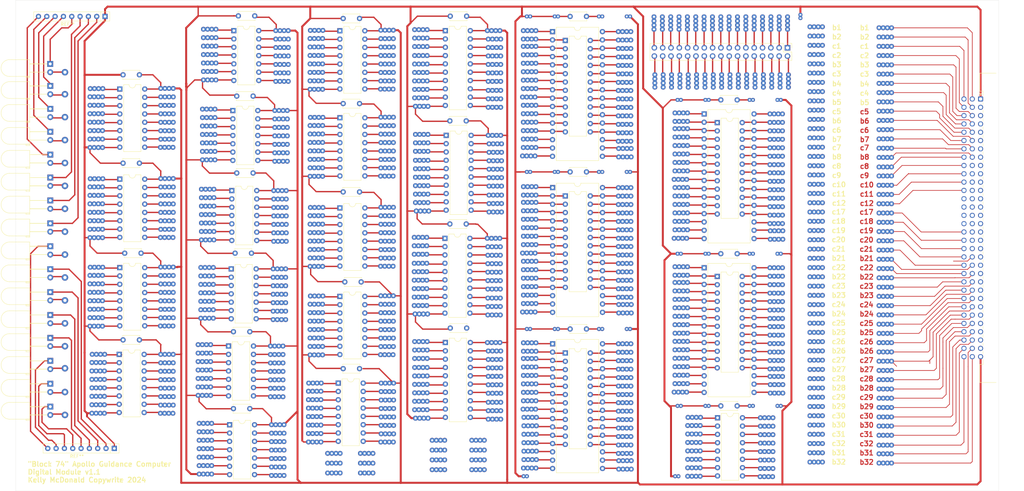
<source format=kicad_pcb>
(kicad_pcb (version 20240108) (generator "pcbnew") (generator_version "8.0")
  (layers (0 "F.Cu" signal) (31 "B.Cu" signal) (36 "B.SilkS" user "B.Silkscreen") (37 "F.SilkS" user "F.Silkscreen") (38 "B.Mask" user) (39 "F.Mask" user) (44 "Edge.Cuts" user))
  (net 0 "")
  (net 1 "GND")
  (net 2 "SIG")
  (net 3 "VCC")
  (footprint "Connector_PinHeader_1.27mm:Protopad" (layer "F.Cu") (at 254.01 76.118332 -90)
    (property "Reference" "REF**" (hide yes))
    (property "Value" "Protopad" (hide yes))
  )
  (footprint "Connector_PinHeader_1.27mm:Protopad" (layer "F.Cu") (at 168.025 120.223333 -90)
    (property "Reference" "REF**" (hide yes))
    (property "Value" "Protopad" (hide yes))
  )
  (footprint "Connector_PinHeader_1.27mm:Protopad" (layer "F.Cu") (at 283.5 103.531917 90)
    (property "Reference" "REF**" (hide yes))
    (property "Value" "Protopad" (hide yes))
  )
  (footprint "" (layer "F.Cu") (at 35 125.5)
    (property "Reference" "")
    (property "Value" "")
  )
  (footprint "Connector_PinHeader_1.27mm:Protopad" (layer "F.Cu") (at 68.045 107.495 -90)
    (property "Reference" "REF**" (hide yes))
    (property "Value" "Protopad" (hide yes))
  )
  (footprint "Connector_PinHeader_1.27mm:Protopad" (layer "F.Cu") (at 207.75 130.941665 -90)
    (property "Reference" "REF**" (hide yes))
    (property "Value" "Protopad" (hide yes))
  )
  (footprint "Connector_PinHeader_1.27mm:Protopad" (layer "F.Cu") (at 168.015 45.755 -90)
    (property "Reference" "REF**" (hide yes))
    (property "Value" "Protopad" (hide yes))
  )
  (footprint "LED_THT:LED_D5.0mm_Horizontal_O6.35mm_Z9.0mm" (layer "F.Cu") (at 30.525 81.225 -90)
    (property "Reference" "REF**" (hide yes))
    (property "Value" "LED_D5.0mm_Horizontal_O6.35mm_Z9.0mm" (hide yes))
  )
  (footprint "Package_DIP:DIP-32_W15.24mm" (layer "F.Cu") (at 230.11 47.785)
    (property "Reference" "REF**" (hide yes))
    (property "Value" "DIP-32_W15.24mm" (hide yes))
  )
  (footprint "Capacitor_THT:C_Disc_D5.0mm_W2.5mm_P5.00mm" (layer "F.Cu") (at 119.925 125.62)
    (property "Reference" "REF**" (hide yes))
    (property "Value" "C_Disc_D5.0mm_W2.5mm_P5.00mm" (hide yes))
  )
  (footprint "Connector_PinHeader_1.27mm:Protopad" (layer "F.Cu") (at 248.193016 39.615238 180)
    (property "Reference" "REF**" (hide yes))
    (property "Value" "Protopad" (hide yes))
  )
  (footprint "Connector_PinHeader_1.27mm:Protopad" (layer "F.Cu") (at 254.01 102.534999 -90)
    (property "Reference" "REF**" (hide yes))
    (property "Value" "Protopad" (hide yes))
  )
  (footprint "Connector_PinHeader_1.27mm:Protopad" (layer "F.Cu") (at 221.21 72.868335 90)
    (property "Reference" "REF**" (hide yes))
    (property "Value" "Protopad" (hide yes))
  )
  (footprint "Connector_PinHeader_1.27mm:Protopad" (layer "F.Cu") (at 43.23 136.656667 90)
    (property "Reference" "REF**" (hide yes))
    (property "Value" "Protopad" (hide yes))
  )
  (footprint "Connector_PinHeader_1.27mm:Protopad" (layer "F.Cu") (at 262.405 94.734047 90)
    (property "Reference" "REF**" (hide yes))
    (property "Value" "Protopad" (hide yes))
  )
  (footprint "Connector_PinHeader_1.27mm:Protopad" (layer "F.Cu") (at 168.265 67.251665 -90)
    (property "Reference" "REF**" (hide yes))
    (property "Value" "Protopad" (hide yes))
  )
  (footprint "LED_THT:LED_D5.0mm_Horizontal_O6.35mm_Z9.0mm" (layer "F.Cu") (at 30.525 116.225 -90)
    (property "Reference" "REF**" (hide yes))
    (property "Value" "LED_D5.0mm_Horizontal_O6.35mm_Z9.0mm" (hide yes))
  )
  (footprint "Connector_PinHeader_1.27mm:Protopad" (layer "F.Cu") (at 75.655 123.451668 90)
    (property "Reference" "REF**" (hide yes))
    (property "Value" "Protopad" (hide yes))
  )
  (footprint "Connector_PinHeader_1.27mm:Protopad" (layer "F.Cu") (at 141.745 32.538335 90)
    (property "Reference" "REF**" (hide yes))
    (property "Value" "Protopad" (hide yes))
  )
  (footprint "Package_DIP:DIP-20_W7.62mm" (layer "F.Cu") (at 151.115 22.335)
    (property "Reference" "REF**" (hide yes))
    (property "Value" "DIP-20_W7.62mm" (hide yes))
  )
  (footprint "Connector_PinHeader_1.27mm:Protopad" (layer "F.Cu") (at 77.275 27.071668 90)
    (property "Reference" "REF**" (hide yes))
    (property "Value" "Protopad" (hide yes))
  )
  (footprint "Connector_PinHeader_1.27mm:Protopad" (layer "F.Cu") (at 174.925 58.051667 90)
    (property "Reference" "REF**" (hide yes))
    (property "Value" "Protopad" (hide yes))
  )
  (footprint "Connector_PinHeader_1.27mm:Protopad" (layer "F.Cu") (at 221.21 107.035001 90)
    (property "Reference" "REF**" (hide yes))
    (property "Value" "Protopad" (hide yes))
  )
  (footprint "Connector_PinHeader_1.27mm:Protopad" (layer "F.Cu") (at 174.95 97.971668 90)
    (property "Reference" "REF**" (hide yes))
    (property "Value" "Protopad" (hide yes))
  )
  (footprint "Connector_PinHeader_1.27mm:Protopad" (layer "F.Cu") (at 235.451746 39.615238 180)
    (property "Reference" "REF**" (hide yes))
    (property "Value" "Protopad" (hide yes))
  )
  (footprint "Connector_PinHeader_1.27mm:Protopad" (layer "F.Cu") (at 141.625 85.495 90)
    (property "Reference" "REF**" (hide yes))
    (property "Value" "Protopad" (hide yes))
  )
  (footprint "Connector_PinHeader_1.27mm:Protopad" (layer "F.Cu") (at 283.5 154.468094 90)
    (property "Reference" "REF**" (hide yes))
    (property "Value" "Protopad" (hide yes))
  )
  (footprint "Connector_PinHeader_1.27mm:Protopad" (layer "F.Cu") (at 119 157.5 -90)
    (property "Reference" "REF**" (hide yes))
    (property "Value" "Protopad" (hide yes))
  )
  (footprint "Connector_PinHeader_1.27mm:Protopad" (layer "F.Cu") (at 168.015 24.918333 -90)
    (property "Reference" "REF**" (hide yes))
    (property "Value" "Protopad" (hide yes))
  )
  (footprint "Package_DIP:DIP-14_W7.62mm" (layer "F.Cu") (at 85.935 71.21)
    (property "Reference" "REF**" (hide yes))
    (property "Value" "DIP-14_W7.62mm" (hide yes))
  )
  (footprint "Connector_PinHeader_1.27mm:Protopad" (layer "F.Cu") (at 207.833332 60.935 -90)
    (property "Reference" "REF**" (hide yes))
    (property "Value" "Protopad" (hide yes))
  )
  (footprint "Package_DIP:DIP-16_W7.62mm" (layer "F.Cu") (at 118.925 22.38)
    (property "Reference" "REF**" (hide yes))
    (property "Value" "DIP-16_W7.62mm" (hide yes))
  )
  (footprint "Connector_PinHeader_1.27mm:Protopad" (layer "F.Cu") (at 168.265 69.835 -90)
    (property "Reference" "REF**" (hide yes))
    (property "Value" "Protopad" (hide yes))
  )
  (footprint "Connector_PinHeader_1.27mm:Protopad" (layer "F.Cu") (at 221.21 54.868335 90)
    (property "Reference" "REF**" (hide yes))
    (property "Value" "Protopad" (hide yes))
  )
  (footprint "Connector_PinHeader_1.27mm:Protopad" (layer "F.Cu") (at 119 154.5 -90)
    (property "Reference" "REF**" (hide yes))
    (property "Value" "Protopad" (hide yes))
  )
  (footprint "Connector_PinHeader_1.27mm:Protopad" (layer "F.Cu") (at 221.21 104.451668 90)
    (property "Reference" "REF**" (hide yes))
    (property "Value" "Protopad" (hide yes))
  )
  (footprint "Connector_PinHeader_1.27mm:Protopad" (layer "F.Cu") (at 262.405 137.180852 90)
    (property "Reference" "REF**" (hide yes))
    (property "Value" "Protopad" (hide yes))
  )
  (footprint "Connector_PinHeader_1.27mm:Protopad" (layer "F.Cu") (at 221.21 112.201667 90)
    (property "Reference" "REF**" (hide yes))
    (property "Value" "Protopad" (hide yes))
  )
  (footprint "Connector_PinHeader_1.27mm:Protopad" (layer "F.Cu") (at 283.5 83.723408 90)
    (property "Reference" "REF**" (hide yes))
    (property "Value" "Protopad" (hide yes))
  )
  (footprint "Connector_PinHeader_1.27mm:Protopad" (layer "F.Cu") (at 109.835 59.085001 90)
    (property "Reference" "REF**" (hide yes))
    (property "Value" "Protopad" (hide yes))
  )
  (footprint "Connector_PinHeader_2.54mm:PinHeader_2x17_P2.54mm_Vertical" (layer "F.Cu") (at 255.555238 27.575238 -90)
    (property "Reference" "REF**" (hide yes))
    (property "Value" "PinHeader_2x17_P2.54mm_Vertical" (hide yes))
  )
  (footprint "LED_THT:LED_D5.0mm_Horizontal_O6.35mm_Z9.0mm" (layer "F.Cu") (at 30.525 130.225 -90)
    (property "Reference" "REF**" (hide yes))
    (property "Value" "LED_D5.0mm_Horizontal_O6.35mm_Z9.0mm" (hide yes))
  )
  (footprint "Connector_PinHeader_1.27mm:Protopad" (layer "F.Cu") (at 262.405 148.5 90)
    (property "Reference" "REF**" (hide yes))
    (property "Value" "Protopad" (hide yes))
  )
  (footprint "Connector_PinHeader_1.27mm:Protopad" (layer "F.Cu") (at 254.01 58.118332 -90)
    (property "Reference" "REF**" (hide yes))
    (property "Value" "Protopad" (hide yes))
  )
  (footprint "Connector_PinHeader_1.27mm:Protopad" (layer "F.Cu") (at 109.825 29.921668 90)
    (property "Reference" "REF**" (hide yes))
    (property "Value" "Protopad" (hide yes))
  )
  (footprint "Capacitor_THT:C_Disc_D5.0mm_W2.5mm_P5.00mm" (layer "F.Cu") (at 87.435 65.835)
    (property "Reference" "REF**" (hide yes))
    (property "Value" "C_Disc_D5.0mm_W2.5mm_P5.00mm" (hide yes))
  )
  (footprint "Connector_PinHeader_1.27mm:Protopad" (layer "F.Cu") (at 141.875 108.915 90)
    (property "Reference" "REF**" (hide yes))
    (property "Value" "Protopad" (hide yes))
  )
  (footprint "Connector_PinHeader_1.27mm:Protopad" (layer "F.Cu") (at 42.645 58.05 90)
    (property "Reference" "REF**" (hide yes))
    (property "Value" "Protopad" (hide yes))
  )
  (footprint "Connector_PinHeader_1.27mm:Protopad" (layer "F.Cu") (at 283.5 78.063834 90)
    (property "Reference" "REF**" (hide yes))
    (property "Value" "Protopad" (hide yes))
  )
  (footprint "Connector_PinHeader_1.27mm:Protopad" (layer "F.Cu") (at 168.025 130.556665 -90)
    (property "Reference" "REF**" (hide yes))
    (property "Value" "Protopad" (hide yes))
  )
  (footprint "Connector_PinHeader_1.27mm:Protopad" (layer "F.Cu") (at 109.325 137.691668 90)
    (property "Reference" "REF**" (hide yes))
    (property "Value" "Protopad" (hide yes))
  )
  (footprint "Connector_PinHeader_1.27mm:Protopad" (layer "F.Cu") (at 174.925 55.468334 90)
    (property "Reference" "REF**" (hide yes))
    (property "Value" "Protopad" (hide yes))
  )
  (footprint "Connector_PinHeader_1.27mm:Protopad" (layer "F.Cu") (at 207.75 136.025 -90)
    (property "Reference" "REF**" (hide yes))
    (property "Value" "Protopad" (hide yes))
  )
  (footprint "Connector_PinHeader_1.27mm:Protopad" (layer "F.Cu") (at 167.895 109.215 -90)
    (property "Reference" "REF**" (hide yes))
    (property "Value" "Protopad" (hide yes))
  )
  (footprint "Connector_PinHeader_1.27mm:Protopad" (layer "F.Cu") (at 232.644762 21.925238 180)
    (property "Reference" "REF**" (hide yes))
    (property "Value" "Protopad" (hide yes))
  )
  (footprint "Connector_PinHeader_1.27mm:Protopad" (layer "F.Cu") (at 283.5 24.297881 90)
    (property "Reference" "REF**" (hide yes))
    (property "Value" "Protopad" (hide yes))
  )
  (footprint "Connector_PinHeader_1.27mm:Protopad" (layer "F.Cu") (at 68.04 121.255 -90)
    (property "Reference" "REF**" (hide yes))
    (property "Value" "Protopad" (hide yes))
  )
  (footprint "Connector_PinHeader_1.00mm:PinHeader_1x02_P1.00mm_Vertical" (layer "F.Cu") (at 223 137 -90)
    (property "Reference" "REF**" (hide yes))
    (property "Value" "PinHeader_1x02_P1.00mm_Vertical" (hide yes))
  )
  (footprint "Connector_PinHeader_1.27mm:Protopad" (layer "F.Cu") (at 109.835 66.835 90)
    (property "Reference" "REF**" (hide yes))
    (property "Value" "Protopad" (hide yes))
  )
  (footprint "Connector_PinHeader_1.27mm:Protopad" (layer "F.Cu") (at 76.655 78.535001 90)
    (property "Reference" "REF**" (hide yes))
    (property "Value" "Protopad" (hide yes))
  )
  (footprint "Connector_PinHeader_1.27mm:Protopad" (layer "F.Cu") (at 283.5 66.744686 90)
    (property "Reference" "REF**" (hide yes))
    (property "Value" "Protopad" (hide yes))
  )
  (footprint "Connector_PinHeader_1.27mm:Protopad" (layer "F.Cu") (at 77.275 21.905 90)
    (property "Reference" "REF**" (hide yes))
    (property "Value" "Protopad" (hide yes))
  )
  (footprint "Connector_PinHeader_1.27mm:Protopad" (layer "F.Cu") (at 283.5 126.170213 90)
    (property "Reference" "REF**" (hide yes))
    (property "Value" "Protopad" (hide yes))
  )
  (footprint "Connector_PinHeader_1.27mm:Protopad" (layer "F.Cu") (at 254.01 117.951666 -90)
    (property "Reference" "REF**" (hide yes))
    (property "Value" "Protopad" (hide yes))
  )
  (footprint "Package_DIP:DIP-16_W7.62mm" (layer "F.Cu") (at 51.56 121.255)
    (property "Reference" "REF**" (hide yes))
    (property "Value" "DIP-16_W7.62mm" (hide yes))
  )
  (footprint "Connector_PinHeader_1.27mm:Protopad" (layer "F.Cu") (at 135.235 116.28 -90)
    (property "Reference" "REF**" (hide yes))
    (property "Value" "Protopad" (hide yes))
  )
  (footprint "Connector_PinHeader_1.27mm:Protopad" (layer "F.Cu") (at 262.405 128.691491 90)
    (property "Reference" "REF**" (hide yes))
    (property "Value" "Protopad" (hide yes))
  )
  (footprint "Connector_PinHeader_1.27mm:Protopad" (layer "F.Cu") (at 250.74127 39.615238 180)
    (property "Reference" "REF**" (hide yes))
    (property "Value" "Protopad" (hide yes))
  )
  (footprint "Connector_PinHeader_1.27mm:Protopad" (layer "F.Cu") (at 101.865 150.504999 -90)
    (property "Reference" "REF**" (hide yes))
    (property "Value" "Protopad" (hide yes))
  )
  (footprint "Connector_PinHeader_1.27mm:Protopad" (layer "F.Cu") (at 109.835 51.335 90)
    (property "Reference" "REF**" (hide yes))
    (property "Value" "Protopad" (hide yes))
  )
  (footprint "Connector_PinHeader_1.27mm:Protopad" (layer "F.Cu") (at 167.765 22.335 -90)
    (property "Reference" "REF**" (hide yes))
    (property "Value" "Protopad" (hide yes))
  )
  (footprint "Connector_PinHeader_1.27mm:Protopad" (layer "F.Cu") (at 283.5 55.425538 90)
    (property "Reference" "REF**" (hide yes))
    (property "Value" "Protopad" (hide yes))
  )
  (footprint "Connector_PinHeader_1.27mm:Protopad" (layer "F.Cu") (at 255.579054 21.925238 180)
    (property "Reference" "REF**" (hide yes))
    (property "Value" "Protopad" (hide yes))
  )
  (footprint "Connector_PinHeader_1.27mm:Protopad" (layer "F.Cu") (at 174.96 156 90)
    (property "Reference" "REF**" (hide yes))
    (property "Value" "Protopad" (hide yes))
  )
  (footprint "Connector_PinHeader_1.27mm:Protopad" (layer "F.Cu") (at 262.405 40.968094 90)
    (property "Reference" "REF**" (hide yes))
    (property "Value" "Protopad" (hide yes))
  )
  (footprint "Connector_PinHeader_1.27mm:Protopad" (layer "F.Cu") (at 102.865 49.328333 -90)
    (property "Reference" "REF**" (hide yes))
    (property "Value" "Protopad" (hide yes))
  )
  (footprint "Connector_PinHeader_1.27mm:Protopad" (layer "F.Cu") (at 103.165 24.913333 -90)
    (property "Reference" "REF**" (hide yes))
    (property "Value" "Protopad" (hide yes))
  )
  (footprint "Connector_PinHeader_1.00mm:PinHeader_1x02_P1.00mm_Vertical" (layer "F.Cu") (at 177 18 -90)
    (property "Reference" "REF**" (hide yes))
    (property "Value" "PinHeader_1x02_P1.00mm_Vertical" (hide yes))
  )
  (footprint "Connector_PinHeader_1.27mm:Protopad" (layer "F.Cu") (at 262.405 151.329787 90)
    (property "Reference" "REF**" (hide yes))
    (property "Value" "Protopad" (hide yes))
  )
  (footprint "Connector_PinHeader_1.27mm:Protopad" (layer "F.Cu") (at 109.835 94.375 90)
    (property "Reference" "REF**" (hide yes))
    (property "Value" "Protopad" (hide yes))
  )
  (footprint "Connector_PinHeader_1.27mm:Protopad" (layer "F.Cu") (at 68.045 102.328334 -90)
    (property "Reference" "REF**" (hide yes))
    (property "Value" "Protopad" (hide yes))
  )
  (footprint "Connector_PinHeader_1.27mm:Protopad" (layer "F.Cu") (at 167.775 117.64 -90)
    (property "Reference" "REF**" (hide yes))
    (property "Value" "Protopad" (hide yes))
  )
  (footprint "Connector_PinHeader_1.27mm:Protopad" (layer "F.Cu") (at 135.325 130.04 -90)
    (property "Reference" "REF**" (hide yes))
    (property "Value" "Protopad" (hide yes))
  )
  (footprint "Connector_PinHeader_1.27mm:Protopad" (layer "F.Cu") (at 232.903492 39.615238 180)
    (property "Reference" "REF**" (hide yes))
    (property "Value" "Protopad" (hide yes))
  )
  (footprint "Connector_PinHeader_1.27mm:Protopad" (layer "F.Cu") (at 42.645 77.840001 90)
    (property "Reference" "REF**" (hide yes))
    (property "Value" "Protopad" (hide yes))
  )
  (footprint "Connector_PinHeader_1.27mm:Protopad" (layer "F.Cu") (at 254.01 112.785 -90)
    (property "Reference" "REF**" (hide yes))
    (property "Value" "Protopad" (hide yes))
  )
  (footprint "LED_THT:LED_D5.0mm_Horizontal_O6.35mm_Z9.0mm" (layer "F.Cu") (at 30.525 88.225 -90)
    (property "Reference" "REF**" (hide yes))
    (property "Value" "LED_D5.0mm_Horizontal_O6.35mm_Z9.0mm" (hide yes))
  )
  (footprint "Connector_PinHeader_1.27mm:Protopad" (layer "F.Cu") (at 76.475 102.460001 90)
    (property "Reference" "REF**" (hide yes))
    (property "Value" "Protopad" (hide yes))
  )
  (footprint "Connector_PinHeader_1.27mm:Protopad" (layer "F.Cu") (at 68.04 126.421666 -90)
    (property "Reference" "REF**" (hide yes))
    (property "Value" "Protopad" (hide yes))
  )
  (footprint "Connector_PinHeader_1.27mm:Protopad" (layer "F.Cu") (at 221.21 57.451668 90)
    (property "Reference" "REF**" (hide yes))
    (property "Value" "Protopad" (hide yes))
  )
  (footprint "Connector_PinHeader_1.27mm:Protopad" (layer "F.Cu") (at 174.95 100.555001 90)
    (property "Reference" "REF**" (hide yes))
    (property "Value" "Protopad" (hide yes))
  )
  (footprint "Connector_PinHeader_1.27mm:Protopad" (layer "F.Cu") (at 221.21 78.035001 90)
    (property "Reference" "REF**" (hide yes))
    (property "Value" "Protopad" (hide yes))
  )
  (footprint "Connector_PinHeader_1.27mm:Protopad" (layer "F.Cu") (at 75.655 126.035001 90)
    (property "Reference" "REF**" (hide yes))
    (property "Value" "Protopad" (hide yes))
  )
  (footprint "Connector_PinHeader_1.27mm:Protopad" (layer "F.Cu") (at 283.5 38.446816 90)
    (property "Reference" "REF**" (hide yes))
    (property "Value" "Protopad" (hide yes))
  )
  (footprint "Connector_PinHeader_1.27mm:Protopad" (layer "F.Cu") (at 207.725 50.968332 -90)
    (property "Reference" "REF**" (hide yes))
    (property "Value" "Protopad" (hide yes))
  )
  (footprint "Connector_PinHeader_1.27mm:Protopad" (layer "F.Cu") (at 141.625 95.998335 90)
    (property "Reference" "REF**" (hide yes))
    (property "Value" "Protopad" (hide yes))
  )
  (footprint "" (layer "F.Cu") (at 35 118.765)
    (property "Reference" "")
    (property "Value" "")
  )
  (footprint "Connector_PinHeader_1.27mm:Protopad" (layer "F.Cu") (at 251.01 158.625 -90)
    (property "Reference" "REF**" (hide yes))
    (property "Value" "Protopad" (hide yes))
  )
  (footprint "Connector_PinHeader_1.27mm:Protopad" (layer "F.Cu") (at 75.655 133.785 90)
    (property "Reference" "REF**" (hide yes))
    (property "Value" "Protopad" (hide yes))
  )
  (footprint "Connector_PinHeader_1.00mm:PinHeader_1x02_P1.00mm_Vertical" (layer "F.Cu") (at 199 65.5 -90)
    (property "Reference" "REF**" (hide yes))
    (property "Value" "PinHeader_1x02_P1.00mm_Vertical" (hide yes))
  )
  (footprint "Connector_PinHeader_1.27mm:Protopad" (layer "F.Cu") (at 102.545 84.126665 -90)
    (property "Reference" "REF**" (hide yes))
    (property "Value" "Protopad" (hide yes))
  )
  (footprint "Connector_PinHeader_1.27mm:Protopad" (layer "F.Cu") (at 262.405 29.648946 90)
    (property "Reference" "REF**" (hide yes))
    (property "Value" "Protopad" (hide yes))
  )
  (footprint "" (layer "F.Cu") (at 35 62.765)
    (property "Reference" "")
    (property "Value" "")
  )
  (footprint "Connector_PinHeader_1.27mm:Protopad" (layer "F.Cu") (at 283.5 52.595751 90)
    (property "Reference" "REF**" (hide yes))
    (property "Value" "Protopad" (hide yes))
  )
  (footprint "Connector_PinHeader_1.27mm:Protopad" (layer "F.Cu") (at 221.21 60.035001 90)
    (property "Reference" "REF**" (hide yes))
    (property "Value" "Protopad" (hide yes))
  )
  (footprint "Connector_PinHeader_1.27mm:Protopad" (layer "F.Cu") (at 174.95 87.721667 90)
    (property "Reference" "REF**" (hide yes))
    (property "Value" "Protopad" (hide yes))
  )
  (footprint "Connector_PinHeader_1.27mm:Protopad" (layer "F.Cu") (at 109.825 111.081668 90)
    (property "Reference" "REF**" (hide yes))
    (property "Value" "Protopad" (hide yes))
  )
  (footprint "Connector_PinHeader_1.27mm:Protopad" (layer "F.Cu") (at 167.895 88.378333 -90)
    (property "Reference" "REF**" (hide yes))
    (property "Value" "Protopad" (hide yes))
  )
  (footprint "Connector_PinHeader_1.27mm:Protopad" (layer "F.Cu") (at 283.5 80.893621 90)
    (property "Reference" "REF**" (hide yes))
    (property "Value" "Protopad" (hide yes))
  )
  (footprint "Connector_PinHeader_1.27mm:Protopad" (layer "F.Cu") (at 174.925 29.718335 90)
    (property "Reference" "REF**" (hide yes))
    (property "Value" "Protopad" (hide yes))
  )
  (footprint "Connector_PinHeader_1.27mm:Protopad" (layer "F.Cu") (at 174.925 37.468334 90)
    (property "Reference" "REF**" (hide yes))
    (property "Value" "Protopad" (hide yes))
  )
  (footprint "Capacitor_THT:C_Disc_D5.0mm_W2.5mm_P5.00mm" (layer "F.Cu") (at 152.615 17.915)
    (property "Reference" "REF**" (hide yes))
    (property "Value" "C_Disc_D5.0mm_W2.5mm_P5.00mm" (hide yes))
  )
  (footprint "Connector_PinHeader_1.27mm:Protopad" (layer "F.Cu") (at 68.04 136.755 -90)
    (property "Reference" "REF**" (hide yes))
    (property "Value" "Protopad" (hide yes))
  )
  (footprint "Connector_PinHeader_1.27mm:Protopad" (layer "F.Cu") (at 109.825 27.338335 90)
    (property "Reference" "REF**" (hide yes))
    (property "Value" "Protopad" (hide yes))
  )
  (footprint "Connector_PinHeader_1.27mm:Protopad" (layer "F.Cu") (at 283.5 35.617029 90)
    (property "Reference" "REF**" (hide yes))
    (property "Value" "Protopad" (hide yes))
  )
  (footprint "Connector_PinHeader_1.27mm:Protopad" (layer "F.Cu") (at 42.645 42.55 90)
    (property "Reference" "REF**" (hide yes))
    (property "Value" "Protopad" (hide yes))
  )
  (footprint "Connector_PinHeader_1.27mm:Protopad" (layer "F.Cu") (at 174.925 50.301668 90)
    (property "Reference" "REF**" (hide yes))
    (property "Value" "Protopad" (hide yes))
  )
  (footprint "Connector_PinHeader_1.27mm:Protopad" (layer "F.Cu") (at 101.545 118.71 -90)
    (property "Reference" "REF**" (hide yes))
    (property "Value" "Protopad" (hide yes))
  )
  (footprint "Package_DIP:DIP-32_W15.24mm" (layer "F.Cu") (at 230.11 94.785)
    (property "Reference" "REF**" (hide yes))
    (property "Value" "DIP-32_W15.24mm" (hide yes))
  )
  (footprint "LED_THT:LED_D5.0mm_Horizontal_O6.35mm_Z9.0mm" (layer "F.Cu") (at 30.525 53.225 -90)
    (property "Reference" "REF**" (hide yes))
    (property "Value" "LED_D5.0mm_Horizontal_O6.35mm_Z9.0mm" (hide yes))
  )
  (footprint "Connector_PinHeader_1.27mm:Protopad" (layer "F.Cu") (at 42.635 110.046667 90)
    (property "Reference" "REF**" (hide yes))
    (property "Value" "Protopad" (hide yes))
  )
  (footprint "Connector_PinHeader_1.27mm:Protopad" (layer "F.Cu") (at 254.01 120.534999 -90)
    (property "Reference" "REF**" (hide yes))
    (property "Value" "Protopad" (hide yes))
  )
  (footprint "Connector_PinHeader_1.27mm:Protopad" (layer "F.Cu") (at 135.235 105.946668 -90)
    (property "Reference" "REF**" (hide yes))
    (property "Value" "Protopad" (hide yes))
  )
  (footprint "Connector_PinHeader_1.27mm:Protopad" (layer "F.Cu") (at 109.835 78.875 90)
    (property "Reference" "REF**" (hide yes))
    (property "Value" "Protopad" (hide yes))
  )
  (footprint "Connector_PinHeader_1.27mm:Protopad" (layer "F.Cu") (at 109.835 84.041668 90)
    (property "Reference" "REF**" (hide yes))
    (property "Value" "Protopad" (hide yes))
  )
  (footprint "Connector_PinHeader_1.00mm:PinHeader_1x02_P1.00mm_Vertical" (layer "F.Cu") (at 177 113.5 -90)
    (property "Reference" "REF**" (hide yes))
    (property "Value" "PinHeader_1x02_P1.00mm_Vertical" (hide yes))
  )
  (footprint "Connector_PinHeader_1.27mm:Protopad" (layer "F.Cu") (at 174.95 72.588335 90)
    (property "Reference" "REF**" (hide yes))
    (property "Value" "Protopad" (hide yes))
  )
  (footprint "Connector_PinHeader_1.00mm:PinHeader_1x02_P1.00mm_Vertical" (layer "F.Cu") (at 245 43.5 -90)
    (property "Reference" "REF**" (hide yes))
    (property "Value" "PinHeader_1x02_P1.00mm_Vertical" (hide yes))
  )
  (footprint "Connector_PinHeader_1.00mm:PinHeader_1x02_P1.00mm_Vertical" (layer "F.Cu") (at 245 137 -90)
    (property "Reference" "REF**" (hide yes))
    (property "Value" "PinHeader_1x02_P1.00mm_Vertical" (hide yes))
  )
  (footprint "Connector_PinHeader_1.27mm:Protopad" (layer "F.Cu") (at 221.21 62.618334 90)
    (property "Reference" "REF**" (hide yes))
    (property "Value" "Protopad" (hide yes))
  )
  (footprint "Connector_PinHeader_1.27mm:Protopad" (layer "F.Cu") (at 283.5 106.361704 90)
    (property "Reference" "REF**" (hide yes))
    (property "Value" "Protopad" (hide yes))
  )
  (footprint "Package_DIP:DIP-32_W15.24mm" (layer "F.Cu") (at 183.825 22.635)
    (property "Reference" "REF**" (hide yes))
    (property "Value" "DIP-32_W15.24mm" (hide yes))
  )
  (footprint "Connector_PinHeader_1.27mm:Protopad" (layer "F.Cu") (at 103.165 22.33 -90)
    (property "Reference" "REF**" (hide yes))
    (property "Value" "Protopad" (hide yes))
  )
  (footprint "Capacitor_THT:C_Disc_D5.0mm_W2.5mm_P5.00mm" (layer "F.Cu") (at 87.435 42.335)
    (property "Reference" "REF**" (hide yes))
    (property "Value" "C_Disc_D5.0mm_W2.5mm_P5.00mm" (hide yes))
  )
  (footprint "Connector_PinHeader_1.27mm:Protopad" (layer "F.Cu") (at 214.806984 21.925238 180)
    (property "Reference" "REF**" (hide yes))
    (property "Value" "Protopad" (hide yes))
  )
  (footprint "Connector_PinHeader_1.00mm:PinHeader_1x02_P1.00mm_Vertical" (layer "F.Cu") (at 185.5 65.5 -90)
    (property "Reference" "REF**" (hide yes))
    (property "Value" "PinHeader_1x02_P1.00mm_Vertical" (hide yes))
  )
  (footprint "Connector_PinHeader_1.27mm:Protopad" (layer "F.Cu") (at 101.865 155.671665 -90)
    (property "Reference" "REF**" (hide yes))
    (property "Value" "Protopad" (hide yes))
  )
  (footprint "Connector_PinHeader_1.27mm:Protopad" (layer "F.Cu") (at 221.21 50.068335 90)
    (property "Reference" "REF**" (hide yes))
    (property "Value" "Protopad" (hide yes))
  )
  (footprint "Capacitor_THT:C_Disc_D5.0mm_W2.5mm_P5.00mm" (layer "F.Cu") (at 189.2 113.5)
    (property "Reference" "REF**" (hide yes))
    (property "Value" "C_Disc_D5.0mm_W2.5mm_P5.00mm" (hide yes))
  )
  (footprint "Connector_PinHeader_1.27mm:Protopad" (layer "F.Cu") (at 75.655 131.201667 90)
    (property "Reference" "REF**" (hide yes))
    (property "Value" "Protopad" (hide yes))
  )
  (footprint "Connector_PinHeader_1.27mm:Protopad" (layer "F.Cu") (at 141.745 40.288334 90)
    (property "Reference" "REF**" (hide yes))
    (property "Value" "Protopad" (hide yes))
  )
  (footprint "Connector_PinHeader_1.27mm:Protopad" (layer "F.Cu") (at 167.895 98.711665 -90)
    (property "Reference" "REF**" (hide yes))
    (property "Value" "Protopad" (hide yes))
  )
  (footprint "Connector_PinHeader_1.27mm:Protopad" (layer "F.Cu") (at 251.1 145.791666 -90)
    (property "Reference" "REF**" (hide yes))
    (property "Value" "Protopad" (hide yes))
  )
  (footprint "Connector_PinHeader_1.27mm:Protopad" (layer "F.Cu") (at 135.235 148.04 -90)
    (property "Reference" "REF**" (hide yes))
    (property "Value" "Protopad" (hide yes))
  )
  (footprint "Connector_PinHeader_1.27mm:Protopad" (layer "F.Cu") (at 221.21 75.451668 90)
    (property "Reference" "REF**" (hide yes))
    (property "Value" "Protopad" (hide yes))
  )
  (footprint "Connector_PinHeader_1.27mm:Protopad" (layer "F.Cu") (at 67.955 112.578335 -90)
    (property "Reference" "REF**" (hide yes))
    (property "Value" "Protopad" (hide yes))
  )
  (footprint "Connector_PinHeader_1.27mm:Protopad" (layer "F.Cu") (at 262.405 97.563834 90)
    (property "Reference" "REF**" (hide yes))
    (property "Value" "Protopad" (hide yes))
  )
  (footprint "Connector_PinHeader_1.27mm:Protopad" (layer "F.Cu") (at 262.405 32.478733 90)
    (property "Reference" "REF**" (hide yes))
    (property "Value" "Protopad" (hide yes))
  )
  (footprint "Connector_PinHeader_1.27mm:Protopad" (layer "F.Cu") (at 175.095 140.5 90)
    (property "Reference" "REF**" (hide yes))
    (property "Value" "Protopad" (hide yes))
  )
  (footprint "Connector_PinHeader_1.27mm:Protopad" (layer "F.Cu") (at 150.905 147.5 -90)
    (property "Reference" "REF**" (hide yes))
    (property "Value" "Protopad" (hide yes))
  )
  (footprint "Connector_PinHeader_1.27mm:Protopad" (layer "F.Cu") (at 102.545 86.71 -90)
    (property "Reference" "REF**" (hide yes))
    (property "Value" "Protopad" (hide yes))
  )
  (footprint "Connector_PinHeader_1.27mm:Protopad" (layer "F.Cu") (at 102.545 71.21 -90)
    (property "Reference" "REF**" (hide yes))
    (property "Value" "Protopad" (hide yes))
  )
  (footprint "Connector_PinHeader_1.27mm:Protopad" (layer "F.Cu") (at 207.725 45.801666 -90)
    (property "Reference" "REF**" (hide yes))
    (property "Value" "Protopad" (hide yes))
  )
  (footprint "Connector_PinHeader_1.27mm:Protopad" (layer "F.Cu") (at 141.755 127.843335 90)
    (property "Reference" "REF**" (hide yes))
    (property "Value" "Protopad" (hide yes))
  )
  (footprint "Package_DIP:DIP-16_W7.62mm" (layer "F.Cu") (at 234.2 140.625)
    (property "Reference" "REF**" (hide yes))
    (property "Value" "DIP-16_W7.62mm" (hide yes))
  )
  (footprint "Connector_PinHeader_1.27mm:Protopad" (layer "F.Cu") (at 283.5 95.042556 90)
    (property "Reference" "REF**" (hide yes))
    (property "Value" "Protopad" (hide yes))
  )
  (footprint "Connector_PinHeader_1.27mm:Protopad" (layer "F.Cu") (at 68.04 123.838333 -90)
    (property "Reference" "REF**" (hide yes))
    (property "Value" "Protopad" (hide yes))
  )
  (footprint "Connector_PinHeader_1.00mm:PinHeader_1x02_P1.00mm_Vertical" (layer "F.Cu") (at 253.5 43.5 -90)
    (property "Reference" "REF**" (hide yes))
    (property "Value" "PinHeader_1x02_P1.00mm_Vertical" (hide yes))
  )
  (footprint "Connector_PinHeader_1.27mm:Protopad" (layer "F.Cu") (at 75.975 155.246667 90)
    (property "Reference" "REF**" (hide yes))
    (property "Value" "Protopad" (hide yes))
  )
  (footprint "" (layer "F.Cu") (at 35 104.765)
    (property "Reference" "")
    (property "Value" "")
  )
  (footprint "Package_DIP:DIP-14_W7.62mm" (layer "F.Cu") (at 84.935 118.71)
    (property "Reference" "REF**" (hide yes))
    (property "Value" "DIP-14_W7.62mm" (hide yes))
  )
  (footprint "Connector_PinHeader_1.27mm:Protopad" (layer "F.Cu") (at 43.23 123.74 90)
    (property "Reference" "REF**" (hide yes))
    (property "Value" "Protopad" (hide yes))
  )
  (footprint "Connector_PinHeader_1.27mm:Protopad" (layer "F.Cu") (at 76.975 51.486668 90)
    (property "Reference" "REF**" (hide yes))
    (property "Value" "Protopad" (hide yes))
  )
  (footprint "Connector_PinHeader_1.27mm:Protopad" (layer "F.Cu") (at 42.635 102.296668 90)
    (property "Reference" "REF**" (hide yes))
    (property "Value" "Protopad" (hide yes))
  )
  (footprint "Connector_PinHeader_1.27mm:Protopad" (layer "F.Cu") (at 174.95 95.388335 90)
    (property "Reference" "REF**" (hide yes))
    (property "Value" "Protopad" (hide yes))
  )
  (footprint "Connector_PinHeader_1.27mm:Protopad" (layer "F.Cu") (at 42.645 85.59 90)
    (property "Reference" "REF**" (hide yes))
    (property "Value" "Protopad" (hide yes))
  )
  (footprint "Connector_PinHeader_1.27mm:Protopad" (layer "F.Cu") (at 207.75 123.191666 -90)
    (property "Reference" "REF**" (hide yes))
    (property "Value" "Protopad" (hide yes))
  )
  (footprint "Connector_PinHeader_1.27mm:Protopad" (layer "F.Cu") (at 141.995 56.618335 90)
    (property "Reference" "REF**" (hide yes))
    (property "Value" "Protopad" (hide yes))
  )
  (footprint "Connector_PinHeader_1.27mm:Protopad" (layer "F.Cu") (at 174.95 125.108335 90)
    (property "Reference" "REF**" (hide yes))
    (property "Value" "Protopad" (hide yes))
  )
  (footprint "Connector_PinHeader_1.27mm:Protopad" (layer "F.Cu") (at 68.055 75.288334 -90)
    (property "Reference" "REF**" (hide yes))
    (property "Value" "Protopad" (hide yes))
  )
  (footprint "Connector_PinHeader_1.27mm:Protopad" (layer "F.Cu") (at 135.245 59.116667 -90)
    (property "Reference" "REF**" (hide yes))
    (property "Value" "Protopad" (hide yes))
  )
  (footprint "Connector_PinHeader_1.27mm:Protopad" (layer "F.Cu") (at 168.015 43.171665 -90)
    (property "Reference" "REF**" (hide yes))
    (property "Value" "Protopad" (hide yes))
  )
  (footprint "Connector_PinHeader_1.00mm:PinHeader_1x02_P1.00mm_Vertical" (layer "F.Cu") (at 259.5 18.5 180)
    (property "Reference" "REF**" (hide yes))
    (property "Value" "PinHeader_1x02_P1.00mm_Vertical" (hide yes))
  )
  (footprint "Connector_PinHeader_1.27mm:Protopad" (layer "F.Cu") (at 76.475 105.043334 90)
    (property "Reference" "REF**" (hide yes))
    (property "Value" "Protopad" (hide yes))
  )
  (footprint "Connector_PinHeader_1.27mm:Protopad" (layer "F.Cu") (at 76.655 73.368335 90)
    (property "Reference" "REF**" (hide yes))
    (property "Value" "Protopad" (hide yes))
  )
  (footprint "Connector_PinHeader_1.27mm:Protopad" (layer "F.Cu") (at 76.475 97.293335 90)
    (property "Reference" "REF**" (hide yes))
    (property "Value" "Protopad" (hide yes))
  )
  (footprint "Connector_PinHeader_1.27mm:Protopad" (layer "F.Cu") (at 262.405 55.117029 90)
    (property "Reference" "REF**" (hide yes))
    (property "Value" "Protopad" (hide yes))
  )
  (footprint "Connector_PinHeader_1.27mm:Protopad" (layer "F.Cu") (at 75.975 152.663334 90)
    (property "Reference" "REF**" (hide yes))
    (property "Value" "Protopad" (hide yes))
  )
  (footprint "Connector_PinHeader_1.27mm:Protopad" (layer "F.Cu") (at 219.903492 21.925238 180)
    (property "Reference" "REF**" (hide yes))
    (property "Value" "Protopad" (hide yes))
  )
  (footprint "Connector_PinHeader_1.27mm:Protopad" (layer "F.Cu") (at 43.23 126.323335 90)
    (property "Reference" "REF**" (hide yes))
    (property "Value" "Protopad" (hide yes))
  )
  (footprint "Connector_PinHeader_1.27mm:Protopad" (layer "F.Cu") (at 254.118332 130.501665 -90)
    (property "Reference" "REF**" (hide yes))
    (property "Value" "Protopad" (hide yes))
  )
  (footprint "Connector_PinHeader_1.27mm:Protopad" (layer "F.Cu") (at 254.01 52.951666 -90)
    (property "Reference" "REF**" (hide yes))
    (property "Value" "Protopad" (hide yes))
  )
  (footprint "Connector_PinHeader_1.27mm:Protopad" (layer "F.Cu") (at 42.645 50.300001 90)
    (property "Reference" "REF**" (hide yes))
    (property "Value" "Protopad" (hide yes))
  )
  (footprint "Capacitor_THT:C_Disc_D5.0mm_W2.5mm_P5.00mm" (layer "F.Cu") (at 235.2 90.5)
    (property "Reference" "REF**" (hide yes))
    (property "Value" "C_Disc_D5.0mm_W2.5mm_P5.00mm" (hide yes))
  )
  (footprint "Connector_PinHeader_1.27mm:Protopad" (layer "F.Cu") (at 221.21 130.201667 90)
    (property "Reference" "REF**" (hide yes))
    (property "Value" "Protopad" (hide yes))
  )
  (footprint "Connector_PinHeader_1.27mm:Protopad" (layer "F.Cu") (at 135.245 48.783335 -90)
    (property "Reference" "REF**" (hide yes))
    (property "Value" "Protopad" (hide yes))
  )
  (footprint "Connector_PinHeader_1.27mm:Protopad" (layer "F.Cu") (at 217.613968 39.615238 180)
    (property "Reference" "REF**" (hide yes))
    (property "Value" "Protopad" (hide yes))
  )
  (footprint "Connector_PinHeader_1.27mm:Protopad" (layer "F.Cu") (at 109.825 118.831667 90)
    (property "Reference" "REF**" (hide yes))
    (property "Value" "Protopad" (hide yes))
  )
  (footprint "Connector_PinHeader_1.27mm:Protopad" (layer "F.Cu") (at 168.015 37.835 -90)
    (property "Reference" "REF**" (hide yes))
    (property "Value" "Protopad" (hide yes))
  )
  (footprint "Connector_PinHeader_1.27mm:Protopad" (layer "F.Cu") (at 142.245 77.455 90)
    (property "Reference" "REF**" (hide yes))
    (property "Value" "Protopad" (hide yes))
  )
  (footprint "Capacitor_THT:C_Disc_D5.0mm_W2.5mm_P5.00mm" (layer "F.Cu") (at 86.935 90.335)
    (property "Reference" "REF**" (hide yes))
    (property "Value" "C_Disc_D5.0mm_W2.5mm_P5.00mm" (hide yes))
  )
  (footprint "Connector_PinHeader_1.27mm:Protopad" (layer "F.Cu") (at 245.644762 39.615238 180)
    (property "Reference" "REF**" (hide yes))
    (property "Value" "Protopad" (hide yes))
  )
  (footprint "Connector_PinHeader_1.27mm:Protopad" (layer "F.Cu") (at 225.1 145.583335 90)
    (property "Reference" "REF**" (hide yes))
    (property "Value" "Protopad" (hide yes))
  )
  (footprint "Connector_PinHeader_1.27mm:Protopad" (layer "F.Cu") (at 42.635 107.463334 90)
    (property "Reference" "REF**" (hide yes))
    (property "Value" "Protopad" (hide yes))
  )
  (footprint "Connector_PinHeader_1.27mm:Protopad" (layer "F.Cu") (at 283.5 114.851065 90)
    (property "Reference" "REF**" (hide yes))
    (property "Value" "Protopad" (hide yes))
  )
  (footprint "Connector_PinHeader_1.27mm:Protopad" (layer "F.Cu") (at 141.995 72.288334 90)
    (property "Reference" "REF**" (hide yes))
    (property "Value" "Protopad" (hide yes))
  )
  (footprint "Connector_PinHeader_1.27mm:Protopad" (layer "F.Cu") (at 207.75 78.054999 -90)
    (property "Reference" "REF**" (hide yes))
    (property "Value" "Protopad" (hide yes))
  )
  (footprint "Connector_PinHeader_1.27mm:Protopad" (layer "F.Cu") (at 68.04 129.004999 -90)
    (property "Reference" "REF**" (hide yes))
    (property "Value" "Protopad" (hide yes))
  )
  (footprint "Connector_PinHeader_1.27mm:Protopad" (layer "F.Cu") (at 238 39.615238 180)
    (property "Reference" "REF**" (hide yes))
    (property "Value" "Protopad" (hide yes))
  )
  (footprint "Connector_PinHeader_1.00mm:PinHeader_1x02_P1.00mm_Vertical" (layer "F.Cu") (at 223 90.5 -90)
    (property "Reference" "REF**" (hide yes))
    (property "Value" "PinHeader_1x02_P1.00mm_Vertical" (hide yes))
  )
  (footprint "Connector_PinHeader_1.27mm:Protopad" (layer "F.Cu") (at 207.858332 153.741665 -90)
    (property "Reference" "REF**" (hide yes))
    (property "Value" "Protopad" (hide yes))
  )
  (footprint "Connector_PinHeader_1.00mm:PinHeader_1x02_P1.00mm_Vertical" (layer "F.Cu") (at 231.5 90.5 -90)
    (property "Reference" "REF**" (hide yes))
    (property "Value" "PinHeader_1x02_P1.00mm_Vertical" (hide yes))
  )
  (footprint "Connector_PinHeader_1.27mm:Protopad" (layer "F.Cu") (at 174.925 52.885001 90)
    (property "Reference" "REF**" (hide yes))
    (property "Value" "Protopad" (hide yes))
  )
  (footprint "Connector_PinHeader_1.27mm:Protopad" (layer "F.Cu") (at 76.655 81.118334 90)
    (property "Reference" "REF**" (hide yes))
    (property "Value" "Protopad" (hide yes))
  )
  (footprint "Connector_PinHeader_1.27mm:Protopad" (layer "F.Cu") (at 174.95 70.005 90)
    (property "Reference" "REF**" (hide yes))
    (property "Value" "Protopad" (hide yes))
  )
  (footprint "Connector_PinHeader_1.27mm:Protopad" (layer "F.Cu") (at 109.325 135.108335 90)
    (property "Reference" "REF**" (hide yes))
    (property "Value" "Protopad" (hide yes))
  )
  (footprint "Connector_PinHeader_1.27mm:Protopad" (layer "F.Cu") (at 77.275 32.238334 90)
    (property "Reference" "REF**" (hide yes))
    (property "Value" "Protopad" (hide yes))
  )
  (footprint "Connector_PinHeader_1.27mm:Protopad" (layer "F.Cu") (at 262.405 100.393621 90)
    (property "Reference" "REF**" (hide yes))
    (property "Value" "Protopad" (hide yes))
  )
  (footprint "Connector_PinHeader_1.27mm:Protopad" (layer "F.Cu") (at 237.74127 21.925238 180)
    (property "Reference" "REF**" (hide yes))
    (property "Value" "Protopad" (hide yes))
  )
  (footprint "LED_THT:LED_D5.0mm_Horizontal_O6.35mm_Z9.0mm" (layer "F.Cu") (at 30.525 109.225 -90)
    (property "Reference" "REF**" (hide yes))
    (property "Value" "LED_D5.0mm_Horizontal_O6.35mm_Z9.0mm" (hide yes))
  )
  (footprint "Capacitor_THT:C_Disc_D5.0mm_W2.5mm_P5.00mm" (layer "F.Cu") (at 119.925 71.62)
    (property "Reference" "REF**" (hide yes))
    (property "Value" "C_Disc_D5.0mm_W2.5mm_P5.00mm" (hide yes))
  )
  (footprint "" (layer "F.Cu") (at 35 83.765)
    (property "Reference" "")
    (property "Value" "")
  )
  (footprint "Connector_PinHeader_1.27mm:Protopad" (layer "F.Cu") (at 109.825 121.415 90)
    (property "Reference" "REF**" (hide yes))
    (property "Value" "Protopad" (hide yes))
  )
  (footprint "Connector_PinHeader_1.27mm:Protopad" (layer "F.Cu") (at 262.405 145.670213 90)
    (property "Reference" "REF**" (hide yes))
    (property "Value" "Protopad" (hide yes))
  )
  (footprint "Connector_PinHeader_1.27mm:Protopad" (layer "F.Cu") (at 68.045 97.161668 -90)
    (property "Reference" "REF**" (hide yes))
    (property "Value" "Protopad" (hide yes))
  )
  (footprint "Connector_PinHeader_1.00mm:PinHeader_1x02_P1.00mm_Vertical" (layer "F.Cu") (at 185.5 113.5 -90)
    (property "Reference" "REF**" (hide yes))
    (property "Value" "PinHeader_1x02_P1.00mm_Vertical" (hide yes))
  )
  (footprint "Connector_PinHeader_1.27mm:Protopad" (layer "F.Cu") (at 174.925 32.301668 90)
    (property "Reference" "REF**" (hide yes))
    (property "Value" "Protopad" (hide yes))
  )
  (footprint "Connector_PinHeader_1.27mm:Protopad" (layer "F.Cu") (at 262.405 91.90426 90)
    (property "Reference" "REF**" (hide yes))
    (property "Value" "Protopad" (hide yes))
  )
  (footprint "Connector_PinHeader_1.27mm:Protopad" (layer "F.Cu") (at 109.925 76.375 90)
    (property "Reference" "REF**" (hide yes))
    (property "Value" "Protopad" (hide yes))
  )
  (footprint "Package_DIP:DIP-16_W7.62mm" (layer "F.Cu") (at 118.425 130.04)
    (property "Reference" "REF**" (hide yes))
    (property "Value" "DIP-16_W7.62mm" (hide yes))
  )
  (footprint "Connector_PinHeader_1.27mm:Protopad" (layer "F.Cu") (at 141.995 59.201668 90)
    (property "Reference" "REF**" (hide yes))
    (property "Value" "Protopad" (hide yes))
  )
  (footprint "Connector_PinHeader_1.27mm:Protopad" (layer "F.Cu") (at 221.23 114.785 90)
    (property "Reference" "REF**" (hide yes))
    (property "Value" "Protopad" (hide yes))
  )
  (footprint "Connector_PinHeader_1.27mm:Protopad" (layer "F.Cu") (at 68.055 52.915 -90)
    (property "Reference" "REF**" (hide yes))
    (property "Value" "Protopad" (hide yes))
  )
  (footprint "Connector_PinHeader_1.27mm:Protopad" (layer "F.Cu") (at 42.635 99.713335 90)
    (property "Reference" "REF**" (hide yes))
    (property "Value" "Protopad" (hide yes))
  )
  (footprint "Connector_PinHeader_1.27mm:Protopad" (layer "F.Cu") (at 215.065714 39.615238 180)
    (property "Reference" "REF**" (hide yes))
    (property "Value" "Protopad" (hide yes))
  )
  (footprint "Capacitor_THT:C_Disc_D5.0mm_W2.5mm_P5.00mm" (layer "F.Cu") (at 152.495 81.415)
    (property "Reference" "REF**" (hide yes))
    (property "Value" "C_Disc_D5.0mm_W2.5mm_P5.00mm" (hide yes))
  )
  (footprint "Package_DIP:DIP-16_W7.62mm" (layer "F.Cu") (at 118.925 103.54)
    (property "Reference" "REF**" (hide yes))
    (property "Value" "DIP-16_W7.62mm" (hide yes))
  )
  (footprint "Connector_PinHeader_1.27mm:Protopad" (layer "F.Cu") (at 102.365 108.051665 -90)
    (property "Reference" "REF**" (hide yes))
    (property "Value" "Protopad" (hide yes))
  )
  (footprint "Connector_PinHeader_1.27mm:Protopad" (layer "F.Cu") (at 67.95 139.255 -90)
    (property "Reference" "REF**" (hide yes))
    (property "Value" "Protopad" (hide yes))
  )
  (footprint "Connector_PinHeader_1.27mm:Protopad" (layer "F.Cu") (at 207.75 125.774999 -90)
    (property "Reference" "REF**" (hide yes))
    (property "Value" "Protopad" (hide yes))
  )
  (footprint "Connector_PinHeader_1.27mm:Protopad" (layer "F.Cu") (at 262.405 23.989372 90)
    (property "Reference" "REF**" (hide yes))
    (property "Value" "Protopad" (hide yes))
  )
  (footprint "Connector_PinHeader_1.27mm:Protopad" (layer "F.Cu") (at 75.975 157.83 90)
    (property "Reference" "REF**" (hide yes))
    (property "Value" "Protopad" (hide yes))
  )
  (footprint "Connector_PinHeader_1.27mm:Protopad" (layer "F.Cu") (at 102.365 102.884999 -90)
    (property "Reference" "REF**" (hide yes))
    (property "Value" "Protopad" (hide yes))
  )
  (footprint "LED_THT:LED_D5.0mm_Horizontal_O6.35mm_Z9.0mm" (layer "F.Cu") (at 30.525 67.225 -90)
    (property "Reference" "REF**" (hide yes))
    (property "Value" "LED_D5.0mm_Horizontal_O6.35mm_Z9.0mm" (hide yes))
  )
  (footprint "Connector_PinHeader_1.27mm:Protopad" (layer "F.Cu") (at 141.745 27.201668 90)
    (property "Reference" "REF**" (hide yes))
    (property "Value" "Protopad" (hide yes))
  )
  (footprint "Connector_PinHeader_1.00mm:PinHeader_1x02_P1.00mm_Vertical" (layer "F.Cu") (at 177 65.5 -90)
    (property "Reference" "REF**" (hide yes))
    (property "Value" "PinHeader_1x02_P1.00mm_Vertical" (hide yes))
  )
  (footprint "Connector_PinHeader_1.27mm:Protopad" (layer "F.Cu") (at 141.625 103.748334 90)
    (property "Reference" "REF**" (hide yes))
    (property "Value" "Protopad" (hide yes))
  )
  (footprint "" (layer "F.Cu") (at 35 97.765)
    (property "Reference" "")
    (property "Value" "")
  )
  (footprint "Connector_PinHeader_1.27mm:Protopad" (layer "F.Cu") (at 283.5 120.510639 90)
    (property "Reference" "REF**" (hide yes))
    (property "Value" "Protopad" (hide yes))
  )
  (footprint "Connector_PinHeader_1.27mm:Protopad" (layer "F.Cu") (at 262.405 52.287242 90)
    (property "Reference" "REF**" (hide yes))
    (property "Value" "Protopad" (hide yes))
  )
  (footprint "Connector_PinHeader_1.27mm:Protopad" (layer "F.Cu") (at 221.21 119.868335 90)
    (property "Reference" "REF**" (hide yes))
    (property "Value" "Protopad" (hide yes))
  )
  (footprint "Connector_PinHeader_1.27mm:Protopad" (layer "F.Cu") (at 68.055 67.538335 -90)
    (property "Reference" "REF**" (hide yes))
    (property "Value" "Protopad" (hide yes))
  )
  (footprint "Connector_PinHeader_1.27mm:Protopad" (layer "F.Cu") (at 76.475 94.71 90)
    (property "Reference" "REF**" (hide yes))
    (property "Value" "Protopad" (hide yes))
  )
  (footprint "Connector_PinHeader_1.27mm:Protopad" (layer "F.Cu") (at 207.725 22.635 -90)
    (property "Reference" "REF**" (hide yes))
    (property "Value" "Protopad" (hide yes))
  )
  (footprint "Connector_PinHeader_1.27mm:Protopad" (layer "F.Cu") (at 207.75 141.191666 -90)
    (property "Reference" "REF**" (hide yes))
    (property "Value" "Protopad" (hide yes))
  )
  (footprint "Connector_PinHeader_1.27mm:Protopad" (layer "F.Cu") (at 135.235 29.953334 -90)
    (property "Reference" "REF**" (hide yes))
    (property "Value" "Protopad" (hide yes))
  )
  (footprint "Connector_PinHeader_1.27mm:Protopad" (layer "F.Cu") (at 77.275 29.655001 90)
    (property "Reference" "REF**" (hide yes))
    (property "Value" "Protopad" (hide yes))
  )
  (footprint "Connector_PinHeader_1.27mm:Protopad" (layer "F.Cu") (at 207.75 146.358332 -90)
    (property "Reference" "REF**" (hide yes))
    (property "Value" "Protopad" (hide yes))
  )
  (footprint "Connector_PinHeader_1.27mm:Protopad" (layer "F.Cu") (at 174.95 82.555001 90)
    (property "Reference" "REF**" (hide yes))
    (property "Value" "Protopad" (hide yes))
  )
  (footprint "" (layer "F.Cu") (at 35 111.765)
    (property "Reference" "")
    (property "Value" "")
  )
  (footprint "Connector_PinHeader_1.27mm:Protopad" (layer "F.Cu") (at 174.95 122.525 90)
    (property "Reference" "REF**" (hide yes))
    (property "Value" "Protopad" (hide yes))
  )
  (footprint "Connector_PinHeader_1.27mm:Protopad" (layer "F.Cu") (at 135.235 118.863335 -90)
    (property "Reference" "REF**" (hide yes))
    (property "Value" "Protopad" (hide yes))
  )
  (footprint "Connector_PinHeader_1.27mm:Protopad" (layer "F.Cu") (at 109.835 61.668334 90)
    (property "Reference" "REF**" (hide yes))
    (property "Value" "Protopad" (hide yes))
  )
  (footprint "Connector_PinHeader_1.27mm:Protopad" (layer "F.Cu") (at 254.01 63.285 -90)
    (property "Reference" "REF**" (hide yes))
    (property "Value" "Protopad" (hide yes))
  )
  (footprint "LED_THT:LED_D5.0mm_Horizontal_O6.35mm_Z9.0mm" (layer "F.Cu") (at 30.525 123.225 -90)
    (property "Reference" "REF**" (hide yes))
    (property "Value" "LED_D5.0mm_Horizontal_O6.35mm_Z9.0mm" (hide yes))
  )
  (footprint "Connector_PinHeader_1.27mm:Protopad" (layer "F.Cu") (at 168.025 125.389999 -90)
    (property "Reference" "REF**" (hide yes))
    (property "Value" "Protopad" (hide yes))
  )
  (footprint "Connector_PinHeader_1.27mm:Protopad" (layer "F.Cu") (at 283.5 145.978722 90)
    (property "Reference" "REF**" (hide yes))
    (property "Value" "Protopad" (hide yes))
  )
  (footprint "Connector_PinHeader_1.27mm:Protopad" (layer "F.Cu") (at 207.858332 108.605 -90)
    (property "Reference" "REF**" (hide yes))
    (property "Value" "Protopad" (hide yes))
  )
  (footprint "Connector_PinHeader_1.27mm:Protopad" (layer "F.Cu") (at 221.21 97.068335 90)
    (property "Reference" "REF**" (hide yes))
    (property "Value" "Protopad" (hide yes))
  )
  (footprint "Package_DIP:DIP-14_W7.62mm" (layer "F.Cu") (at 85.755 95.135)
    (property "Reference" "REF**" (hide yes))
    (property "Value" "DIP-14_W7.62mm" (hide yes))
  )
  (footprint "Connector_PinHeader_1.27mm:Protopad" (layer "F.Cu") (at 221.21 94.485 90)
    (property "Reference" "REF**" (hide yes))
    (property "Value" "Protopad" (hide yes))
  )
  (footprint "Connector_PinHeader_1.27mm:Protopad" (layer "F.Cu") (at 119 151.5 -90)
    (property "Reference" "REF**" (hide yes))
    (property "Value" "Protopad" (hide yes))
  )
  (footprint "Capacitor_THT:C_Disc_D5.0mm_W2.5mm_P5.00mm" (layer "F.Cu") (at 119.925 18.62)
    (property "Reference" "REF**" (hide yes))
    (property "Value" "C_Disc_D5.0mm_W2.5mm_P5.00mm" (hide yes))
  )
  (footprint "Connector_PinHeader_1.27mm:Protopad" (layer "F.Cu") (at 168.025 138.476665 -90)
    (property "Reference" "REF**" (hide yes))
    (property "Value" "Protopad" (hide yes))
  )
  (footprint "Connector_PinHeader_1.27mm:Protopad" (layer "F.Cu") (at 262.405 57.946816 90)
    (property "Reference" "REF**" (hide yes))
    (property "Value" "Protopad" (hide yes))
  )
  (footprint "Connector_PinHeader_1.27mm:Protopad" (layer "F.Cu") (at 76.475 99.876668 90)
    (property "Reference" "REF**" (hide yes))
    (property "Value" "Protopad" (hide yes))
  )
  (footprint "Connector_PinHeader_1.27mm:Protopad" (layer "F.Cu") (at 221.21 80.618334 90)
    (property "Reference" "REF**" (hide yes))
    (property "Value" "Protopad" (hide yes))
  )
  (footprint "Connector_PinHeader_1.27mm:Protopad" (layer "F.Cu") (at 251.1 140.625 -90)
    (property "Reference" "REF**" (hide yes))
    (property "Value" "Protopad" (hide yes))
  )
  (footprint "Connector_PinHeader_1.27mm:Protopad" (layer "F.Cu") (at 262.405 49.457455 90)
    (property "Reference" "REF**" (hide yes))
    (property "Value" "Protopad" (hide yes))
  )
  (footprint "Connector_PinHeader_1.27mm:Protopad" (layer "F.Cu") (at 227.548254 21.925238 180)
    (property "Reference" "REF**" (hide yes))
    (property "Value" "Protopad" (hide yes))
  )
  (footprint "Package_DIP:DIP-20_W7.62mm" (layer "F.Cu") (at 151.125 117.64)
    (property "Reference" "REF**" (hide yes))
    (property "Value" "DIP-20_W7.62mm" (hide yes))
  )
  (footprint "Connector_PinHeader_1.27mm:Protopad" (layer "F.Cu") (at 207.75 88.305 -90)
    (property "Reference" "REF**" (hide yes))
    (property "Value" "Protopad" (hide yes))
  )
  (footprint "Capacitor_THT:C_Disc_D5.0mm_W2.5mm_P5.00mm" (layer "F.Cu") (at 86.435 137.835)
    (property "Reference" "REF**" (hide yes))
    (property "Value" "C_Disc_D5.0mm_W2.5mm_P5.00mm" (hide yes))
  )
  (footprint "Connector_PinHeader_1.27mm:Protopad" (layer "F.Cu") (at 102.545 78.959999 -90)
    (property "Reference" "REF**" (hide yes))
    (property "Value" "Protopad" (hide yes))
  )
  (footprint "Connector_PinHeader_1.27mm:Protopad" (layer "F.Cu") (at 262.405 134.351065 90)
    (property "Reference" "REF**" (hide yes))
    (property "Value" "Protopad" (hide yes))
  )
  (footprint "Connector_PinHeader_1.27mm:Protopad" (layer "F.Cu") (at 174.95 103.138334 90)
    (property "Reference" "REF**" (hide yes))
    (property "Value" "Protopad" (hide yes))
  )
  (footprint "Connector_PinHeader_1.27mm:Protopad" (layer "F.Cu") (at 135.235 37.703335 -90)
    (property "Reference" "REF**" (hide yes))
    (property "Value" "Protopad" (hide yes))
  )
  (footprint "Capacitor_THT:C_Disc_D5.0mm_W2.5mm_P5.00mm" (layer "F.Cu") (at 53.235 90.335)
    (property "Reference" "REF**" (hide yes))
    (property "Value" "C_Disc_D5.0mm_W2.5mm_P5.00mm" (hide yes))
  )
  (footprint "Connector_PinHeader_1.27mm:Protopad" (layer "F.Cu") (at 102.365 110.635 -90)
    (property "Reference" "REF**" (hide yes))
    (property "Value" "Protopad" (hide yes))
  )
  (footprint "Connector_PinHeader_1.27mm:Protopad" (layer "F.Cu") (at 163 153.5 -90)
    (property "Reference" "REF**" (hide yes))
    (property "Value" "Protopad" (hide yes))
  )
  (footprint "Connector_PinHeader_1.27mm:Protopad" (layer "F.Cu") (at 207.75 120.608333 -90)
    (property "Reference" "REF**" (hide yes))
    (property "Value" "Protopad" (hide yes))
  )
  (footprint "Connector_PinHeader_1.27mm:Protopad" (layer "F.Cu") (at 42.735 40.05 90)
    (property "Reference" "REF**" (hide yes))
    (property "Value" "Protopad" (hide yes))
  )
  (footprint "" (layer "F.Cu") (at 35 35.04)
    (property "Reference" "")
    (property "Value" "")
  )
  (footprint "Connector_PinHeader_1.27mm:Protopad" (layer "F.Cu") (at 75.655 128.618334 90)
    (property "Reference" "REF**" (hide yes))
    (property "Value" "Protopad" (hide yes))
  )
  (footprint "Connector_PinHeader_1.27mm:Protopad" (layer "F.Cu") (at 254.01 60.701665 -90)
    (property "Reference" "REF**" (hide yes))
    (property "Value" "Protopad" (hide yes))
  )
  (footprint "Capacitor_THT:C_Disc_D5.0mm_W2.5mm_P5.00mm" (layer "F.Cu") (at 120.425 99.12)
    (property "Reference" "REF**" (hide yes))
    (property "Value" "C_Disc_D5.0mm_W2.5mm_P5.00mm" (hide yes))
  )
  (footprint "Connector_PinHeader_1.27mm:Protopad" (layer "F.Cu") (at 135.235 35.12 -90)
    (property "Reference" "REF**" (hide yes))
    (property "Value" "Protopad" (hide yes))
  )
  (footprint "Connector_PinHeader_1.27mm:Protopad" (layer "F.Cu") (at 68.055 55.498335 -90)
    (property "Reference" "REF**" (hide yes))
    (property "Value" "Protopad" (hide yes))
  )
  (footprint "Connector_PinHeader_1.27mm:Protopad" (layer "F.Cu") (at 168.025 122.806666 -90)
    (property "Reference" "REF**" (hide yes))
    (property "Value" "Protopad" (hide yes))
  )
  (footprint "Connector_PinHeader_1.27mm:Protopad" (layer "F.Cu") (at 109.825 37.671667 90)
    (property "Reference" "REF**" (hide yes))
    (property "Value" "Protopad" (hide yes))
  )
  (footprint "Connector_PinHeader_1.27mm:Protopad" (layer "F.Cu") (at 283.5 29.957455 90)
    (property "Reference" "REF**" (hide yes))
    (property "Value" "Protopad" (hide yes))
  )
  (footprint "Capacitor_THT:C_Disc_D5.0mm_W2.5mm_P5.00mm" (layer "F.Cu") (at 235.2 43.5)
    (property "Reference" "REF**" (hide yes))
    (property "Value" "C_Disc_D5.0mm_W2.5mm_P5.00mm" (hide yes))
  )
  (footprint "Connector_PinHeader_1.27mm:Protopad" (layer "F.Cu") (at 254.01 105.118332 -90)
    (property "Reference" "REF**" (hide yes))
    (property "Value" "Protopad" (hide yes))
  )
  (footprint "Connector_PinHeader_1.27mm:Protopad" (layer "F.Cu") (at 283.5 149 90)
    (property "Reference" "REF**" (hide yes))
    (property "Value" "Protopad" (hide yes))
  )
  (footprint "Connector_PinHeader_1.27mm:Protopad" (layer "F.Cu") (at 141.625 106.331667 90)
    (property "Reference" "REF**" (hide yes))
    (property "Value" "Protopad" (hide yes))
  )
  (footprint "Connector_PinHeader_1.27mm:Protopad" (layer "F.Cu") (at 174.675 42.635 90)
    (property "Reference" "REF**" (hide yes))
    (property "Value" "Protopad" (hide yes))
  )
  (footprint "Capacitor_THT:C_Disc_D5.0mm_W2.5mm_P5.00mm" (layer "F.Cu") (at 52.735 116.835)
    (property "Reference" "REF**" (hide yes))
    (property "Value" "C_Disc_D5.0mm_W2.5mm_P5.00mm" (hide yes))
  )
  (footprint "Connector_PinHeader_1.27mm:Protopad" (layer "F.Cu") (at 141.755 119.923335 90)
    (property "Reference" "REF**" (hide yes))
    (property "Value" "Protopad" (hide yes))
  )
  (footprint "Connector_PinHeader_1.27mm:Protopad" (layer "F.Cu") (at 167.895 90.961666 -90)
    (property "Reference" "REF**" (hide yes))
    (property "Value" "Protopad" (hide yes))
  )
  (footprint "Connector_PinHeader_1.27mm:Protopad" (layer "F.Cu") (at 283.5 117.680852 90)
    (property "Reference" "REF**" (hide yes))
    (property "Value" "Protopad" (hide yes))
  )
  (footprint "Connector_PinHeader_1.27mm:Protopad" (layer "F.Cu") (at 254.01 81.285 -90)
    (property "Reference" "REF**" (hide yes))
    (property "Value" "Protopad" (hide yes))
  )
  (footprint "Connector_PinHeader_1.27mm:Protopad" (layer "F.Cu") (at 262.405 123.031917 90)
    (property "Reference" "REF**" (hide yes))
    (property "Value" "Protopad" (hide yes))
  )
  (footprint "Connector_PinHeader_1.27mm:Protopad" (layer "F.Cu") (at 75.975 147.496668 90)
    (property "Reference" "REF**" (hide yes))
    (property "Value" "Protopad" (hide yes))
  )
  (footprint "Connector_PinHeader_1.27mm:Protopad" (layer "F.Cu") (at 109.825 116.248334 90)
    (property "Reference" "REF**" (hide yes))
    (property "Value" "Protopad" (hide yes))
  )
  (footprint "Connector_PinHeader_1.27mm:Protopad" (layer "F.Cu") (at 101.545 134.21 -90)
    (property "Reference" "REF**" (hide yes))
    (property "Value" "Protopad" (hide yes))
  )
  (footprint "Connector_PinHeader_1.27mm:Protopad" (layer "F.Cu") (at 207.725 32.968332 -90)
    (property "Reference" "REF**" (hide yes))
    (property "Value" "Protopad" (hide yes))
  )
  (footprint "Connector_PinHeader_1.27mm:Protopad" (layer "F.Cu") (at 102.865 54.494999 -90)
    (property "Reference" "REF**" (hide yes))
    (property "Value" "Protopad" (hide yes))
  )
  (footprint "Connector_PinHeader_1.27mm:Protopad" (layer "F.Cu") (at 283.5 49.765964 90)
    (property "Reference" "REF**" (hide yes))
    (property "Value" "Protopad" (hide yes))
  )
  (footprint "Connector_PinHeader_1.27mm:Protopad" (layer "F.Cu") (at 68.04 134.171665 -90)
    (property "Reference" "REF**" (hide yes))
    (property "Value" "Protopad" (hide yes))
  )
  (footprint "Connector_PinHeader_1.27mm:Protopad" (layer "F.Cu") (at 42.725 94.63 90)
    (property "Reference" "REF**" (hide yes))
    (property "Value" "Protopad" (hide yes))
  )
  (footprint "Connector_PinHeader_1.27mm:Protopad" (layer "F.Cu") (at 68.055 45.165001 -90)
    (property "Reference" "REF**" (hide yes))
    (property "Value" "Protopad" (hide yes))
  )
  (footprint "Connector_PinHeader_1.27mm:Protopad" (layer "F.Cu") (at 42.645 47.716668 90)
    (property "Reference" "REF**" (hide yes))
    (property "Value" "Protopad" (hide yes))
  )
  (footprint "Connector_PinHeader_1.27mm:Protopad" (layer "F.Cu") (at 221.21 122.451668 90)
    (property "Reference" "REF**" (hide yes))
    (property "Value" "Protopad" (hide yes))
  )
  (footprint "Connector_PinHeader_1.27mm:Protopad" (layer "F.Cu") (at 109.825 108.498335 90)
    (property "Reference" "REF**" (hide yes))
    (property "Value" "Protopad" (hide yes))
  )
  (footprint "Connector_PinHeader_1.27mm:Protopad" (layer "F.Cu") (at 225.1 158.5 90)
    (property "Reference" "REF**" (hide yes))
    (property "Value" "Protopad" (hide yes))
  )
  (footprint "Connector_PinHeader_1.27mm:Protopad" (layer "F.Cu") (at 251.1 143.208333 -90)
    (property "Reference" "REF**" (hide yes))
    (property "Value" "Protopad" (hide yes))
  )
  (footprint "" (layer "F.Cu") (at 35 132.765)
    (property "Reference" "")
    (property "Value" "")
  )
  (footprint "Connector_PinHeader_1.27mm:Protopad" (layer "F.Cu") (at 103.165 37.83 -90)
    (property "Reference" "REF**" (hide yes))
    (property "Value" "Protopad" (hide yes))
  )
  (footprint "Connector_PinHeader_1.27mm:Protopad" (layer "F.Cu") (at 42.635 112.63 90)
    (property "Reference" "REF**" (hide yes))
    (property "Value" "Protopad" (hide yes))
  )
  (footprint "Connector_PinHeader_1.27mm:Protopad" (layer "F.Cu") (at 262.405 154.159585 90)
    (property "Reference" "REF**" (hide yes))
    (property "Value" "Protopad" (hide yes))
  )
  (footprint "Connector_PinHeader_1.27mm:Protopad" (layer "F.Cu") (at 230.355238 39.615238 180)
    (property "Reference" "REF**" (hide yes))
    (property "Value" "Protopad" (hide yes))
  )
  (footprint "Connector_PinHeader_1.27mm:Protopad" (layer "F.Cu") (at 262.405 108.882982 90)
    (property "Reference" "REF**" (hide yes))
    (property "Value" "Protopad" (hide yes))
  )
  (footprint "Connector_PinHeader_1.27mm:Protopad" (layer "F.Cu") (at 168.265 59.501666 -90)
    (property "Reference" "REF**" (hide yes))
    (property "Value" "Protopad" (hide yes))
  )
  (footprint "Connector_PinHeader_1.27mm:Protopad" (layer "F.Cu") (at 225.25873 39.615238 180)
    (property "Reference" "REF**" (hide yes))
    (property "Value" "Protopad" (hide yes))
  )
  (footprint "Connector_PinHeader_1.27mm:Protopad" (layer "F.Cu") (at 101.865 153.088332 -90)
    (property "Reference" "REF**" (hide yes))
    (property "Value" "Protopad" (hide yes))
  )
  (footprint "Connector_PinHeader_1.27mm:Protopad" (layer "F.Cu") (at 254.01 70.951666 -90)
    (property "Reference" "REF**" (hide yes))
    (property "Value" "Protopad" (hide yes))
  )
  (footprint "Connector_PinHeader_1.00mm:PinHeader_1x02_P1.00mm_Vertical" (layer "F.Cu") (at 199 113.5 -90)
    (property "Reference" "REF**" (hide yes))
    (property "Value" "PinHeader_1x02_P1.00mm_Vertical" (hide yes))
  )
  (footprint "Connector_PinHeader_1.27mm:Protopad" (layer "F.Cu") (at 141.745 37.705001 90)
    (property "Reference" "REF**" (hide yes))
    (property "Value" "Protopad" (hide yes))
  )
  (footprint "Connector_PinHeader_1.27mm:Protopad" (layer "F.Cu") (at 77.275 24.488335 90)
    (property "Reference" "REF**" (hide yes))
    (property "Value" "Protopad" (hide yes))
  )
  (footprint "Connector_PinHeader_1.27mm:Protopad" (layer "F.Cu") (at 254.01 97.368333 -90)
    (property "Reference" "REF**" (hide yes))
    (property "Value" "Protopad" (hide yes))
  )
  (footprint "Connector_PinHeader_1.27mm:Protopad" (layer "F.Cu") (at 262.405 125.861704 90)
    (property "Reference" "REF**" (hide yes))
    (property "Value" "Protopad" (hide yes))
  )
  (footprint "Connector_PinHeader_1.27mm:Protopad" (layer "F.Cu") (at 220.96 132.785 90)
    (property "Reference" "REF**" (hide yes))
    (property "Value" "Protopad" (hide yes))
  )
  (footprint "Connector_PinHeader_1.27mm:Protopad" (layer "F.Cu") (at 141.995 61.955 90)
    (property "Reference" "REF**" (hide yes))
    (property "Value" "Protopad" (hide yes))
  )
  (footprint "Connector_PinHeader_1.27mm:Protopad" (layer "F.Cu") (at 262.405 63.60639 90)
    (property "Reference" "REF**" (hide yes))
    (property "Value" "Protopad" (hide yes))
  )
  (footprint "Connector_PinHeader_1.27mm:Protopad" (layer "F.Cu") (at 109.835 81.458335 90)
    (property "Reference" "REF**" (hide yes))
    (property "Value" "Protopad" (hide yes))
  )
  (footprint "Connector_PinHeader_1.00mm:PinHeader_1x02_P1.00mm_Vertical" (layer "F.Cu") (at 199 18 -90)
    (property "Reference" "REF**" (hide yes))
    (property "Value" "PinHeader_1x02_P1.00mm_Vertical" (hide yes))
  )
  (footprint "Connector_PinHeader_1.27mm:Protopad" (layer "F.Cu") (at 283.5 123.340426 90)
    (property "Reference" "REF**" (hide yes))
    (property "Value" "Protopad" (hide yes))
  )
  (footprint "Connector_PinHeader_1.27mm:Protopad" (layer "F.Cu") (at 109.325 132.525 90)
    (property "Reference" "REF**" (hide yes))
    (property "Value" "Protopad" (hide yes))
  )
  (footprint "Connector_PinHeader_1.27mm:Protopad" (layer "F.Cu") (at 43.23 134.073334 90)
    (property "Reference" "REF**" (hide yes))
    (property "Value" "Protopad" (hide yes))
  )
  (footprint "Connector_PinHeader_1.27mm:Protopad" (layer "F.Cu") (at 168.265 77.755 -90)
    (property "Reference" "REF**" (hide yes))
    (property "Value" "Protopad" (hide yes))
  )
  (footprint "Connector_PinHeader_1.27mm:Protopad" (layer "F.Cu") (at 221.21 127.618334 90)
    (property "Reference" "REF**" (hide yes))
    (property "Value" "Protopad" (hide yes))
  )
  (footprint "" (layer "F.Cu") (at 35 139.765)
    (property "Reference" "")
    (property "Value" "")
  )
  (footprint "Connector_PinHeader_1.27mm:Protopad" (layer "F.Cu") (at 75.975 150.080001 90)
    (property "Reference" "REF**" (hide yes))
    (property "Value" "Protopad" (hide yes))
  )
  (footprint "Connector_PinHeader_1.27mm:Protopad" (layer "F.Cu") (at 42.645 45.133335 90)
    (property "Reference" "REF**" (hide yes))
    (property "Value" "Protopad" (hide yes))
  )
  (footprint "Connector_PinHeader_1.27mm:Protopad" (layer "F.Cu") (at 135.325 137.789999 -90)
    (property "Reference" "REF**" (hide yes))
    (property "Value" "Protopad" (hide yes))
  )
  (footprint "Connector_PinHeader_1.27mm:Protopad" (layer "F.Cu") (at 109.325 140.275001 90)
    (property "Reference" "REF**" (hide yes))
    (property "Value" "Protopad" (hide yes))
  )
  (footprint "Connector_PinHeader_1.27mm:Protopad" (layer "F.Cu") (at 141.625 90.661668 90)
    (property "Reference" "REF**" (hide yes))
    (property "Value" "Protopad" (hide yes))
  )
  (footprint "Connector_PinHeader_1.27mm:Protopad" (layer "F.Cu") (at 135.235 24.786668 -90)
    (property "Reference" "REF**" (hide yes))
    (property "Value" "Protopad" (hide yes))
  )
  (footprint "Connector_PinHeader_1.27mm:Protopad" (layer "F.Cu") (at 207.858332 106.021665 -90)
    (property "Reference" "REF**" (hide yes))
    (property "Value" "Protopad" (hide yes))
  )
  (footprint "Connector_PinHeader_1.27mm:Protopad" (layer "F.Cu") (at 101.545 129.043332 -90)
    (property "Reference" "REF**" (hide yes))
    (property "Value" "Protopad" (hide yes))
  )
  (footprint "Connector_PinHeader_1.27mm:Protopad" (layer "F.Cu") (at 254.01 115.368333 -90)
    (property "Reference" "REF**" (hide yes))
    (property "Value" "Protopad" (hide yes))
  )
  (footprint "Connector_PinHeader_1.27mm:Protopad" (layer "F.Cu") (at 141.995 67.121668 90)
    (property "Reference" "REF**" (hide yes))
    (property "Value" "Protopad" (hide yes))
  )
  (footprint "Connector_PinHeader_1.27mm:Protopad" (layer "F.Cu") (at 174.95 135.441667 90)
    (property "Reference" "REF**" (hide yes))
    (property "Value" "Protopad" (hide yes))
  )
  (footprint "" (layer "F.Cu") (at 35 90.765)
    (property "Reference" "")
    (property "Value" "")
  )
  (footprint "Connector_PinHeader_1.27mm:Protopad" (layer "F.Cu") (at 68.055 83.038335 -90)
    (property "Reference" "REF**" (hide yes))
    (property "Value" "Protopad" (hide yes))
  )
  (footprint "Connector_PinHeader_1.27mm:Protopad" (layer "F.Cu") (at 43.23 139.24 90)
    (property "Reference" "REF**" (hide yes))
    (property "Value" "Protopad" (hide yes))
  )
  (footprint "Connector_PinHeader_1.27mm:Protopad" (layer "F.Cu") (at 262.405 46.627668 90)
    (property "Reference" "REF**" (hide yes))
    (property "Value" "Protopad" (hide yes))
  )
  (footprint "Connector_PinHeader_1.27mm:Protopad" (layer "F.Cu") (at 168.265 62.084999 -90)
    (property "Reference" "REF**" (hide yes))
    (property "Value" "Protopad" (hide yes))
  )
  (footprint "Package_DIP:DIP-16_W7.62mm" (layer "F.Cu") (at 118.935 48.96)
    (property "Reference" "REF**" (hide yes))
    (property "Value" "DIP-16_W7.62mm" (hide yes))
  )
  (footprint "Connector_PinHeader_1.27mm:Protopad" (layer "F.Cu") (at 207.725 38.135 -90)
    (property "Reference" "REF**" (hide yes))
    (property "Value" "Protopad" (hide yes))
  )
  (footprint "Connector_PinHeader_1.27mm:Protopad" (layer "F.Cu") (at 68.055 80.455 -90)
    (property "Reference" "REF**" (hide yes))
    (property "Value" "Protopad" (hide yes))
  )
  (footprint "Connector_PinHeader_1.27mm:Protopad" (layer "F.Cu") (at 283.5 131.829787 90)
    (property "Reference" "REF**" (hide yes))
    (property "Value" "Protopad" (hide yes))
  )
  (footprint "Capacitor_THT:C_Disc_D5.0mm_W2.5mm_P5.00mm" (layer "F.Cu") (at 52.735 62.835)
    (property "Reference" "REF**" (hide yes))
    (property "Value" "C_Disc_D5.0mm_W2.5mm_P5.00mm" (hide yes))
  )
  (footprint "Package_DIP:DIP-14_W7.62mm" (layer "F.Cu") (at 86.255 46.745)
    (property "Reference" "REF**" (hide yes))
    (property "Value" "DIP-14_W7.62mm" (hide yes))
  )
  (footprint "Connector_PinHeader_1.27mm:Protopad" (layer "F.Cu") (at 135.155 94.323335 -90)
    (property "Reference" "REF**" (hide yes))
    (property "Value" "Protopad" (hide yes))
  )
  (footprint "Connector_PinHeader_1.27mm:Protopad" (layer "F.Cu") (at 254.118332 86.085 -90)
    (property "Reference" "REF**" (hide yes))
    (property "Value" "Protopad" (hide yes))
  )
  (footprint "Connector_PinHeader_1.27mm:Protopad" (layer "F.Cu") (at 141.755 117.34 90)
    (property "Reference" "REF**" (hide yes))
    (property "Value" "Protopad" (hide yes))
  )
  (footprint "Connector_PinHeader_1.27mm:Protopad" (layer "F.Cu") (at 68.055 50.331667 -90)
    (property "Reference" "REF**" (hide yes))
    (property "Value" "Protopad" (hide yes))
  )
  (footprint "Connector_PinHeader_1.00mm:PinHeader_1x02_P1.00mm_Vertical" (layer "F.Cu") (at 185.5 18 -90)
    (property "Reference" "REF**" (hide yes))
    (property "Value" "PinHeader_1x02_P1.00mm_Vertical" (hide yes))
  )
  (footprint "Connector_PinHeader_1.27mm:Protopad" (layer "F.Cu") (at 175.095 143.083335 90)
    (property "Reference" "REF**" (hide yes))
    (property "Value" "Protopad" (hide yes))
  )
  (footprint "Connector_PinHeader_1.27mm:Protopad" (layer "F.Cu") (at 262.405 114.542556 90)
    (property "Reference" "REF**" (hide yes))
    (property "Value" "Protopad" (hide yes))
  )
  (footprint "Package_DIP:DIP-16_W7.62mm" (layer "F.Cu") (at 51.745 67.715)
    (property "Reference" "REF**" (hide yes))
    (property "Value" "DIP-16_W7.62mm" (hide yes))
  )
  (footprint "Connector_PinHeader_1.27mm:Protopad" (layer "F.Cu") (at 102.865 62.245 -90)
    (property "Reference" "REF**" (hide yes))
    (property "Value" "Protopad" (hide yes))
  )
  (footprint "Connector_PinHeader_1.27mm:Protopad" (layer "F.Cu") (at 283.5 151.638296 90)
    (property "Reference" "REF**" (hide yes))
    (property "Value" "Protopad" (hide yes))
  )
  (footprint "Connector_PinHeader_1.27mm:Protopad" (layer "F.Cu") (at 42.645 75.256668 90)
    (property "Reference" "REF**" (hide yes))
    (property "Value" "Protopad" (hide yes))
  )
  (footprint "Connector_PinHeader_1.27mm:Protopad" (layer "F.Cu") (at 207.75 80.638332 -90)
    (property "Reference" "REF**" (hide yes))
    (property "Value" "Protopad" (hide yes))
  )
  (footprint "Connector_PinHeader_1.27mm:Protopad" (layer "F.Cu") (at 221.21 117.285 90)
    (property "Reference" "REF**" (hide yes))
    (property "Value" "Protopad" (hide yes))
  )
  (footprint "" (layer "F.Cu") (at 35 48.765)
    (property "Reference" "")
    (property "Value" "")
  )
  (footprint "Connector_PinHeader_1.27mm:Protopad" (layer "F.Cu") (at 175.095 150.833334 90)
    (property "Reference" "REF**" (hide yes))
    (property "Value" "Protopad" (hide yes))
  )
  (footprint "Connector_PinHeader_1.27mm:Protopad" (layer "F.Cu") (at 207.833332 58.351665 -90)
    (property "Reference" "REF**" (hide yes))
    (property "Value" "Protopad" (hide yes))
  )
  (footprint "Connector_PinHeader_1.27mm:Protopad" (layer "F.Cu") (at 76.655 86.285 90)
    (property "Reference" "REF**" (hide yes))
    (property "Value" "Protopad" (hide yes))
  )
  (footprint "Connector_PinHeader_1.27mm:Protopad" (layer "F.Cu") (at 109.825 35.088334 90)
    (property "Reference" "REF**" (hide yes))
    (property "Value" "Protopad" (hide yes))
  )
  (footprint "Connector_PinHeader_1.27mm:Protopad" (layer "F.Cu") (at 222.710476 39.615238 180)
    (property "Reference" "REF**" (hide yes))
    (property "Value" "Protopad" (hide yes))
  )
  (footprint "Connector_PinHeader_1.27mm:Protopad" (layer "F.Cu") (at 174.95 77.388335 90)
    (property "Reference" "REF**" (hide yes))
    (property "Value" "Protopad" (hide yes))
  )
  (footprint "Connector_PinHeader_1.27mm:Protopad" (layer "F.Cu") (at 254.01 107.701665 -90)
    (property "Reference" "REF**" (hide yes))
    (property "Value" "Protopad" (hide yes))
  )
  (footprint "Connector_PinHeader_1.27mm:Protopad" (layer "F.Cu") (at 163 147.5 -90)
    (property "Reference" "REF**" (hide yes))
    (property "Value" "Protopad" (hide yes))
  )
  (footprint "Connector_PinHeader_1.27mm:Protopad" (layer "F.Cu") (at 207.75 90.888333 -90)
    (property "Reference" "REF**" (hide yes))
    (property "Value" "Protopad" (hide yes))
  )
  (footprint "Connector_PinHeader_1.27mm:Protopad" (layer "F.Cu") (at 254.01 110.285 -90)
    (property "Reference" "REF**" (hide yes))
    (property "Value" "Protopad" (hide yes))
  )
  (footprint "Connector_PinHeader_1.27mm:Protopad" (layer "F.Cu") (at 262.405 103.223408 90)
    (property "Reference" "REF**" (hide yes))
    (property "Value" "Protopad" (hide yes))
  )
  (footprint "Connector_PinHeader_1.27mm:Protopad" (layer "F.Cu") (at 42.645 55.466667 90)
    (property "Reference" "REF**" (hide yes))
    (property "Value" "Protopad" (hide yes))
  )
  (footprint "Connector_PinHeader_1.27mm:Protopad" (layer "F.Cu") (at 141.625 101.165001 90)
    (property "Reference" "REF**" (hide yes))
    (property "Value" "Protopad" (hide yes))
  )
  (footprint "Connector_PinHeader_1.27mm:Protopad" (layer "F.Cu") (at 207.75 138.608333 -90)
    (property "Reference" "REF**" (hide yes))
    (property "Value" "Protopad" (hide yes))
  )
  (footprint "Connector_PinHeader_1.27mm:Protopad" (layer "F.Cu") (at 254.01 47.785 -90)
    (property "Reference" "REF**" (hide yes))
    (property "Value" "Protopad" (hide yes))
  )
  (footprint "Connector_PinHeader_1.27mm:Protopad" (layer "F.Cu") (at 174.7 90.305 90)
    (property "Reference" "REF**" (hide yes))
    (property "Value" "Protopad" (hide yes))
  )
  (footprint "Connector_PinHeader_1.27mm:Protopad" (layer "F.Cu") (at 253.289524 39.615238 180)
    (property "Reference" "REF**" (hide yes))
    (property "Value" "Protopad" (hide yes))
  )
  (footprint "Connector_PinHeader_1.27mm:Protopad" (layer "F.Cu") (at 141.995 54.035 90)
    (property "Reference" "REF**" (hide yes))
    (property "Value" "Protopad" (hide yes))
  )
  (footprint "Connector_PinHeader_1.27mm:Protopad" (layer "F.Cu") (at 175.095 145.666668 90)
    (property "Reference" "REF**" (hide yes))
    (property "Value" "Protopad" (hide yes))
  )
  (footprint "Connector_PinHeader_1.27mm:Protopad" (layer "F.Cu") (at 222.451746 21.925238 180)
    (property "Reference" "REF**" (hide yes))
    (property "Value" "Protopad" (hide yes))
  )
  (footprint "Connector_PinHeader_1.00mm:PinHeader_1x02_P1.00mm_Vertical" (layer "F.Cu") (at 207.5 65.5 -90)
    (property "Reference" "REF**" (hide yes))
    (property "Value" "PinHeader_1x02_P1.00mm_Vertical" (hide yes))
  )
  (footprint "Connector_PinHeader_1.27mm:Protopad" (layer "F.Cu") (at 77.275 34.821667 90)
    (property "Reference" "REF**" (hide yes))
    (property "Value" "Protopad" (hide yes))
  )
  (footprint "Connector_PinHeader_1.00mm:PinHeader_1x02_P1.00mm_Vertical" (layer "F.Cu") (at 231.5 137 -90)
    (property "Reference" "REF**" (hide yes))
    (property "Value" "PinHeader_1x02_P1.00mm_Vertical" (hide yes))
  )
  (footprint "Connector_PinHeader_1.27mm:Protopad" (layer "F.Cu") (at 254.01 125.701665 -90)
    (property "Reference" "REF**" (hide yes))
    (property "Value" "Protopad" (hide yes))
  )
  (footprint "Connector_PinHeader_1.27mm:Protopad" (layer "F.Cu") (at 135.235 22.203335 -90)
    (property "Reference" "REF**" (hide yes))
    (property "Value" "Protopad" (hide yes))
  )
  (footprint "Capacitor_THT:C_Disc_D5.0mm_W2.5mm_P5.00mm" (layer "F.Cu") (at 52.735 35.835)
    (property "Reference" "REF**" (hide yes))
    (property "Value" "C_Disc_D5.0mm_W2.5mm_P5.00mm" (hide yes))
  )
  (footprint "Capacitor_THT:C_Disc_D5.0mm_W2.5mm_P5.00mm" (layer "F.Cu") (at 86.435 114.335)
    (property "Reference" "REF**" (hide yes))
    (property "Value" "C_Disc_D5.0mm_W2.5mm_P5.00mm" (hide yes))
  )
  (footprint "Connector_PinHeader_1.27mm:Protopad" (layer "F.Cu") (at 77.275 37.405 90)
    (property "Reference" "REF**" (hide yes))
    (property "Value" "Protopad" (hide yes))
  )
  (footprint "Connector_PinHeader_1.27mm:Protopad" (layer "F.Cu") (at 174.95 85.138334 90)
    (property "Reference" "REF**" (hide yes))
    (property "Value" "Protopad" (hide yes))
  )
  (footprint "Connector_PinHeader_1.27mm:Protopad" (layer "F.Cu") (at 168.265 64.668332 -90)
    (property "Reference" "REF**" (hide yes))
    (property "Value" "Protopad" (hide yes))
  )
  (footprint "Connector_PinHeader_1.27mm:Protopad" (layer "F.Cu") (at 262.405 26.819159 90)
    (property "Reference" "REF**" (hide yes))
    (property "Value" "Protopad" (hide yes))
  )
  (footprint "Connector_PinHeader_1.27mm:Protopad" (layer "F.Cu") (at 221.21 65.201667 90)
    (property "Reference" "REF**" (hide yes))
    (property "Value" "Protopad" (hide yes))
  )
  (footprint "Package_DIP:DIP-16_W7.62mm" (layer "F.Cu") (at 51.745 40.175)
    (property "Reference" "REF**" (hide yes))
    (property "Value" "DIP-16_W7.62mm" (hide yes))
  )
  (footprint "Connector_PinHeader_1.27mm:Protopad" (layer "F.Cu") (at 109.835 53.918335 90)
    (property "Reference" "REF**" (hide yes))
    (property "Value" "Protopad" (hide yes))
  )
  (footprint "Connector_PinHeader_1.27mm:Protopad" (layer "F.Cu") (at 207.75 72.888333 -90)
    (property "Reference" "REF**" (hide yes))
    (property "Value" "Protopad" (hide yes))
  )
  (footprint "Connector_PinHeader_1.27mm:Protopad" (layer "F.Cu") (at 141.625 88.078335 90)
    (property "Reference" "REF**" (hide yes))
    (property "Value" "Protopad" (hide yes))
  )
  (footprint "Connector_PinHeader_1.27mm:Protopad" (layer "F.Cu") (at 283.5 92.212769 90)
    (property "Reference" "REF**" (hide yes))
    (property "Value" "Protopad" (hide yes))
  )
  (footprint "Connector_PinHeader_1.27mm:Protopad" (layer "F.Cu") (at 101.545 126.459999 -90)
    (property "Reference" "REF**" (hide yes))
    (property "Value" "Protopad" (hide yes))
  )
  (footprint "Connector_PinHeader_1.27mm:Protopad" (layer "F.Cu") (at 167.895 96.128332 -90)
    (property "Reference" "REF**" (hide yes))
    (property "Value" "Protopad" (hide yes))
  )
  (footprint "Connector_PinHeader_1.27mm:Protopad" (layer "F.Cu") (at 174.95 127.691668 90)
    (property "Reference" "REF**" (hide yes))
    (property "Value" "Protopad" (hide yes))
  )
  (footprint "Connector_PinHeader_1.27mm:Protopad" (layer "F.Cu") (at 230.096508 21.925238 180)
    (property "Reference" "REF**" (hide yes))
    (property "Value" "Protopad" (hide yes))
  )
  (footprint "Connector_PinHeader_1.27mm:Protopad" (layer "F.Cu") (at 225.19 140.5 90)
    (property "Reference" "REF**" (hide yes))
    (property "Value" "Protopad" (hide yes))
  )
  (footprint "Connector_PinHeader_1.27mm:Protopad" (layer "F.Cu") (at 102.545 76.376666 -90)
    (property "Reference" "REF**" (hide yes))
    (property "Value" "Protopad" (hide yes))
  )
  (footprint "Connector_PinHeader_1.27mm:Protopad" (layer "F.Cu") (at 254.01 50.368333 -90)
    (property "Reference" "REF**" (hide yes))
    (property "Value" "Protopad" (hide yes))
  )
  (footprint "Connector_PinHeader_1.27mm:Protopad" (layer "F.Cu") (at 221.21 109.618334 90)
    (property "Reference" "REF**" (hide yes))
    (property "Value" "Protopad" (hide yes))
  )
  (footprint "Connector_PinHeader_1.27mm:Protopad" (layer "F.Cu") (at 43.23 131.490001 90)
    (property "Reference" "REF**" (hide yes))
    (property "Value" "Protopad" (hide yes))
  )
  (footprint "Connector_PinHeader_1.27mm:Protopad" (layer "F.Cu") (at 135.235 111.113334 -90)
    (property "Reference" "REF**" (hide yes))
    (property "Value" "Protopad" (hide yes))
  )
  (footprint "Connector_PinHeader_1.27mm:Protopad" (layer "F.Cu") (at 174.95 79.971668 90)
    (property "Reference" "REF**" (hide yes))
    (property "Value" "Protopad" (hide yes))
  )
  (footprint "Connector_PinHeader_1.27mm:Protopad" (layer "F.Cu") (at 135.245 78.906668 -90)
    (property "Reference" "REF**" (hide yes))
    (property "Value" "Protopad" (hide yes))
  )
  (footprint "Connector_PinHeader_1.27mm:Protopad" (layer "F.Cu") (at 168.015 35.251665 -90)
    (property "Reference" "REF**" (hide yes))
    (property "Value" "Protopad" (hide yes))
  )
  (footprint "Connector_PinHeader_1.27mm:Protopad" (layer "F.Cu") (at 168.015 54.335 -90)
    (property "Reference" "REF**" (hide yes))
    (property "Value" "Protopad" (hide yes))
  )
  (footprint "Resistor_THT:R_Array_SIP9" (layer "F.Cu") (at 50.08 150 180)
    (property "Reference" "REF**")
    (property "Value" "R_Array_SIP9")
  )
  (footprint "Connector_PinHeader_1.27mm:Protopad" (layer "F.Cu") (at 262.405 77.755325 90)
    (property "Reference" "REF**" (hide yes))
    (property "Value" "Protopad" (hide yes))
  )
  (footprint "Connector_PinHeader_1.27mm:Protopad" (layer "F.Cu") (at 68.055 70.121668 -90)
    (property "Reference" "REF**" (hide yes))
    (property "Value" "Protopad" (hide yes))
  )
  (footprint "Connector_PinHeader_1.27mm:Protopad" (layer "F.Cu") (at 242.837778 21.925238 180)
    (property "Reference" "REF**" (hide yes))
    (property "Value" "Protopad" (hide yes))
  )
  (footprint "Connector_PinHeader_1.27mm:Protopad" (layer "F.Cu") (at 174.7 108.305 90)
    (property "Reference" "REF**" (hide yes))
    (property "Value" "Protopad" (hide yes))
  )
  (footprint "Connector_PinHeader_1.27mm:Protopad" (layer "F.Cu") (at 42.645 83.006667 90)
    (property "Reference" "REF**" (hide yes))
    (property "Value" "Protopad" (hide yes))
  )
  (footprint "Connector_PinHeader_1.27mm:Protopad" (layer "F.Cu") (at 109.925 48.835 90)
    (property "Reference" "REF**" (hide yes))
    (property "Value" "Protopad" (hide yes))
  )
  (footprint "Connector_PinHeader_1.27mm:Protopad" (layer "F.Cu") (at 262.405 69.265964 90)
    (property "Reference" "REF**" (hide yes))
    (property "Value" "Protopad" (hide yes))
  )
  (footprint "Connector_PinHeader_1.27mm:Protopad" (layer "F.Cu") (at 207.858332 156.325 -90)
    (property "Reference" "REF**" (hide yes))
    (property "Value" "Protopad" (hide yes))
  )
  (footprint "" (layer "F.Cu") (at 35 41.765)
    (property "Reference" "")
    (property "Value" "")
  )
  (footprint "Connector_PinHeader_1.27mm:Protopad" (layer "F.Cu") (at 42.645 80.423334 90)
    (property "Reference" "REF**" (hide yes))
    (property "Value" "Protopad" (hide yes))
  )
  (footprint "Capacitor_THT:C_Disc_D5.0mm_W2.5mm_P5.00mm" (layer "F.Cu") (at 189.2 65.5)
    (property "Reference" "REF**" (hide yes))
    (property "Value" "C_Disc_D5.0mm_W2.5mm_P5.00mm" (hide yes))
  )
  (footprint "Connector_PinHeader_1.27mm:Protopad" (layer "F.Cu") (at 141.755 133.010001 90)
    (property "Reference" "REF**" (hide yes))
    (property "Value" "Protopad" (hide yes))
  )
  (footprint "Connector_PinHeader_1.00mm:PinHeader_1x02_P1.00mm_Vertical" (layer "F.Cu") (at 176 158.5 -90)
    (property "Reference" "REF**" (hide yes))
    (property "Value" "PinHeader_1x02_P1.00mm_Vertical" (hide yes))
  )
  (footprint "Connector_PinHeader_1.27mm:Protopad" (layer "F.Cu") (at 167.895 106.631665 -90)
    (property "Reference" "REF**" (hide yes))
    (property "Value" "Protopad" (hide yes))
  )
  (footprint "Connector_PinHeader_1.27mm:Protopad" (layer "F.Cu") (at 75.975 144.913335 90)
    (property "Reference" "REF**" (hide yes))
    (property "Value" "Protopad" (hide yes))
  )
  (footprint "Connector_PinHeader_1.27mm:Protopad" (layer "F.Cu") (at 283.5 44.10639 90)
    (property "Reference" "REF**" (hide yes))
    (property "Value" "Protopad" (hide yes))
  )
  (footprint "Connector_PinHeader_1.27mm:Protopad" (layer "F.Cu") (at 262.405 142.840426 90)
    (property "Reference" "REF**" (hide yes))
    (property "Value" "Protopad" (hide yes))
  )
  (footprint "Connector_PinHeader_1.27mm:Protopad" (layer "F.Cu") (at 68.045 94.578335 -90)
    (property "Reference" "REF**" (hide yes))
    (property "Value" "Protopad" (hide yes))
  )
  (footprint "Connector_PinHeader_1.27mm:Protopad" (layer "F.Cu") (at 207.75 96.054999 -90)
    (property "Reference" "REF**" (hide yes))
    (property "Value" "Protopad" (hide yes))
  )
  (footprint "Connector_PinHeader_1.27mm:Protopad" (layer "F.Cu") (at 207.75 83.221665 -90)
    (property "Reference" "REF**" (hide yes))
    (property "Value" "Protopad" (hide yes))
  )
  (footprint "Connector_PinHeader_1.27mm:Protopad" (layer "F.Cu") (at 103.165 27.496666 -90)
    (property "Reference" "REF**" (hide yes))
    (property "Value" "Protopad" (hide yes))
  )
  (footprint "Connector_PinHeader_1.27mm:Protopad" (layer "F.Cu") (at 102.545 73.793333 -90)
    (property "Reference" "REF**" (hide yes))
    (property "Value" "Protopad" (hide yes))
  )
  (footprint "Connector_PinHeader_1.27mm:Protopad" (layer "F.Cu") (at 141.625 93.415 90)
    (property "Reference" "REF**" (hide yes))
    (property "Value" "Protopad" (hide yes))
  )
  (footprint "Connector_PinHeader_1.27mm:Protopad" (layer "F.Cu") (at 42.635 104.880001 90)
    (property "Reference" "REF**" (hide yes))
    (property "Value" "Protopad" (hide yes))
  )
  (footprint "Capacitor_THT:C_Disc_D5.0mm_W2.5mm_P5.00mm" (layer "F.Cu") (at 152.625 113.22)
    (property "Reference" "REF**" (hide yes))
    (property "Value" "C_Disc_D5.0mm_W2.5mm_P5.00mm" (hide yes))
  )
  (footprint "Connector_PinHeader_1.00mm:PinHeader_1x02_P1.00mm_Vertical" (layer "F.Cu") (at 222.2625 158.5 -90)
    (property "Reference" "REF**" (hide yes))
    (property "Value" "PinHeader_1x02_P1.00mm_Vertical" (hide yes))
  )
  (footprint "Connector_PinHeader_1.27mm:Protopad" (layer "F.Cu") (at 250.48254 21.925238 180)
    (property "Reference" "REF**" (hide yes))
    (property "Value" "Protopad" (hide yes))
  )
  (footprint "Connector_PinHeader_1.27mm:Protopad" (layer "F.Cu") (at 101.545 131.626665 -90)
    (property "Reference" "REF**" (hide yes))
    (property "Value" "Protopad" (hide yes))
  )
  (footprint "Connector_PinHeader_1.27mm:Protopad" (layer "F.Cu") (at 76.475 107.626667 90)
    (property "Reference" "REF**" (hide yes))
    (property "Value" "Protopad" (hide yes))
  )
  (footprint "LED_THT:LED_D5.0mm_Horizontal_O6.35mm_Z9.0mm" (layer "F.Cu") (at 30.525 46.225 -90)
    (property "Reference" "REF**" (hide yes))
    (property "Value" "LED_D5.0mm_Horizontal_O6.35mm_Z9.0mm" (hide yes))
  )
  (footprint "Package_DIP:DIP-14_W7.62mm" (layer "F.Cu") (at 85.255 142.755)
    (property "Reference" "REF**" (hide yes))
    (property "Value" "DIP-14_W7.62mm" (hide yes))
  )
  (footprint "Connector_PinHeader_1.27mm:Protopad" (layer "F.Cu") (at 220.96 85.785 90)
    (property "Reference" "REF**" (hide yes))
    (property "Value" "Protopad" (hide yes))
  )
  (footprint "Connector_PinHeader_1.27mm:Protopad" (layer "F.Cu") (at 262.405 117.372343 90)
    (property "Reference" "REF**" (hide yes))
    (property "Value" "Protopad" (hide yes))
  )
  (footprint "Connector_PinHeader_1.27mm:Protopad" (layer "F.Cu") (at 207.725 43.218333 -90)
    (property "Reference" "REF**" (hide yes))
    (property "Value" "Protopad" (hide yes))
  )
  (footprint "Connector_PinHeader_1.27mm:Protopad" (layer "F.Cu") (at 129 154.5 -90)
    (property "Reference" "REF**" (hide yes))
    (property "Value" "Protopad" (hide yes))
  )
  (footprint "Connector_PinHeader_1.27mm:Protopad" (layer "F.Cu") (at 240.548254 39.615238 180)
    (property "Reference" "REF**" (hide yes))
    (property "Value" "Protopad" (hide yes))
  )
  (footprint "Connector_DIN:DIN41612_C_3x32_Male_Horizontal_THT" (layer "F.Cu") (at 314.5 43.22 -90)
    (property "Reference" "BusConnector" (hide yes))
    (property "Value" "DIN41612_C_3x32_Male_Horizontal_THT")
  )
  (footprint "Connector_PinHeader_1.27mm:Protopad" (layer "F.Cu") (at 101.865 158.255 -90)
    (property "Reference" "REF**" (hide yes))
    (property "Value" "Protopad" (hide yes))
  )
  (footprint "Connector_PinHeader_1.27mm:Protopad" (layer "F.Cu") (at 207.75 148.941665 -90)
    (property "Reference" "REF**" (hide yes))
    (property "Value" "Protopad" (hide yes))
  )
  (footprint "Connector_PinHeader_1.27mm:Protopad" (layer "F.Cu") (at 283.5 64 90)
    (property "Reference" "REF**" (hide yes))
    (property "Value" "Protopad" (hide yes))
  )
  (footprint "Connector_PinHeader_1.27mm:Protopad" (layer "F.Cu") (at 68.055 42.581668 -90)
    (property "Reference" "REF**" (hide yes))
    (property "Value" "Protopad" (hide yes))
  )
  (footprint "Connector_PinHeader_1.27mm:Protopad" (layer "F.Cu") (at 283.5 69.574473 90)
    (property "Reference" "REF**" (hide yes))
    (property "Value" "Protopad" (hide yes))
  )
  (footprint "Connector_PinHeader_1.27mm:Protopad" (layer "F.Cu") (at 141.995 74.871667 90)
    (property "Reference" "REF**" (hide yes))
    (property "Value" "Protopad" (hide yes))
  )
  (footprint "Connector_PinHeader_1.27mm:Protopad" (layer "F.Cu") (at 207.75 128.358332 -90)
    (property "Reference" "REF**" (hide yes))
    (property "Value" "Protopad" (hide yes))
  )
  (footprint "Connector_PinHeader_1.27mm:Protopad" (layer "F.Cu") (at 254.01 55.534999 -90)
    (property "Reference" "REF**" (hide yes))
    (property "Value" "Protopad" (hide yes))
  )
  (footprint "Connector_PinHeader_1.27mm:Protopad" (layer "F.Cu") (at 168.015 32.668332 -90)
    (property "Reference" "REF**" (hide yes))
    (property "Value" "Protopad" (hide yes))
  )
  (footprint "Connector_PinHeader_1.27mm:Protopad" (layer "F.Cu") (at 76.975 56.653334 90)
    (property "Reference" "REF**" (hide yes))
    (property "Value" "Protopad" (hide yes))
  )
  (footprint "Connector_PinHeader_1.27mm:Protopad" (layer "F.Cu") (at 254.01 73.534999 -90)
    (property "Reference" "REF**" (hide yes))
    (property "Value" "Protopad" (hide yes))
  )
  (footprint "Connector_PinHeader_1.27mm:Protopad" (layer "F.Cu") (at 103.165 30.079999 -90)
    (property "Reference" "REF**" (hide yes))
    (property "Value" "Protopad" (hide yes))
  )
  (footprint "Connector_PinHeader_1.27mm:Protopad" (layer "F.Cu") (at 168.015 40.588332 -90)
    (property "Reference" "REF**" (hide yes))
    (property "Value" "Protopad" (hide yes))
  )
  (footprint "Connector_PinHeader_1.27mm:Protopad" (layer "F.Cu") (at 135.235 27.370001 -90)
    (property "Reference" "REF**" (hide yes))
    (property "Value" "Protopad" (hide yes))
  )
  (footprint "Connector_PinHeader_1.27mm:Protopad" (layer "F.Cu") (at 135.245 89.24 -90)
    (property "Reference" "REF**" (hide yes))
    (property "Value" "Protopad" (hide yes))
  )
  (footprint "Capacitor_THT:C_Disc_D5.0mm_W2.5mm_P5.00mm" (layer "F.Cu") (at 189.2 18)
    (property "Reference" "REF**" (hide yes))
    (property "Value" "C_Disc_D5.0mm_W2.5mm_P5.00mm" (hide yes))
  )
  (footprint "Connector_PinHeader_1.27mm:Protopad" (layer "F.Cu") (at 109.825 40.255 90)
    (property "Reference" "REF**" (hide yes))
    (property "Value" "Protopad" (hide yes))
  )
  (footprint "Connector_PinHeader_1.27mm:Protopad" (layer "F.Cu") (at 135.235 32.536667 -90)
    (property "Reference" "REF**" (hide yes))
    (property "Value" "Protopad" (hide yes))
  )
  (footprint "Connector_PinHeader_1.27mm:Protopad" (layer "F.Cu") (at 109.835 91.791667 90)
    (property "Reference" "REF**" (hide yes))
    (property "Value" "Protopad" (hide yes))
  )
  (footprint "Connector_PinHeader_1.27mm:Protopad" (layer "F.Cu") (at 207.75 75.471666 -90)
    (property "Reference" "REF**" (hide yes))
    (property "Value" "Protopad" (hide yes))
  )
  (footprint "Connector_PinHeader_1.27mm:Protopad" (layer "F.Cu") (at 109.835 89.208334 90)
    (property "Reference" "REF**" (hide yes))
    (property "Value" "Protopad" (hide yes))
  )
  (footprint "Connector_PinHeader_1.27mm:Protopad" (layer "F.Cu") (at 68.045 99.745001 -90)
    (property "Reference" "REF**" (hide yes))
    (property "Value" "Protopad" (hide yes))
  )
  (footprint "Connector_PinHeader_1.27mm:Protopad" (layer "F.Cu") (at 141.755 138.176667 90)
    (property "Reference" "REF**" (hide yes))
    (property "Value" "Protopad" (hide yes))
  )
  (footprint "Connector_PinHeader_1.27mm:Protopad" (layer "F.Cu") (at 150.905 156.5 -90)
    (property "Reference" "REF**" (hide yes))
    (property "Value" "Protopad" (hide yes))
  )
  (footprint "Connector_PinHeader_1.27mm:Protopad" (layer "F.Cu") (at 167.895 101.295 -90)
    (property "Reference" "REF**" (hide yes))
    (property "Value" "Protopad" (hide yes))
  )
  (footprint "Connector_PinHeader_1.27mm:Protopad" (layer "F.Cu") (at 283.5 72.40426 90)
    (property "Reference" "REF**" (hide yes))
    (property "Value" "Protopad" (hide yes))
  )
  (footprint "Package_DIP:DIP-24_W7.62mm" (layer "F.Cu") (at 187.735 120.835)
    (property "Reference" "REF**" (hide yes))
    (property "Value" "DIP-24_W7.62mm" (hide yes))
  )
  (footprint "Connector_PinHeader_1.27mm:Protopad" (layer "F.Cu") (at 109.915 103.415 90)
    (property "Reference" "REF**" (hide yes))
    (property "Value" "Protopad" (hide yes))
  )
  (footprint "Connector_PinHeader_1.27mm:Protopad" (layer "F.Cu") (at 135.145 121.363335 -90)
    (property "Reference" "REF**" (hide yes))
    (property "Value" "Protopad" (hide yes))
  )
  (footprint "Connector_PinHeader_1.27mm:Protopad" (layer "F.Cu") (at 225.1 143 90)
    (property "Reference" "REF**" (hide yes))
    (property "Value" "Protopad" (hide yes))
  )
  (footprint "Connector_PinHeader_1.27mm:Protopad" (layer "F.Cu") (at 174.95 74.805 90)
    (property "Reference" "REF**" (hide yes))
    (property "Value" "Protopad" (hide yes))
  )
  (footprint "Connector_PinHeader_1.27mm:Protopad" (layer "F.Cu") (at 141.625 98.581668 90)
    (property "Reference" "REF**" (hide yes))
    (property "Value" "Protopad" (hide yes))
  )
  (footprint "Package_DIP:DIP-32_W15.24mm" (layer "F.Cu") (at 183.85 70.305)
    (property "Reference" "REF**" (hide yes))
    (property "Value" "DIP-32_W15.24mm" (hide yes))
  )
  (footprint "Connector_PinHeader_1.27mm:Protopad" (layer "F.Cu") (at 283.5 27.127668 90)
    (property "Reference" "REF**" (hide yes))
    (property "Value" "Protopad" (hide yes))
  )
  (footprint "Connector_PinHeader_1.27mm:Protopad" (layer "F.Cu") (at 68.055 47.748334 -90)
    (property "Reference" "REF**" (hide yes))
    (property "Value" "Protopad" (hide yes))
  )
  (footprint "Capacitor_THT:C_Disc_D5.0mm_W2.5mm_P5.00mm" (layer "F.Cu") (at 235.2 137)
    (property "Reference" "REF**" (hide yes))
    (property "Value" "C_Disc_D5.0mm_W2.5mm_P5.00mm" (hide yes))
  )
  (footprint "Connector_PinHeader_1.27mm:Protopad" (layer "F.Cu") (at 135.325 145.54 -90)
    (property "Reference" "REF**" (hide yes))
    (property "Value" "Protopad" (hide yes))
  )
  (footprint "Connector_PinHeader_1.27mm:Protopad" (layer "F.Cu") (at 251.1 150.958332 -90)
    (property "Reference" "REF**" (hide yes))
    (property "Value" "Protopad" (hide yes))
  )
  (footprint "Connector_PinHeader_1.27mm:Protopad" (layer "F.Cu") (at 141.745 22.035 90)
    (property "Reference" "REF**" (hide yes))
    (property "Value" "Protopad" (hide yes))
  )
  (footprint "Connector_PinHeader_1.27mm:Protopad" (layer "F.Cu") (at 283.5 75.234047 90)
    (property "Reference" "REF**" (hide yes))
    (property "Value" "Protopad" (hide yes))
  )
  (footprint "Package_DIP:DIP-20_W7.62mm" (layer "F.Cu") (at 150.995 85.795)
    (property "Reference" "REF**" (hide yes))
    (property "Value" "DIP-20_W7.62mm" (hide yes))
  )
  (footprint "Connector_PinHeader_1.27mm:Protopad" (layer "F.Cu") (at 135.245 84.073334 -90)
    (property "Reference" "REF**" (hide yes))
    (property "Value" "Protopad" (hide yes))
  )
  (footprint "Connector_PinHeader_1.27mm:Protopad" (layer "F.Cu") (at 175.095 153.416667 90)
    (property "Reference" "REF**" (hide yes))
    (property "Value" "Protopad" (hide yes))
  )
  (footprint "Connector_PinHeader_1.27mm:Protopad" (layer "F.Cu") (at 225.1 155.916667 90)
    (property "Reference" "REF**" (hide yes))
    (property "Value" "Protopad" (hide yes))
  )
  (footprint "Connector_PinHeader_1.27mm:Protopad" (layer "F.Cu") (at 42.645 52.883334 90)
    (property "Reference" "REF**" (hide yes))
    (property "Value" "Protopad" (hide yes))
  )
  (footprint "Connector_PinHeader_1.27mm:Protopad" (layer "F.Cu") (at 207.75 70.305 -90)
    (property "Reference" "REF**" (hide yes))
    (property "Value" "Protopad" (hide yes))
  )
  (footprint "Connector_PinHeader_1.27mm:Protopad" (layer "F.Cu") (at 141.755 135.593334 90)
    (property "Reference" "REF**" (hide yes))
    (property "Value" "Protopad" (hide yes))
  )
  (footprint "Connector_PinHeader_1.27mm:Protopad" (layer "F.Cu") (at 207.725 40.635 -90)
    (property "Reference" "REF**" (hide yes))
    (property "Value" "Protopad" (hide yes))
  )
  (footprint "" (layer "F.Cu") (at 35 76.765)
    (property "Reference" "")
    (property "Value" "")
  )
  (footprint "Connector_PinHeader_1.27mm:Protopad" (layer "F.Cu") (at 135.245 56.533334 -90)
    (property "Reference" "REF**" (hide yes))
    (property "Value" "Protopad" (hide yes))
  )
  (footprint "Connector_PinHeader_1.27mm:Protopad" (layer "F.Cu") (at 175.095 148.250001 90)
    (property "Reference" "REF**" (hide yes))
    (property "Value" "Protopad" (hide yes))
  )
  (footprint "Connector_PinHeader_1.27mm:Protopad" (layer "F.Cu") (at 225.1 153.333334 90)
    (property "Reference" "REF**" (hide yes))
    (property "Value" "Protopad" (hide yes))
  )
  (footprint "Connector_PinHeader_1.27mm:Protopad" (layer "F.Cu") (at 68.045 110.078335 -90)
    (property "Reference" "REF**" (hide yes))
    (property "Value" "Protopad" (hide yes))
  )
  (footprint "Connector_PinHeader_1.27mm:Protopad" (layer "F.Cu") (at 129 157.5 -90)
    (property "Reference" "REF**" (hide yes))
    (property "Value" "Protopad" (hide yes))
  )
  (footprint "Connector_PinHeader_1.27mm:Protopad" (layer "F.Cu") (at 102.865 51.911666 -90)
    (property "Reference" "REF**" (hide yes))
    (property "Value" "Protopad" (hide yes))
  )
  (footprint "Connector_PinHeader_1.27mm:Protopad" (layer "F.Cu") (at 235.193016 21.925238 180)
    (property "Reference" "REF**" (hide yes))
    (property "Value" "Protopad" (hide yes))
  )
  (footprint "Connector_PinHeader_1.27mm:Protopad" (layer "F.Cu") (at 76.655 75.951668 90)
    (property "Reference" "REF**" (hide yes))
    (property "Value" "Protopad" (hide yes))
  )
  (footprint "Connector_PinHeader_1.00mm:PinHeader_1x02_P1.00mm_Vertical" (layer "F.Cu") (at 253.5 137 -90)
    (property "Reference" "REF**" (hide yes))
    (property "Value" "PinHeader_1x02_P1.00mm_Vertical" (hide yes))
  )
  (footprint "Capacitor_THT:C_Disc_D5.0mm_W2.5mm_P5.00mm" (layer "F.Cu") (at 119.925 44.62)
    (property "Reference" "REF**" (hide yes))
    (property "Value" "C_Disc_D5.0mm_W2.5mm_P5.00mm" (hide yes))
  )
  (footprint "Connector_PinHeader_1.27mm:Protopad" (layer "F.Cu") (at 283.5 109.191491 90)
    (property "Reference" "REF**" (hide yes))
    (property "Value" "Protopad" (hide yes))
  )
  (footprint "Connector_PinHeader_1.27mm:Protopad" (layer "F.Cu") (at 141.995 45.455 90)
    (property "Reference" "REF**" (hide yes))
    (property "Value" "Protopad" (hide yes))
  )
  (footprint "Connector_PinHeader_1.27mm:Protopad" (layer "F.Cu") (at 135.235 108.530001 -90)
    (property "Reference" "REF**" (hide yes))
    (property "Value" "Protopad" (hide yes))
  )
  (footprint "Connector_PinHeader_1.27mm:Protopad" (layer "F.Cu") (at 245.386032 21.925238 180)
    (property "Reference" "REF**" (hide yes))
    (property "Value" "Protopad" (hide yes))
  )
  (footprint "Connector_PinHeader_1.27mm:Protopad" (layer "F.Cu") (at 101.545 121.293333 -90)
    (property "Reference" "REF**" (hide yes))
    (property "Value" "Protopad" (hide yes))
  )
  (footprint "Connector_PinHeader_1.27mm:Protopad" (layer "F.Cu") (at 75.655 118.285 90)
    (property "Reference" "REF**" (hide yes))
    (property "Value" "Protopad" (hide yes))
  )
  (footprint "Connector_PinHeader_1.27mm:Protopad" (layer "F.Cu") (at 109.835 86.625001 90)
    (property "Reference" "REF**" (hide yes))
    (property "Value" "Protopad" (hide yes))
  )
  (footprint "Connector_PinHeader_1.27mm:Protopad" (layer "F.Cu") (at 283.5 129 90)
    (property "Reference" "REF**" (hide yes))
    (property "Value" "Protopad" (hide yes))
  )
  (footprint "" (layer "F.Cu") (at 35 69.765)
    (property "Reference" "")
    (property "Value" "")
  )
  (footprint "Connector_PinHeader_1.00mm:PinHeader_1x02_P1.00mm_Vertical" (layer "F.Cu") (at 245 90.5 -90)
    (property "Reference" "REF**" (hide yes))
    (property "Value" "PinHeader_1x02_P1.00mm_Vertical" (hide yes))
  )
  (footprint "Capacitor_THT:C_Disc_D5.0mm_W2.5mm_P5.00mm" (layer "F.Cu") (at 87.935 17.835)
    (property "Reference" "REF**" (hide yes))
    (property "Value" "C_Disc_D5.0mm_W2.5mm_P5.00mm" (hide yes))
  )
  (footprint "Connector_PinHeader_1.27mm:Protopad" (layer "F.Cu") (at 142.005 140.76 90)
    (property "Reference" "REF**" (hide yes))
    (property "Value" "Protopad" (hide yes))
  )
  (footprint "Connector_PinHeader_1.27mm:Protopad" (layer "F.Cu") (at 109.325 148.025 90)
    (property "Reference" "REF**" (hide yes))
    (property "Value" "Protopad" (hide yes))
  )
  (footprint "Connector_PinHeader_1.27mm:Protopad" (layer "F.Cu") (at 174.925 22.335 90)
    (property "Reference" "REF**" (hide yes))
    (property "Value" "Protopad" (hide yes))
  )
  (footprint "Connector_PinHeader_1.27mm:Protopad" (layer "F.Cu") (at 283.5 89.382982 90)
    (property "Reference" "REF**" (hide yes))
    (property "Value" "Protopad" (hide yes))
  )
  (footprint "Connector_PinHeader_1.27mm:Protopad" (layer "F.Cu") (at 135.245 81.490001 -90)
    (property "Reference" "REF**" (hide yes))
    (property "Value" "Protopad" (hide yes))
  )
  (footprint "Connector_PinHeader_1.27mm:Protopad" (layer "F.Cu") (at 240.289524 21.925238 180)
    (property "Reference" "REF**" (hide yes))
    (property "Value" "Protopad" (hide yes))
  )
  (footprint "Connector_PinHeader_1.27mm:Protopad" (layer "F.Cu") (at 68.055 72.705001 -90)
    (property "Reference" "REF**" (hide yes))
    (property "Value" "Protopad" (hide yes))
  )
  (footprint "Package_DIP:DIP-32_W15.24mm" (layer "F.Cu") (at 183.85 118.025)
    (property "Reference" "REF**" (hide yes))
    (property "Value" "DIP-32_W15.24mm" (hide yes))
  )
  (footprint "Connector_PinHeader_1.27mm:Protopad" (layer "F.Cu") (at 141.755 130.426668 90)
    (property "Reference" "REF**" (hide yes))
    (property "Value" "Protopad" (hide yes))
  )
  (footprint "Connector_PinHeader_1.27mm:Protopad" (layer "F.Cu") (at 109.835 56.501668 90)
    (property "Reference" "REF**" (hide yes))
    (property "Value" "Protopad" (hide yes))
  )
  (footprint "Package_DIP:DIP-24_W7.62mm" (layer "F.Cu") (at 187.735 72.835)
    (property "Reference" "REF**" (hide yes))
    (property "Value" "DIP-24_W7.62mm" (hide yes))
  )
  (footprint "Connector_PinHeader_1.27mm:Protopad" (layer "F.Cu") (at 168.265 75.171665 -90)
    (property "Reference" "REF**" (hide yes))
    (property "Value" "Protopad" (hide yes))
  )
  (footprint "Connector_PinHeader_1.27mm:Protopad" (layer "F.Cu") (at 262.405 66.436177 90)
    (property "Reference" "REF**" (hide yes))
    (property "Value" "Protopad" (hide yes))
  )
  (footprint "Connector_PinHeader_1.27mm:Protopad" (layer "F.Cu") (at 76.975 59.236667 90)
    (property "Reference" "REF**" (hide yes))
    (property "Value" "Protopad" (hide yes))
  )
  (footprint "Connector_PinHeader_1.27mm:Protopad" (layer "F.Cu") (at 75.655 120.868335 90)
    (property "Reference" "REF**" (hide yes))
    (property "Value" "Protopad" (hide yes))
  )
  (footprint "Package_DIP:DIP-16_W7.62mm" (layer "F.Cu") (at 118.935 76.5)
    (property "Reference" "REF**" (hide yes))
    (property "Value" "DIP-16_W7.62mm" (hide yes))
  )
  (footprint "Connector_PinHeader_1.27mm:Protopad" (layer "F.Cu") (at 168.025 133.14 -90)
    (property "Reference" "REF**" (hide yes))
    (property "Value" "Protopad" (hide yes))
  )
  (footprint "Connector_PinHeader_1.27mm:Protopad" (layer "F.Cu") (at 262.405 80.585112 90)
    (property "Reference" "REF**" (hide yes))
    (property "Value" "Protopad" (hide yes))
  )
  (footprint "Connector_PinHeader_1.27mm:Protopad" (layer "F.Cu") (at 76.475 110.21 90)
    (property "Reference" "REF**" (hide yes))
    (property "Value" "Protopad" (hide yes))
  )
  (footprint "Connector_PinHeader_1.27mm:Protopad" (layer "F.Cu") (at 141.995 69.705001 90)
    (property "Reference" "REF**" (hide yes))
    (property "Value" "Protopad" (hide yes))
  )
  (footprint "LED_THT:LED_D5.0mm_Horizontal_O6.35mm_Z9.0mm" (layer "F.Cu") (at 30.525 102.225 -90)
    (property "Reference" "REF**" (hide yes))
    (property "Value" "LED_D5.0mm_Horizontal_O6.35mm_Z9.0mm" (hide yes))
  )
  (footprint "Connector_PinHeader_1.27mm:Protopad" (layer "F.Cu") (at 174.675 60.635 90)
    (property "Reference" "REF**" (hide yes))
    (property "Value" "Protopad" (hide yes))
  )
  (footprint "Connector_PinHeader_1.27mm:Protopad" (layer "F.Cu") (at 174.95 105.721667 90)
    (property "Reference" "REF**" (hide yes))
    (property "Value" "Protopad" (hide yes))
  )
  (footprint "Connector_PinHeader_1.27mm:Protopad" (layer "F.Cu") (at 168.265 56.918333 -90)
    (property "Reference" "REF**" (hide yes))
    (property "Value" "Protopad" (hide yes))
  )
  (footprint "Connector_PinHeader_1.27mm:Protopad" (layer "F.Cu") (at 43.32 121.24 90)
    (property "Reference" "REF**" (hide yes))
    (property "Value" "Protopad" (hide yes))
  )
  (footprint "Connector_PinHeader_1.27mm:Protopad" (layer "F.Cu") (at 207.75 93.471666 -90)
    (property "Reference" "REF**" (hide yes))
    (property "Value" "Protopad" (hide yes))
  )
  (footprint "Connector_PinHeader_1.27mm:Protopad" (layer "F.Cu") (at 221.21 83.201667 90)
    (property "Reference" "REF**" (hide yes))
    (property "Value" "Protopad" (hide yes))
  )
  (footprint "Connector_PinHeader_1.27mm:Protopad" (layer "F.Cu") (at 254.01 68.368333 -90)
    (property "Reference" "REF**" (hide yes))
    (property "Value" "Protopad" (hide yes))
  )
  (footprint "Connector_PinHeader_1.27mm:Protopad" (layer "F.Cu") (at 283.5 21.468094 90)
    (property "Reference" "REF**" (hide yes))
    (property "Value" "Protopad" (hide yes))
  )
  (footprint "Connector_PinHeader_1.27mm:Protopad" (layer "F.Cu") (at 76.975 48.903335 90)
    (property "Reference" "REF**" (hide yes))
    (property "Value" "Protopad" (hide yes))
  )
  (footprint "Connector_PinHeader_1.27mm:Protopad" (layer "F.Cu") (at 221.21 101.868335 90)
    (property "Reference" "REF**" (hide yes))
    (property "Value" "Protopad" (hide yes))
  )
  (footprint "Connector_PinHeader_1.27mm:Protopad" (layer "F.Cu") (at 141.745 35.121668 90)
    (property "Reference" "REF**" (hide yes))
    (property "Value" "Protopad" (hide yes))
  )
  (footprint "Connector_PinHeader_1.27mm:Protopad" (layer "F.Cu") (at 168.025 127.973332 -90)
    (property "Reference" "REF**" (hide yes))
    (property "Value" "Protopad" (hide yes))
  )
  (footprint "Connector_PinHeader_1.27mm:Protopad" (layer "F.Cu") (at 135.245 51.366668 -90)
    (property "Reference" "REF**" (hide yes))
    (property "Value" "Protopad" (hide yes))
  )
  (footprint "Connector_PinHeader_1.27mm:Protopad" (layer "F.Cu") (at 135.235 113.696667 -90)
    (property "Reference" "REF**" (hide yes))
    (property "Value" "Protopad" (hide yes))
  )
  (footprint "Connector_PinHeader_1.27mm:Protopad" (layer "F.Cu") (at 283.5 112.021278 90)
    (property "Reference" "REF**" (hide yes))
    (property "Value" "Protopad" (hide yes))
  )
  (footprint "Connector_PinHeader_1.27mm:Protopad" (layer "F.Cu") (at 167.895 93.544999 -90)
    (property "Reference" "REF**" (hide yes))
    (property "Value" "Protopad" (hide yes))
  )
  (footprint "Connector_PinHeader_1.27mm:Protopad" (layer "F.Cu") (at 221.21 47.485 90)
    (property "Reference" "REF**" (hide yes))
    (property "Value" "Protopad" (hide yes))
  )
  (footprint "Connector_PinHeader_1.27mm:Protopad" (layer "F.Cu") (at 221.21 52.285 90)
    (property "Reference" "REF**" (hide yes))
    (property "Value" "Protopad" (hide yes))
  )
  (footprint "Connector_PinHeader_1.27mm:Protopad" (layer "F.Cu") (at 262.405 131.521278 90)
    (property "Reference" "REF**" (hide yes))
    (property "Value" "Protopad" (hide yes))
  )
  (footprint "Connector_PinHeader_1.27mm:Protopad" (layer "F.Cu") (at 174.95 132.858334 90)
    (property "Reference" "REF**" (hide yes))
    (property "Value" "Protopad" (hide yes))
  )
  (footprint "Connector_PinHeader_1.27mm:Protopad" (layer "F.Cu") (at 129 151.5 -90)
    (property "Reference" "REF**" (hide yes))
    (property "Value" "Protopad" (hide yes))
  )
  (footprint "Package_DIP:DIP-14_W7.62mm" (layer "F.Cu") (at 86.555 22.33)
    (property "Reference" "REF**" (hide yes))
    (property "Value" "DIP-14_W7.62mm" (hide yes))
  )
  (footprint "Connector_PinHeader_1.27mm:Protopad" (layer "F.Cu") (at 135.245 86.656667 -90)
    (property "Reference" "REF**" (hide yes))
    (property "Value" "Protopad" (hide yes))
  )
  (footprint "Connector_PinHeader_1.27mm:Protopad" (layer "F.Cu") (at 254.118332 83.501665 -90)
    (property "Reference" "REF**" (hide yes))
    (property "Value" "Protopad" (hide yes))
  )
  (footprint "Connector_PinHeader_1.27mm:Protopad" (layer "F.Cu") (at 135.155 66.783335 -90)
    (property "Reference" "REF**" (hide yes))
    (property "Value" "Protopad" (hide yes))
  )
  (footprint "Connector_PinHeader_1.00mm:PinHeader_1x02_P1.00mm_Vertical" (layer "F.Cu") (at 223 43.5 -90)
    (property "Reference" "REF**" (hide yes))
    (property "Value" "PinHeader_1x02_P1.00mm_Vertical" (hide yes))
  )
  (footprint "Connector_PinHeader_1.27mm:Protopad" (layer "F.Cu") (at 174.925 40.051667 90)
    (property "Reference" "REF**" (hide yes))
    (property "Value" "Protopad" (hide yes))
  )
  (footprint "Connector_PinHeader_1.00mm:PinHeader_1x02_P1.00mm_Vertical" (layer "F.Cu") (at 207.5 18 -90)
    (property "Reference" "REF**" (hide yes))
    (property "Value" "PinHeader_1x02_P1.00mm_Vertical" (hide yes))
  )
  (footprint "Connector_PinHeader_1.27mm:Protopad" (layer "F.Cu") (at 141.755 122.506668 90)
    (property "Reference" "REF**" (hide yes))
    (property "Value" "Protopad" (hide yes))
  )
  (footprint "Connector_PinHeader_1.27mm:Protopad" (layer "F.Cu") (at 207.75 143.774999 -90)
    (property "Reference" "REF**" (hide yes))
    (property "Value" "Protopad" (hide yes))
  )
  (footprint "Connector_PinHeader_1.27mm:Protopad" (layer "F.Cu") (at 67.965 57.998335 -90)
    (property "Reference" "REF**" (hide yes))
    (property "Value" "Protopad" (hide yes))
  )
  (footprint "Connector_PinHeader_1.27mm:Protopad" (layer "F.Cu") (at 102.365 100.301666 -90)
    (property "Reference" "REF**" (hide yes))
    (property "Value" "Protopad" (hide yes))
  )
  (footprint "Connector_PinHeader_1.27mm:Protopad" (layer "F.Cu") (at 141.745 42.871667 90)
    (property "Reference" "REF**" (hide yes))
    (property "Value" "Protopad" (hide yes))
  )
  (footprint "Connector_PinHeader_1.27mm:Protopad" (layer "F.Cu") (at 68.055 77.871667 -90)
    (property "Reference" "REF**" (hide yes))
    (property "Value" "Protopad" (hide yes))
  )
  (footprint "Connector_PinHeader_1.27mm:Protopad" (layer "F.Cu") (at 262.405 60.776603 90)
    (property "Reference" "REF**" (hide yes))
    (property "Value" "Protopad" (hide yes))
  )
  (footprint "Connector_PinHeader_1.27mm:Protopad" (layer "F.Cu") (at 135.245 91.823335 -90)
    (property "Reference" "REF**" (hide yes))
    (property "Value" "Protopad" (hide yes))
  )
  (footprint "Connector_PinHeader_1.27mm:Protopad" (layer "F.Cu") (at 135.245 64.283335 -90)
    (property "Reference" "REF**" (hide yes))
    (property "Value" "Protopad" (hide yes))
  )
  (footprint "Connector_PinHeader_1.27mm:Protopad" (layer "F.Cu") (at 254.01 78.701665 -90)
    (property "Reference" "REF**" (hide yes))
    (property "Value" "Protopad" (hide yes))
  )
  (footprint "Connector_PinHeader_1.27mm:Protopad" (layer "F.Cu") (at 150.905 150.5 -90)
    (property "Reference" "REF**" (hide yes))
    (property "Value" "Protopad" (hide yes))
  )
  (footprint "Connector_PinHeader_1.27mm:Protopad" (layer "F.Cu") (at 68.055 39.998335 -90)
    (property "Reference" "REF**" (hide yes))
    (property "Value" "Protopad" (hide yes))
  )
  (footprint "Connector_PinHeader_1.27mm:Protopad" (layer "F.Cu") (at 102.365 105.468332 -90)
    (property "Reference" "REF**" (hide yes))
    (property "Value" "Protopad" (hide yes))
  )
  (footprint "Connector_PinHeader_1.27mm:Protopad" (layer "F.Cu") (at 174.925 27.135 90)
    (property "Reference" "REF**" (hide yes))
    (property "Value" "Protopad" (hide yes))
  )
  (footprint "Connector_PinHeader_1.27mm:Protopad" (layer "F.Cu") (at 283.5 61.085112 90)
    (property "Reference" "REF**" (hide yes))
    (property "Value" "Protopad" (hide yes))
  )
  (footprint "Connector_PinHeader_1.27mm:Protopad" (layer "F.Cu") (at 135.325 135.206666 -90)
    (property "Reference" "REF**" (hide yes))
    (property "Value" "Protopad" (hide yes))
  )
  (footprint "LED_THT:LED_D5.0mm_Horizontal_O6.35mm_Z9.0mm" (layer "F.Cu") (at 30.525 39.225 -90)
    (property "Reference" "REF**" (hide yes))
    (property "Value" "LED_D5.0mm_Horizontal_O6.35mm_Z9.0mm" (hide yes))
  )
  (footprint "Connector_PinHeader_1.27mm:Protopad" (layer "F.Cu") (at 251.1 156.125 -90)
    (property "Reference" "REF**" (hide yes))
    (property "Value" "Protopad" (hide yes))
  )
  (footprint "Connector_PinHeader_1.27mm:Protopad" (layer "F.Cu") (at 262.405 74.925538 90)
    (property "Reference" "REF**" (hide yes))
    (property "Value" "Protopad" (hide yes))
  )
  (footprint "Connector_PinHeader_1.27mm:Protopad" (layer "F.Cu") (at 141.875 108.915 90)
    (property "Reference" "REF**" (hide yes))
    (property "Value" "Protopad" (hide yes))
  )
  (footprint "Connector_PinHeader_1.27mm:Protopad" (layer "F.Cu") (at 76.655 70.785 90)
    (property "Reference" "REF**" (hide yes))
    (property "Value" "Protopad" (hide yes))
  )
  (footprint "Connector_PinHeader_1.27mm:Protopad" (layer "F.Cu") (at 207.725 35.551665 -90)
    (property "Reference" "REF**" (hide yes))
    (property "Value" "Protopad" (hide yes))
  )
  (footprint "Connector_PinHeader_1.27mm:Protopad" (layer "F.Cu") (at 174.95 120.308335 90)
    (property "Reference" "REF**" (hide yes))
    (property "Value" "Protopad" (hide yes))
  )
  (footprint "Connector_PinHeader_1.27mm:Protopad" (layer "F.Cu") (at 163 156.5 -90)
    (property "Reference" "REF**" (hide yes))
    (property "Value" "Protopad" (hide yes))
  )
  (footprint "Connector_PinHeader_1.27mm:Protopad" (layer "F.Cu") (at 135.245 61.7 -90)
    (property "Reference" "REF**" (hide yes))
    (property "Value" "Protopad" (hide yes))
  )
  (footprint "Connector_PinHeader_1.27mm:Protopad" (layer "F.Cu") (at 103.165 32.663332 -90)
    (property "Reference" "REF**" (hide yes))
    (property "Value" "Protopad" (hide yes))
  )
  (footprint "Connector_PinHeader_1.27mm:Protopad" (layer "F.Cu") (at 68.04 131.588332 -90)
    (property "Reference" "REF**" (hide yes))
    (property "Value" "Protopad" (hide yes))
  )
  (footprint "Connector_PinHeader_1.27mm:Protopad" (layer "F.Cu") (at 283.5 137.489361 90)
    (property "Reference" "REF**" (hide yes))
    (property "Value" "Protopad" (hide yes))
  )
  (footprint "Connector_PinHeader_1.27mm:Protopad" (layer "F.Cu") (at 207.725 48.384999 -90)
    (property "Reference" "REF**" (hide yes))
    (property "Value" "Protopad" (hide yes))
  )
  (footprint "Connector_PinHeader_1.27mm:Protopad" (layer "F.Cu") (at 221.21 70.285 90)
    (property "Reference" "REF**" (hide yes))
    (property "Value" "Protopad" (hide yes))
  )
  (footprint "Connector_PinHeader_1.27mm:Protopad" (layer "F.Cu") (at 174.95 117.725 90)
    (property "Reference" "REF**" (hide yes))
    (property "Value" "Protopad" (hide yes))
  )
  (footprint "Connector_PinHeader_1.27mm:Protopad" (layer "F.Cu") (at 262.405 35.30852 90)
    (property "Reference" "REF**" (hide yes))
    (property "Value" "Protopad" (hide yes))
  )
  (footprint "Connector_PinHeader_1.27mm:Protopad" (layer "F.Cu") (at 142.005 140.76 90)
    (property "Reference" "REF**" (hide yes))
    (property "Value" "Protopad" (hide yes))
  )
  (footprint "Connector_PinHeader_1.27mm:Protopad" (layer "F.Cu") (at 167.735 85.795 -90)
    (property "Reference" "REF**" (hide yes))
    (property "Value" "Protopad" (hide yes))
  )
  (footprint "Connector_PinHeader_1.27mm:Protopad" (layer "F.Cu") (at 109.825 105.915 90)
    (property "Reference" "REF**" (hide yes))
    (property "Value" "Protopad" (hide yes))
  )
  (footprint "Connector_PinHeader_1.27mm:Protopad" (layer "F.Cu") (at 217.355238 21.925238 180)
    (property "Reference" "REF**" (hide yes))
    (property "Value" "Protopad" (hide yes))
  )
  (footprint "Connector_PinHeader_1.27mm:Protopad" (layer "F.Cu") (at 254.118332 133.085 -90)
    (property "Reference" "REF**" (hide yes))
    (property "Value" "Protopad" (hide yes))
  )
  (footprint "Connector_PinHeader_1.27mm:Protopad" (layer "F.Cu") (at 262.405 83.414899 90)
    (property "Reference" "REF**" (hide yes))
    (property "Value" "Protopad" (hide yes))
  )
  (footprint "Connector_PinHeader_1.27mm:Protopad" (layer "F.Cu") (at 247.934286 21.925238 180)
    (property "Reference" "REF**" (hide yes))
    (property "Value" "Protopad" (hide yes))
  )
  (footprint "Connector_PinHeader_1.27mm:Protopad" (layer "F.Cu") (at 141.755 125.26 90)
    (property "Reference" "REF**" (hide yes))
    (property "Value" "Protopad" (hide yes))
  )
  (footprint "Connector_PinHeader_1.27mm:Protopad" (layer "F.Cu") (at 102.545 81.543332 -90)
    (property "Reference" "REF**" (hide yes))
    (property "Value" "Protopad" (hide yes))
  )
  (footprint "Connector_PinHeader_1.27mm:Protopad" (layer "F.Cu") (at 283.5 46.936177 90)
    (property "Reference" "REF**" (hide yes))
    (property "Value" "Protopad" (hide yes))
  )
  (footprint "Connector_PinHeader_1.27mm:Protopad" (layer "F.Cu") (at 101.865 142.755 -90)
    (property "Reference" "REF**" (hide yes))
    (property "Value" "Protopad" (hide yes))
  )
  (footprint "Package_DIP:DIP-24_W7.62mm" (layer "F.Cu") (at 234.115 97.435)
    (property "Reference" "REF**" (hide yes))
    (property "Value" "DIP-24_W7.62mm" (hide yes))
  )
  (footprint "Connector_PinHeader_1.27mm:Protopad" (layer "F.Cu") (at 207.75 151.525 -90)
    (property "Reference" "REF**" (hide yes))
    (property "Value" "Protopad" (hide yes))
  )
  (footprint "Connector_PinHeader_1.27mm:Protopad" (layer "F.Cu") (at 262.405 86.244686 90)
    (property "Reference" "REF**" (hide yes))
    (property "Value" "Protopad" (hide yes))
  )
  (footprint "Connector_PinHeader_1.27mm:Protopad" (layer "F.Cu") (at 135.325 142.956665 -90)
    (property "Reference" "REF**" (hide yes))
    (property "Value" "Protopad" (hide yes))
  )
  (footprint "Connector_PinHeader_1.27mm:Protopad" (layer "F.Cu") (at 101.545 123.876666 -90)
    (property "Reference" "REF**" (hide yes))
    (property "Value" "Protopad" (hide yes))
  )
  (footprint "Connector_PinHeader_1.27mm:Protopad" (layer "F.Cu") (at 227.806984 39.615238 180)
    (property "Reference" "REF**" (hide yes))
    (property "Value" "Protopad" (hide yes))
  )
  (footprint "Connector_PinHeader_1.27mm:Protopad" (layer "F.Cu") (at 254.04 128 -90)
    (property "Reference" "REF**" (hide yes))
    (property "Value" "Protopad" (hide yes))
  )
  (footprint "Connector_PinHeader_1.27mm:Protopad" (layer "F.Cu") (at 207.75 118.025 -90)
    (property "Reference" "REF**" (hide yes))
    (property "Value" "Protopad" (hide yes))
  )
  (footprint "Connector_PinHeader_1.27mm:Protopad" (layer "F.Cu") (at 109.415 130.025 90)
    (property "Reference" "REF**" (hide yes))
    (property "Value" "Protopad" (hide yes))
  )
  (footprint "Connector_PinHeader_1.27mm:Protopad" (layer "F.Cu") (at 109.915 22.255 90)
    (property "Reference" "REF**" (hide yes))
    (property "Value" "Protopad" (hide yes))
  )
  (footprint "LED_THT:LED_D5.0mm_Horizontal_O6.35mm_Z9.0mm" (layer "F.Cu") (at 30.525 60.225 -90)
    (property "Reference" "REF**" (hide yes))
    (property "Value" "LED_D5.0mm_Horizontal_O6.35mm_Z9.0mm" (hide yes))
  )
  (footprint "Connector_PinHeader_1.27mm:Protopad" (layer "F.Cu") (at 225.1 150.750001 90)
    (property "Reference" "REF**" (hide yes))
    (property "Value" "Protopad" (hide yes))
  )
  (footprint "Connector_PinHeader_1.27mm:Protopad" (layer "F.Cu") (at 262.405 106.053195 90)
    (property "Reference" "REF**" (hide yes))
    (property "Value" "Protopad" (hide yes))
  )
  (footprint "LED_THT:LED_D5.0mm_Horizontal_O6.35mm_Z9.0mm" (layer "F.Cu") (at 30.525 95.225 -90)
    (property "Reference" "REF**" (hide yes))
    (property "Value" "LED_D5.0mm_Horizontal_O6.35mm_Z9.0mm" (hide yes))
  )
  (footprint "Connector_PinHeader_1.27mm:Protopad" (layer "F.Cu") (at 76.975 54.070001 90)
    (property "Reference" "REF**" (hide yes))
    (property "Value" "Protopad" (hide yes))
  )
  (footprint "Connector_PinHeader_1.27mm:Protopad" (layer "F.Cu") (at 262.405 120.20213 90)
    (property "Reference" "REF**" (hide yes))
    (property "Value" "Protopad" (hide yes))
  )
  (footprint "LED_THT:LED_D5.0mm_Horizontal_O6.35mm_Z9.0mm" (layer "F.Cu") (at 30.525 74.225 -90)
    (property "Reference" "REF**" (hide yes))
    (property "Value" "LED_D5.0mm_Horizontal_O6.35mm_Z9.0mm" (hide yes))
  )
  (footprint "Package_DIP:DIP-24_W7.62mm" (layer "F.Cu") (at 234.115 50.435)
    (property "Reference" "REF**" (hide yes))
    (property "Value" "DIP-24_W7.62mm" (hide yes))
  )
  (footprint "Connector_PinHeader_1.27mm:Protopad" (layer "F.Cu") (at 168.265 72.588332 -90)
    (property "Reference" "REF**" (hide yes))
    (property "Value" "Protopad" (hide yes))
  )
  (footprint "" (layer "F.Cu") (at 35 55.765)
    (property "Reference" "")
    (property "Value" "")
  )
  (footprint "Connector_PinHeader_1.27mm:Protopad" (layer "F.Cu") (at 168.015 30.084999 -90)
    (property "Reference" "REF**" (hide yes))
    (property "Value" "Protopad" (hide yes))
  )
  (footprint "Connector_PinHeader_1.27mm:Protopad" (layer "F.Cu") (at 168.025 135.893332 -90)
    (property "Reference" "REF**" (hide yes))
    (property "Value" "Protopad" (hide yes))
  )
  (footprint "Connector_PinHeader_1.27mm:Protopad" (layer "F.Cu") (at 135.145 40.203335 -90)
    (property "Reference" "REF**" (hide yes))
    (property "Value" "Protopad" (hide yes))
  )
  (footprint "Capacitor_THT:C_Disc_D5.0mm_W2.5mm_P5.00mm" (layer "F.Cu") (at 152.495 49.915)
    (property "Reference" "REF**" (hide yes))
    (property "Value" "C_Disc_D5.0mm_W2.5mm_P5.00mm" (hide yes))
  )
  (footprint "Connector_PinHeader_1.27mm:Protopad" (layer "F.Cu") (at 142.245 77.455 90)
    (property "Reference" "REF**" (hide yes))
    (property "Value" "Protopad" (hide yes))
  )
  (footprint "Connector_PinHeader_1.27mm:Protopad" (layer "F.Cu") (at 262.405 89.074473 90)
    (property "Reference" "REF**" (hide yes))
    (property "Value" "Protopad" (hide yes))
  )
  (footprint "Connector_PinHeader_1.27mm:Protopad" (layer "F.Cu") (at 102.865 57.078332 -90)
    (property "Reference" "REF**" (hide yes))
    (property "Value" "Protopad" (hide yes))
  )
  (footprint "LED_THT:LED_D5.0mm_Horizontal_O6.35mm_Z9.0mm" (layer "F.Cu") (at 30.5 32.5 -90)
    (property "Reference" "REF**" (hide yes))
    (property "Value" "LED_D5.0mm_Horizontal_O6.35mm_Z9.0mm" (hide yes))
  )
  (footprint "Connector_PinHeader_1.27mm:Protopad" (layer "F.Cu") (at 102.365 97.718333 -90)
    (property "Reference" "REF**" (hide yes))
    (property "Value" "Protopad" (hide yes))
  )
  (footprint "Connector_PinHeader_1.27mm:Protopad" (layer "F.Cu") (at 141.995 45.455 90)
    (property "Reference" "REF**" (hide yes))
    (property "Value" "Protopad" (hide yes))
  )
  (footprint "Connector_PinHeader_1.27mm:Protopad" (layer "F.Cu") (at 102.365 95.135 -90)
    (property "Reference" "REF**" (hide yes))
    (property "Value" "Protopad" (hide yes))
  )
  (footprint "Connector_PinHeader_1.27mm:Protopad" (layer "F.Cu") (at 254.01 94.785 -90)
    (property "Reference" "REF**" (hide yes))
    (property "Value" "Protopad" (hide yes))
  )
  (footprint "Connector_PinHeader_1.27mm:Protopad" (layer "F.Cu") (at 135.245 53.950001 -90)
    (property "Reference" "REF**" (hide yes))
    (property "Value" "Protopad" (hide yes))
  )
  (footprint "Connector_PinHeader_1.27mm:Protopad" (layer "F.Cu") (at 141.745 24.618335 90)
    (property "Reference" "REF**" (hide yes))
    (property "Value" "Protopad" (hide yes))
  )
  (footprint "Connector_PinHeader_1.27mm:Protopad" (layer "F.Cu") (at 42.645 72.673335 90)
    (property "Reference" "REF**" (hide yes))
    (property "Value" "Protopad" (hide yes))
  )
  (footprint "Connector_PinHeader_1.27mm:Protopad" (layer "F.Cu") (at 109.325 145.441667 90)
    (property "Reference" "REF**" (hide yes))
    (property "Value" "Protopad" (hide yes))
  )
  (footprint "Connector_PinHeader_1.27mm:Protopad" (layer "F.Cu") (at 109.325 142.858334 90)
    (property "Reference" "REF**" (hide yes))
    (property "Value" "Protopad" (hide yes))
  )
  (footprint "Connector_PinHeader_1.27mm:Protopad" (layer "F.Cu") (at 283.5 97.872343 90)
    (property "Reference" "REF**" (hide yes))
    (property "Value" "Protopad" (hide yes))
  )
  (footprint "Connector_PinHeader_1.27mm:Protopad" (layer "F.Cu") (at 251.1 153.541665 -90)
    (property "Reference" "REF**" (hide yes))
    (property "Value" "Protopad" (hide yes))
  )
  (footprint "LED_THT:LED_D5.0mm_Horizontal_O6.35mm_Z9.0mm" (layer "F.Cu") (at 30.525 137.225 -90)
    (property "Reference" "REF**" (hide yes))
    (property "Value" "LED_D5.0mm_Horizontal_O6.35mm_Z9.0mm" (hide yes))
  )
  (footprint "Connector_PinHeader_1.27mm:Protopad" (layer "F.Cu") (at 76.975 46.32 90)
    (property "Reference" "REF**" (hide yes))
    (property "Value" "Protopad" (hide yes))
  )
  (footprint "Connector_PinHeader_1.27mm:Protopad" (layer "F.Cu") (at 254.01 65.785 -90)
    (property "Reference" "REF**" (hide yes))
    (property "Value" "Protopad" (hide yes))
  )
  (footprint "Connector_PinHeader_1.00mm:PinHeader_1x02_P1.00mm_Vertical" (layer "F.Cu") (at 231.5 43.5 -90)
    (property "Reference" "REF**" (hide yes))
    (property "Value" "PinHeader_1x02_P1.00mm_Vertical" (hide yes))
  )
  (footprint "Connector_PinHeader_1.27mm:Protopad" (layer "F.Cu") (at 76.655 83.701667 90)
    (property "Reference" "REF**" (hide yes))
    (property "Value" "Protopad" (hide yes))
  )
  (footprint "Connector_PinHeader_1.27mm:Protopad" (layer "F.Cu") (at 103.165 35.246665 -90)
    (property "Reference" "REF**" (hide yes))
    (property "Value" "Protopad" (hide yes))
  )
  (footprint "Connector_PinHeader_1.27mm:Protopad" (layer "F.Cu") (at 262.405 38.138307 90)
    (property "Reference" "REF**" (hide yes))
    (property "Value" "Protopad" (hide yes))
  )
  (footprint "Connector_PinHeader_1.27mm:Protopad" (layer "F.Cu") (at 283.5 140.376094 90)
    (property "Reference" "REF**" (hide yes))
    (property "Value" "Protopad" (hide yes))
  )
  (footprint "Connector_PinHeader_1.27mm:Protopad" (layer "F.Cu") (at 102.865 46.745 -90)
    (property "Reference" "REF**" (hide yes))
    (property "Value" "Protopad" (hide yes))
  )
  (footprint "Connector_PinHeader_1.27mm:Protopad" (layer "F.Cu") (at 207.725 56.135 -90)
    (property "Reference" "REF**" (hide yes))
    (property "Value" "Protopad" (hide yes))
  )
  (footprint "Connector_PinHeader_1.27mm:Protopad" (layer "F.Cu") (at 283.5 41.276603 90)
    (property "Reference" "REF**" (hide yes))
    (property "Value" "Protopad" (hide yes))
  )
  (footprint "Connector_PinHeader_1.27mm:Protopad" (layer "F.Cu") (at 253.030794 21.925238 180)
    (property "Reference" "REF**" (hide yes))
    (property "Value" "Protopad" (hide yes))
  )
  (footprint "Connector_PinHeader_1.27mm:Protopad" (layer "F.Cu") (at 109.835 64.251667 90)
    (property "Reference" "REF**" (hide yes))
    (property "Value" "Protopad" (hide yes))
  )
  (footprint "Connector_PinHeader_1.27mm:Protopad" (layer "F.Cu") (at 150.905 153.5 -90)
    (property "Reference" "REF**" (hide yes))
    (property "Value" "Protopad" (hide yes))
  )
  (footprint "Connector_PinHeader_1.27mm:Protopad" (layer "F.Cu") (at 283.5 143.148935 90)
    (property "Reference" "REF**" (hide yes))
    (property "Value" "Protopad" (hide yes))
  )
  (footprint "Connector_PinHeader_1.27mm:Protopad" (layer "F.Cu") (at 174.925 45.135 90)
    (property "Reference" "REF**" (hide yes))
    (property "Value" "Protopad" (hide yes))
  )
  (footprint "Package_DIP:DIP-20_W7.62mm" (layer "F.Cu") (at 151.365 54.335)
    (property "Reference" "REF**" (hide yes))
    (property "Value" "DIP-20_W7.62mm" (hide yes))
  )
  (footprint "Connector_PinHeader_1.27mm:Protopad" (layer "F.Cu") (at 254.01 99.951666 -90)
    (property "Reference" "REF**" (hide yes))
    (property "Value" "Protopad" (hide yes))
  )
  (footprint "Connector_PinHeader_1.27mm:Protopad" (layer "F.Cu") (at 243.096508 39.615238 180)
    (property "Reference" "REF**" (hide yes))
    (property "Value" "Protopad" (hide yes))
  )
  (footprint "Connector_PinHeader_1.27mm:Protopad" (layer "F.Cu") (at 220.96 67.785 90)
    (property "Reference" "REF**" (hide yes))
    (property "Value" "Protopad" (hide yes))
  )
  (footprint "Connector_PinHeader_1.27mm:Protopad" (layer "F.Cu") (at 109.825 24.755 90)
    (property "Reference" "REF**" (hide yes))
    (property "Value" "Protopad" (hide yes))
  )
  (footprint "Connector_PinHeader_1.27mm:Protopad" (layer "F.Cu") (at 255.837784 39.615238 180)
    (property "Reference" "REF**" (hide yes))
    (property "Value" "Protopad" (hide yes))
  )
  (footprint "Connector_PinHeader_1.27mm:Protopad" (layer "F.Cu") (at 221.21 99.285 90)
    (property "Reference" "REF**" (hide yes))
    (property "Value" "Protopad" (hide yes))
  )
  (footprint "Connector_PinHeader_1.27mm:Protopad" (layer "F.Cu") (at 168.015 27.501666 -90)
    (property "Reference" "REF**" (hide yes))
    (property "Value" "Protopad" (hide yes))
  )
  (footprint "Connector_PinHeader_1.27mm:Protopad" (layer "F.Cu") (at 109.825 113.665001 90)
    (property "Reference" "REF**" (hide yes))
    (property "Value" "Protopad" (hide yes))
  )
  (footprint "Connector_PinHeader_1.27mm:Protopad" (layer "F.Cu") (at 141.995 64.538335 90)
    (property "Reference" "REF**" (hide yes))
    (property "Value" "Protopad" (hide yes))
  )
  (footprint "Connector_PinHeader_1.27mm:Protopad" (layer "F.Cu") (at 207.75 85.805 -90)
    (property "Reference" "REF**" (hide yes))
    (property "Value" "Protopad" (hide yes))
  )
  (footprint "Connector_PinHeader_1.27mm:Protopad" (layer "F.Cu") (at 174.925 34.885001 90)
    (property "Reference" "REF**" (hide yes))
    (property "Value" "Protopad" (hide yes))
  )
  (footprint "Connector_PinHeader_1.00mm:PinHeader_1x02_P1.00mm_Vertical" (layer "F.Cu") (at 207.5 113.5 -90)
    (property "Reference" "REF**" (hide yes))
    (property "Value" "PinHeader_1x02_P1.00mm_Vertical" (hide yes))
  )
  (footprint "Connector_PinHeader_1.27mm:Protopad" (layer "F.Cu") (at 43.23 128.906668 90)
    (property "Reference" "REF**" (hide yes))
    (property "Value" "Protopad" (hide yes))
  )
  (footprint "Connector_PinHeader_1.27mm:Protopad" (layer "F.Cu") (at 283.5 100.70213 90)
    (property "Reference" "REF**" (hide yes))
    (property "Value" "Protopad" (hide yes))
  )
  (footprint "Connector_PinHeader_1.27mm:Protopad" (layer "F.Cu") (at 262.405 111.712769 90)
    (property "Reference" "REF**" (hide yes))
    (property "Value" "Protopad" (hide yes))
  )
  (footprint "Connector_PinHeader_1.27mm:Protopad" (layer "F.Cu") (at 207.75 103.805 -90)
    (property "Reference" "REF**" (hide yes))
    (property "Value" "Protopad" (hide yes))
  )
  (footprint "Connector_PinHeader_1.27mm:Protopad" (layer "F.Cu") (at 225 21.925238 180)
    (property "Reference" "REF**" (hide yes))
    (property "Value" "Protopad" (hide yes))
  )
  (footprint "Connector_PinHeader_1.27mm:Protopad" (layer "F.Cu") (at 207.75 133.525 -90)
    (property "Reference" "REF**" (hide yes))
    (property "Value" "Protopad" (hide yes))
  )
  (footprint "Connector_PinHeader_1.27mm:Protopad" (layer "F.Cu") (at 76.975 61.82 90)
    (property "Reference" "REF**" (hide yes))
    (property "Value" "Protopad" (hide yes))
  )
  (footprint "Connector_PinHeader_1.27mm:Protopad" (layer "F.Cu") (at 207.75 101.221665 -90)
    (property "Reference" "REF**" (hide yes))
    (property "Value" "Protopad" (hide yes))
  )
  (footprint "Connector_PinHeader_1.27mm:Protopad" (layer "F.Cu") (at 207.725 27.801666 -90)
    (property "Reference" "REF**" (hide yes))
    (property "Value" "Protopad" (hide yes))
  )
  (footprint "Connector_PinHeader_1.00mm:PinHeader_1x02_P1.00mm_Vertical" (layer "F.Cu") (at 253.5 90.5 -90)
    (property "Reference" "REF**" (hide yes))
    (property "Value" "PinHeader_1x02_P1.00mm_Vertical" (hide yes))
  )
  (footprint "Connector_PinHeader_1.27mm:Protopad" (layer "F.Cu") (at 283.5 32.787242 90)
    (property "Reference" "REF**" (hide yes))
    (property "Value" "Protopad" (hide yes))
  )
  (footprint "Connector_PinHeader_1.27mm:Protopad" (layer "F.Cu") (at 262.405 140.010639 90)
    (property "Reference" "REF**" (hide yes))
    (property "Value" "Protopad" (hide yes))
  )
  (footprint "Connector_PinHeader_1.27mm:Protopad" (layer "F.Cu") (at 207.725 30.384999 -90)
    (property "Reference" "REF**" (hide yes))
    (property "Value" "Protopad" (hide yes))
  )
  (footprint "Connector_PinHeader_1.27mm:Protopad" (layer "F.Cu") (at 174.95 92.805 90)
    (property "Reference" "REF**" (hide yes))
    (property "Value" "Protopad" (hide yes))
  )
  (footprint "Package_DIP:DIP-24_W7.62mm" (layer "F.Cu") (at 187.735 25.335)
    (property "Reference" "REF**" (hide yes))
    (property "Value" "DIP-24_W7.62mm" (hide yes))
  )
  (footprint "Connector_PinHeader_1.27mm:Protopad" (layer "F.Cu") (at 262.405 21.159585 90)
    (property "Reference" "REF**" (hide yes))
    (property "Value" "Protopad" (hide yes))
  )
  (footprint "Connector_PinHeader_1.27mm:Protopad" (layer "F.Cu") (at 262.405 72.095751 90)
    (property "Reference" "REF**" (hide yes))
    (property "Value" "Protopad" (hide yes))
  )
  (footprint "Connector_PinHeader_1.27mm:Protopad" (layer "F.Cu") (at 221.21 125.035001 90)
    (property "Reference" "REF**" (hide yes))
    (property "Value" "Protopad" (hide yes))
  )
  (footprint "Connector_PinHeader_1.27mm:Protopad" (layer "F.Cu") (at 251.1 148.374999 -90)
    (property "Reference" "REF**" (hide yes))
    (property "Value" "Protopad" (hide yes))
  )
  (footprint "Connector_PinHeader_1.27mm:Protopad" (layer "F.Cu") (at 207.725 53.551665 -90)
    (property "Reference" "REF**" (hide yes))
    (property "Value" "Protopad" (hide yes))
  )
  (footprint "Connector_PinHeader_1.27mm:Protopad" (layer "F.Cu") (at 283.5 58.255325 90)
    (property "Reference" "REF**" (hide yes))
    (property "Value" "Protopad" (hide yes))
  )
  (footprint "Connector_PinHeader_1.27mm:Protopad" (layer "F.Cu") (at 42.735 67.59 90)
    (property "Reference" "REF**" (hide yes))
    (property "Value" "Protopad" (hide yes))
  )
  (footprint "Resistor_THT:R_Array_SIP9" (layer "F.Cu") (at 47.24 18 180)
    (property "Reference" "REF**")
    (property "Value" "R_Array_SIP9")
  )
  (footprint "Connector_PinHeader_1.27mm:Protopad" (layer "F.Cu") (at 68.045 104.911667 -90)
    (property "Reference" "REF**" (hide yes))
    (property "Value" "Protopad" (hide yes))
  )
  (footprint "Package_DIP:DIP-16_W7.62mm" (layer "F.Cu") (at 51.735 94.755)
    (property "Reference" "REF**" (hide yes))
    (property "Value" "DIP-16_W7.62mm" (hide yes))
  )
  (footprint "Connector_PinHeader_1.27mm:Protopad" (layer "F.Cu") (at 135.235 103.363335 -90)
    (property "Reference" "REF**" (hide yes))
    (property "Value" "Protopad" (hide yes))
  )
  (footprint "Connector_PinHeader_1.27mm:Protopad" (layer "F.Cu") (at 283.5 86.553195 90)
    (property "Reference" "REF**" (hide yes))
    (property "Value" "Protopad" (hide yes))
  )
  (footprint "Connector_PinHeader_1.27mm:Protopad" (layer "F.Cu") (at 174.845 138 90)
    (property "Reference" "REF**" (hide yes))
    (property "Value" "Protopad" (hide yes))
  )
  (footprint "Connector_PinHeader_1.27mm:Protopad" (layer "F.Cu") (at 254.01 123.118332 -90)
    (property "Reference" "REF**" (hide yes))
    (property "Value" "Protopad" (hide yes))
  )
  (footprint "Connector_PinHeader_1.27mm:Protopad" (layer "F.Cu") (at 135.325 140.373332 -90)
    (property "Reference" "REF**" (hide yes))
    (property "Value" "Protopad" (hide yes))
  )
  (footprint "Connector_PinHeader_1.27mm:Protopad" (layer "F.Cu") (at 135.325 132.623333 -90)
    (property "Reference" "REF**" (hide yes))
    (property "Value" "Protopad" (hide yes))
  )
  (footprint "Connector_PinHeader_1.27mm:Protopad" (layer "F.Cu") (at 67.965 85.538335 -90)
    (property "Reference" "REF**" (hide yes))
    (property "Value" "Protopad" (hide yes))
  )
  (footprint "Connector_PinHeader_1.27mm:Protopad" (layer "F.Cu") (at 42.645 70.09 90)
    (property "Reference" "REF**" (hide yes))
    (property "Value" "Protopad" (hide yes))
  )
  (footprint "Connector_PinHeader_1.27mm:Protopad" (layer "F.Cu") (at 101.865 147.921666 -90)
    (property "Reference" "REF**" (hide yes))
    (property "Value" "Protopad" (hide yes))
  )
  (footprint "Connector_PinHeader_1.27mm:Protopad" (layer "F.Cu") (at 283.5 134.659574 90)
    (property "Reference" "REF**" (hide yes))
    (property "Value" "Protopad" (hide yes))
  )
  (footprint "Connector_PinHeader_1.27mm:Protopad" (layer "F.Cu") (at 102.865 59.661665 -90)
    (property "Reference" "REF**" (hide yes))
    (property "Value" "Protopad" (hide yes))
  )
  (footprint "Connector_PinHeader_1.27mm:Protopad" (layer "F.Cu") (at 207.725 25.218333 -90)
    (property "Reference" "REF**" (hide yes))
    (property "Value" "Protopad" (hide yes))
  )
  (footprint "Connector_PinHeader_1.27mm:Protopad" (layer "F.Cu") (at 167.895 104.048332 -90)
    (property "Reference" "REF**" (hide yes))
    (property "Value" "Protopad" (hide yes))
  )
  (footprint "Connector_PinHeader_1.27mm:Protopad" (layer "F.Cu") (at 109.825 32.505001 90)
    (property "Reference" "REF**" (hide yes))
    (property "Value" "Protopad" (hide yes))
  )
  (footprint "Connector_PinHeader_1.27mm:Protopad" (layer "F.Cu") (at 101.865 145.338333 -90)
    (property "Reference" "REF**" (hide yes))
    (property "Value" "Protopad" (hide yes))
  )
  (footprint "Connector_PinHeader_1.27mm:Protopad" (layer "F.Cu") (at 141.745 29.955 90)
    (property "Reference" "REF**" (hide yes))
    (property "Value" "Protopad" (hide yes))
  )
  (footprint "Connector_PinHeader_1.27mm:Protopad" (layer "F.Cu") (at 135.245 76.323335 -90)
    (property "Reference" "REF**" (hide yes))
    (property "Value" "Protopad" (hide yes))
  )
  (footprint "Connector_PinHeader_1.27mm:Protopad" (layer "F.Cu") (at 220.162222 39.615238 180)
    (property "Reference" "REF**" (hide yes))
    (property "Value" "Protopad" (hide yes))
  )
  (footprint "Connector_PinHeader_1.27mm:Protopad" (layer "F.Cu") (at 207.75 98.638332 -90)
    (property "Reference" "REF**" (hide yes))
    (property "Value" "Protopad" (hide yes))
  )
  (footprint "Connector_PinHeader_1.27mm:Protopad" (layer "F.Cu") (at 174.95 130.275001 90)
    (property "Reference" "REF**" (hide yes))
    (property "Value" "Protopad" (hide yes))
  )
  (footprint "Connector_PinHeader_1.27mm:Protopad" (layer "F.Cu") (at 163 150.5 -90)
    (property "Reference" "REF**" (hide yes))
    (property "Value" "Protopad" (hide yes))
  )
  (footprint "Connector_PinHeader_1.27mm:Protopad" (layer "F.Cu") (at 174.925 24.918335 90)
    (property "Reference" "REF**" (hide yes))
    (property "Value" "Protopad" (hide yes))
  )
  (footprint "Connector_PinHeader_1.27mm:Protopad" (layer "F.Cu") (at 75.975 142.33 90)
    (property "Reference" "REF**" (hide yes))
    (property "Value" "Protopad" (hide yes))
  )
  (footprint "Connector_PinHeader_1.27mm:Protopad" (layer "F.Cu") (at 262.405 43.797881 90)
    (property "Reference" "REF**" (hide yes))
    (property "Value" "Protopad" (hide yes))
  )
  (footprint "Connector_PinHeader_1.27mm:Protopad" (layer "F.Cu") (at 225.1 148.166668 90)
    (property "Reference" "REF**" (hide yes))
    (property "Value" "Protopad" (hide yes))
  )
  (footprint "Connector_PinHeader_1.27mm:Protopad" (layer "F.Cu") (at 168.025 141.06 -90)
    (property "Reference" "REF**" (hide yes))
    (property "Value" "Protopad" (hide yes))
  )
  (footprint "Connector_PinHeader_1.27mm:Protopad" (layer "F.Cu") (at 174.925 47.718335 90)
    (property "Reference" "REF**" (hide yes))
    (property "Value" "Protopad" (hide yes))
  )
  (footprint "Connector_PinHeader_1.27mm:Protopad" (layer "F.Cu") (at 42.635 97.13 90)
    (property "Reference" "REF**" (hide yes))
    (property "Value" "Protopad" (hide yes))
  )
  (gr_line (start 210 65.5) (end 207.5 65.5) (stroke (width 0.4)) (layer "F.Cu") (net 3))
  (gr_line (start 141.995 45.455) (end 139.5 45.5) (stroke (width 0.4)) (layer "F.Cu") (net 1))
  (gr_line (start 174 65.5) (end 172.5 65.5) (stroke (width 0.4)) (layer "F.Cu") (net 1))
  (gr_line (start 42.645 85.59) (end 41 85.59) (stroke (width 0.2)) (layer "F.Cu") (net 1))
  (gr_rect (start 20 13) (end 320 163) (stroke (width 0.05)) (fill none) (layer "Edge.Cuts"))
  (gr_text "c24\n" (at 277.405 106.953704 0) (layer "F.Cu") (effects (font (size 1.5 1.5) (thickness 0.3) (bold yes)) (justify left bottom)))
  (gr_text "c7" (at 277.5 59 0) (layer "F.Cu") (effects (font (size 1.5 1.5) (thickness 0.3) (bold yes)) (justify left bottom)))
  (gr_text "b8" (at 277.5 61.829787 0) (layer "F.Cu") (effects (font (size 1.5 1.5) (thickness 0.3) (bold yes)) (justify left bottom)))
  (gr_text "c22" (at 277.405 95.634556 0) (layer "F.Cu") (effects (font (size 1.5 1.5) (thickness 0.3) (bold yes)) (justify left bottom)))
  (gr_text "b7" (at 277.5 56.478722 0) (layer "F.Cu") (effects (font (size 1.5 1.5) (thickness 0.3) (bold yes)) (justify left bottom)))
  (gr_text "c17" (at 277.405 78.655834 0) (layer "F.Cu") (effects (font (size 1.5 1.5) (thickness 0.3) (bold yes)) (justify left bottom)))
  (gr_text "c6" (at 277.5 53.648935 0) (layer "F.Cu") (effects (font (size 1.5 1.5) (thickness 0.3) (bold yes)) (justify left bottom)))
  (gr_text "c28" (at 277.405 129.592 0) (layer "F.Cu") (effects (font (size 1.5 1.5) (thickness 0.3) (bold yes)) (justify left bottom)))
  (gr_text "b28" (at 277.405 132.421787 0) (layer "F.Cu") (effects (font (size 1.5 1.5) (thickness 0.3) (bold yes)) (justify left bottom)))
  (gr_text "b27" (at 277.405 126.762213 0) (layer "F.Cu") (effects (font (size 1.5 1.5) (thickness 0.3) (bold yes)) (justify left bottom)))
  (gr_text "c30\n" (at 277.405 140.968094 0) (layer "F.Cu") (effects (font (size 1.5 1.5) (thickness 0.3) (bold yes)) (justify left bottom)))
  (gr_text "c23\n" (at 277.405 101.29413 0) (layer "F.Cu") (effects (font (size 1.5 1.5) (thickness 0.3) (bold yes)) (justify left bottom)))
  (gr_text "b24" (at 277.405 109.783491 0) (layer "F.Cu") (effects (font (size 1.5 1.5) (thickness 0.3) (bold yes)) (justify left bottom)))
  (gr_text "c9" (at 277.5 67.489361 0) (layer "F.Cu") (effects (font (size 1.5 1.5) (thickness 0.3) (bold yes)) (justify left bottom)))
  (gr_text "c8" (at 277.5 64.659574 0) (layer "F.Cu") (effects (font (size 1.5 1.5) (thickness 0.3) (bold yes)) (justify left bottom)))
  (gr_text "b21" (at 277.405 92.804769 0) (layer "F.Cu") (effects (font (size 1.5 1.5) (thickness 0.3) (bold yes)) (justify left bottom)))
  (gr_text "c19" (at 277.405 84.315408 0) (layer "F.Cu") (effects (font (size 1.5 1.5) (thickness 0.3) (bold yes)) (justify left bottom)))
  (gr_text "b23" (at 277.405 104.123917 0) (layer "F.Cu") (effects (font (size 1.5 1.5) (thickness 0.3) (bold yes)) (justify left bottom)))
  (gr_text "b6" (at 277.5 50.819148 0) (layer "F.Cu") (effects (font (size 1.5 1.5) (thickness 0.3) (bold yes)) (justify left bottom)))
  (gr_text "c27" (at 277.405 123.932426 0) (layer "F.Cu") (effects (font (size 1.5 1.5) (thickness 0.3) (bold yes)) (justify left bottom)))
  (gr_text "b26" (at 277.405 121.102639 0) (layer "F.Cu") (effects (font (size 1.5 1.5) (thickness 0.3) (bold yes)) (justify left bottom)))
  (gr_text "b22" (at 277.405 98.464343 0) (layer "F.Cu") (effects (font (size 1.5 1.5) (thickness 0.3) (bold yes)) (justify left bottom)))
  (gr_text "c29" (at 277.405 135.251574 0) (layer "F.Cu") (effects (font (size 1.5 1.5) (thickness 0.3) (bold yes)) (justify left bottom)))
  (gr_text "b32" (at 277.405 155.060094 0) (layer "F.Cu") (effects (font (size 1.5 1.5) (thickness 0.3) (bold yes)) (justify left bottom)))
  (gr_text "c21" (at 277.405 89.974982 0) (layer "F.Cu") (effects (font (size 1.5 1.5) (thickness 0.3) (bold yes)) (justify left bottom)))
  (gr_text "b31" (at 277.405 152.230296 0) (layer "F.Cu") (effects (font (size 1.5 1.5) (thickness 0.3) (bold yes)) (justify left bottom)))
  (gr_text "c31\n" (at 277.405 146.570722 0) (layer "F.Cu") (effects (font (size 1.5 1.5) (thickness 0.3) (bold yes)) (justify left bottom)))
  (gr_text "c18" (at 277.405 81.485621 0) (layer "F.Cu") (effects (font (size 1.5 1.5) (thickness 0.3) (bold yes)) (justify left bottom)))
  (gr_text "c32" (at 277.405 149.400509 0) (layer "F.Cu") (effects (font (size 1.5 1.5) (thickness 0.3) (bold yes)) (justify left bottom)))
  (gr_text "b30" (at 277.405 143.740935 0) (layer "F.Cu") (effects (font (size 1.5 1.5) (thickness 0.3) (bold yes)) (justify left bottom)))
  (gr_text "c10" (at 277.5 70.319148 0) (layer "F.Cu") (effects (font (size 1.5 1.5) (thickness 0.3) (bold yes)) (justify left bottom)))
  (gr_text "c12" (at 277.5 75.978722 0) (layer "F.Cu") (effects (font (size 1.5 1.5) (thickness 0.3) (bold yes)) (justify left bottom)))
  (gr_text "c11" (at 277.5 73.148935 0) (layer "F.Cu") (effects (font (size 1.5 1.5) (thickness 0.3) (bold yes)) (justify left bottom)))
  (gr_text "c26" (at 277.405 118.272852 0) (layer "F.Cu") (effects (font (size 1.5 1.5) (thickness 0.3) (bold yes)) (justify left bottom)))
  (gr_text "c20" (at 277.405 87.145195 0) (layer "F.Cu") (effects (font (size 1.5 1.5) (thickness 0.3) (bold yes)) (justify left bottom)))
  (gr_text "c5" (at 277.5 47.989361 0) (layer "F.Cu") (effects (font (size 1.5 1.5) (thickness 0.3) (bold yes)) (justify left bottom)))
  (gr_text "c25" (at 277.405 112.613278 0) (layer "F.Cu") (effects (font (size 1.5 1.5) (thickness 0.3) (bold yes)) (justify left bottom)))
  (gr_text "b29" (at 277.405 138.081361 0) (layer "F.Cu") (effects (font (size 1.5 1.5) (thickness 0.3) (bold yes)) (justify left bottom)))
  (gr_text "b25" (at 277.405 115.443065 0) (layer "F.Cu") (effects (font (size 1.5 1.5) (thickness 0.3) (bold yes)) (justify left bottom)))
  (gr_text "b1" (at 277.5 22.329787 0) (layer "F.SilkS") (effects (font (size 1.5 1.5) (thickness 0.3) (bold yes)) (justify left bottom)))
  (gr_text "b24" (at 268.905 109.723397 0) (layer "F.SilkS") (effects (font (size 1.5 1.5) (thickness 0.3) (bold yes)) (justify left bottom)))
  (gr_text "c30\n" (at 268.905 140.908 0) (layer "F.SilkS") (effects (font (size 1.5 1.5) (thickness 0.3) (bold yes)) (justify left bottom)))
  (gr_text "b5" (at 269 45.09948 0) (layer "F.SilkS") (effects (font (size 1.5 1.5) (thickness 0.3) (bold yes)) (justify left bottom)))
  (gr_text "b6" (at 269 50.759054 0) (layer "F.SilkS") (effects (font (size 1.5 1.5) (thickness 0.3) (bold yes)) (justify left bottom)))
  (gr_text "{dblquote}Block 74{dblquote} Apollo Guidance Computer \nDigital Module v1.1\nKelly McDonald Copywrite 2024" (at 23.5 160.5 0) (layer "F.SilkS") (effects (font (size 1.5 1.5) (thickness 0.3) (bold yes)) (justify left bottom)))
  (gr_text "b22" (at 268.905 98.404249 0) (layer "F.SilkS") (effects (font (size 1.5 1.5) (thickness 0.3) (bold yes)) (justify left bottom)))
  (gr_text "b30" (at 268.905 143.680841 0) (layer "F.SilkS") (effects (font (size 1.5 1.5) (thickness 0.3) (bold yes)) (justify left bottom)))
  (gr_text "c10" (at 269 70.259054 0) (layer "F.SilkS") (effects (font (size 1.5 1.5) (thickness 0.3) (bold yes)) (justify left bottom)))
  (gr_text "c12" (at 269 75.918628 0) (layer "F.SilkS") (effects (font (size 1.5 1.5) (thickness 0.3) (bold yes)) (justify left bottom)))
  (gr_text "c4" (at 277.5 42.329787 0) (layer "F.SilkS") (effects (font (size 1.5 1.5) (thickness 0.3) (bold yes)) (justify left bottom)))
  (gr_text "c31\n" (at 268.905 146.510628 0) (layer "F.SilkS") (effects (font (size 1.5 1.5) (thickness 0.3) (bold yes)) (justify left bottom)))
  (gr_text "b29" (at 268.905 138.021267 0) (layer "F.SilkS") (effects (font (size 1.5 1.5) (thickness 0.3) (bold yes)) (justify left bottom)))
  (gr_text "c9" (at 269 67.429267 0) (layer "F.SilkS") (effects (font (size 1.5 1.5) (thickness 0.3) (bold yes)) (justify left bottom)))
  (gr_text "b3" (at 269 33.588841 0) (layer "F.SilkS") (effects (font (size 1.5 1.5) (thickness 0.3) (bold yes)) (justify left bottom)))
  (gr_text "b5" (at 277.5 45.159574 0) (layer "F.SilkS") (effects (font (size 1.5 1.5) (thickness 0.3) (bold yes)) (justify left bottom)))
  (gr_text "c22" (at 268.905 95.574462 0) (layer "F.SilkS") (effects (font (size 1.5 1.5) (thickness 0.3) (bold yes)) (justify left bottom)))
  (gr_text "c8" (at 269 64.59948 0) (layer "F.SilkS") (effects (font (size 1.5 1.5) (thickness 0.3) (bold yes)) (justify left bottom)))
  (gr_text "c1" (at 277.5 27.989361 0) (layer "F.SilkS") (effects (font (size 1.5 1.5) (thickness 0.3) (bold yes)) (justify left bottom)))
  (gr_text "c7" (at 269 58.939906 0) (layer "F.SilkS") (effects (font (size 1.5 1.5) (thickness 0.3) (bold yes)) (justify left bottom)))
  (gr_text "b2\n" (at 277.5 25.159574 0) (layer "F.SilkS") (effects (font (size 1.5 1.5) (thickness 0.3) (bold yes)) (justify left bottom)))
  (gr_text "c21" (at 268.905 89.914888 0) (layer "F.SilkS") (effects (font (size 1.5 1.5) (thickness 0.3) (bold yes)) (justify left bottom)))
  (gr_text "c28" (at 268.905 129.531906 0) (layer "F.SilkS") (effects (font (size 1.5 1.5) (thickness 0.3) (bold yes)) (justify left bottom)))
  (gr_text "c2" (at 269 30.759054 0) (layer "F.SilkS") (effects (font (size 1.5 1.5) (thickness 0.3) (bold yes)) (justify left bottom)))
  (gr_text "c6" (at 269 53.588841 0) (layer "F.SilkS") (effects (font (size 1.5 1.5) (thickness 0.3) (bold yes)) (justify left bottom)))
  (gr_text "c32" (at 268.905 149.340415 0) (layer "F.SilkS") (effects (font (size 1.5 1.5) (thickness 0.3) (bold yes)) (justify left bottom)))
  (gr_text "b32" (at 268.905 155 0) (layer "F.SilkS") (effects (font (size 1.5 1.5) (thickness 0.3) (bold yes)) (justify left bottom)))
  (gr_text "b27" (at 268.905 126.702119 0) (layer "F.SilkS") (effects (font (size 1.5 1.5) (thickness 0.3) (bold yes)) (justify left bottom)))
  (gr_text "c3" (at 269 36.418628 0) (layer "F.SilkS") (effects (font (size 1.5 1.5) (thickness 0.3) (bold yes)) (justify left bottom)))
  (gr_text "c11" (at 269 73.088841 0) (layer "F.SilkS") (effects (font (size 1.5 1.5) (thickness 0.3) (bold yes)) (justify left bottom)))
  (gr_text "c25" (at 268.905 112.553184 0) (layer "F.SilkS") (effects (font (size 1.5 1.5) (thickness 0.3) (bold yes)) (justify left bottom)))
  (gr_text "c4" (at 269 42.269693 0) (layer "F.SilkS") (effects (font (size 1.5 1.5) (thickness 0.3) (bold yes)) (justify left bottom)))
  (gr_text "c3" (at 277.5 36.478722 0) (layer "F.SilkS") (effects (font (size 1.5 1.5) (thickness 0.3) (bold yes)) (justify left bottom)))
  (gr_text "b2\n" (at 269 25.09948 0) (layer "F.SilkS") (effects (font (size 1.5 1.5) (thickness 0.3) (bold yes)) (justify left bottom)))
  (gr_text "b4" (at 269 39.439906 0) (layer "F.SilkS") (effects (font (size 1.5 1.5) (thickness 0.3) (bold yes)) (justify left bottom)))
  (gr_text "b8" (at 269 61.769693 0) (layer "F.SilkS") (effects (font (size 1.5 1.5) (thickness 0.3) (bold yes)) (justify left bottom)))
  (gr_text "c29" (at 268.905 135.19148 0) (layer "F.SilkS") (effects (font (size 1.5 1.5) (thickness 0.3) (bold yes)) (justify left bottom)))
  (gr_text "c20" (at 268.905 87.085101 0) (layer "F.SilkS") (effects (font (size 1.5 1.5) (thickness 0.3) (bold yes)) (justify left bottom)))
  (gr_text "c17" (at 268.905 78.59574 0) (layer "F.SilkS") (effects (font (size 1.5 1.5) (thickness 0.3) (bold yes)) (justify left bottom)))
  (gr_text "b25" (at 268.905 115.382971 0) (layer "F.SilkS") (effects (font (size 1.5 1.5) (thickness 0.3) (bold yes)) (justify left bottom)))
  (gr_text "c18" (at 268.905 81.425527 0) (layer "F.SilkS") (effects (font (size 1.5 1.5) (thickness 0.3) (bold yes)) (justify left bottom)))
  (gr_text "b23" (at 268.905 104.063823 0) (layer "F.SilkS") (effects (font (size 1.5 1.5) (thickness 0.3) (bold yes)) (justify left bottom)))
  (gr_text "b26" (at 268.905 121.042545 0) (layer "F.SilkS") (effects (font (size 1.5 1.5) (thickness 0.3) (bold yes)) (justify left bottom)))
  (gr_text "c26" (at 268.905 118.212758 0) (layer "F.SilkS") (effects (font (size 1.5 1.5) (thickness 0.3) (bold yes)) (justify left bottom)))
  (gr_text "c24\n" (at 268.905 106.89361 0) (layer "F.SilkS") (effects (font (size 1.5 1.5) (thickness 0.3) (bold yes)) (justify left bottom)))
  (gr_text "c27" (at 268.905 123.872332 0) (layer "F.SilkS") (effects (font (size 1.5 1.5) (thickness 0.3) (bold yes)) (justify left bottom)))
  (gr_text "b1" (at 269 22.269693 0) (layer "F.SilkS") (effects (font (size 1.5 1.5) (thickness 0.3) (bold yes)) (justify left bottom)))
  (gr_text "c2" (at 277.5 30.819148 0) (layer "F.SilkS") (effects (font (size 1.5 1.5) (thickness 0.3) (bold yes)) (justify left bottom)))
  (gr_text "b31" (at 268.905 152.170202 0) (layer "F.SilkS") (effects (font (size 1.5 1.5) (thickness 0.3) (bold yes)) (justify left bottom)))
  (gr_text "b3" (at 277.5 33.648935 0) (layer "F.SilkS") (effects (font (size 1.5 1.5) (thickness 0.3) (bold yes)) (justify left bottom)))
  (gr_text "c1" (at 269 27.929267 0) (layer "F.SilkS") (effects (font (size 1.5 1.5) (thickness 0.3) (bold yes)) (justify left bottom)))
  (gr_text "c23\n" (at 268.905 101.234036 0) (layer "F.SilkS") (effects (font (size 1.5 1.5) (thickness 0.3) (bold yes)) (justify left bottom)))
  (gr_text "b7" (at 269 56.418628 0) (layer "F.SilkS") (effects (font (size 1.5 1.5) (thickness 0.3) (bold yes)) (justify left bottom)))
  (gr_text "c19" (at 268.905 84.255314 0) (layer "F.SilkS") (effects (font (size 1.5 1.5) (thickness 0.3) (bold yes)) (justify left bottom)))
  (gr_text "b21" (at 268.905 92.744675 0) (layer "F.SilkS") (effects (font (size 1.5 1.5) (thickness 0.3) (bold yes)) (justify left bottom)))
  (gr_text "b4" (at 277.5 39.5 0) (layer "F.SilkS") (effects (font (size 1.5 1.5) (thickness 0.3) (bold yes)) (justify left bottom)))
  (gr_text "c5" (at 269 47.929267 0) (layer "F.SilkS") (effects (font (size 1.5 1.5) (thickness 0.3) (bold yes)) (justify left bottom)))
  (gr_text "b28" (at 268.905 132.361693 0) (layer "F.SilkS") (effects (font (size 1.5 1.5) (thickness 0.3) (bold yes)) (justify left bottom)))
  (segment (start 130.945 46.415) (end 131.445 46.915) (width 0.4) (layer "F.Cu") (net 0))
  (segment (start 118.315 137.755) (end 113.308332 137.755) (width 0.4) (layer "F.Cu") (net 0))
  (segment (start 118.315 132.675) (end 113.395 132.675) (width 0.4) (layer "F.Cu") (net 0))
  (segment (start 113.485 130.175) (end 113.225 129.915) (width 0.2) (layer "F.Cu") (net 0))
  (segment (start 126.335 140.2) (end 131.341668 140.2) (width 0.4) (layer "F.Cu") (net 0))
  (segment (start 126.335 132.58) (end 131.471667 132.58) (width 0.4) (layer "F.Cu") (net 0))
  (segment (start 131.5 73.97) (end 131.5 76.258335) (width 0.4) (layer "F.Cu") (net 0))
  (segment (start 126.845 48.96) (end 132.025 48.96) (width 0.4) (layer "F.Cu") (net 0))
  (segment (start 124.88 71.75) (end 129.28 71.75) (width 0.4) (layer "F.Cu") (net 0))
  (segment (start 126.335 142.74) (end 131.298335 142.74) (width 0.4) (layer "F.Cu") (net 0))
  (segment (start 131.298335 142.74) (end 131.515 142.956665) (width 0.2) (layer "F.Cu") (net 0))
  (segment (start 124.88 44.75) (end 129.28 44.75) (width 0.4) (layer "F.Cu") (net 0))
  (segment (start 131.445 46.915) (end 131.5 46.97) (width 0.2) (layer "F.Cu") (net 0))
  (segment (start 131.5 76.258335) (end 131.435 76.323335) (width 0.4) (layer "F.Cu") (net 0))
  (segment (start 113.308332 137.755) (end 113.135 137.581668) (width 0.2) (layer "F.Cu") (net 0))
  (segment (start 129.28 44.75) (end 130.945 46.415) (width 0.4) (layer "F.Cu") (net 0))
  (segment (start 130.945 73.415) (end 131.445 73.915) (width 0.4) (layer "F.Cu") (net 0))
  (segment (start 131.165 147.78) (end 131.425 148.04) (width 0.2) (layer "F.Cu") (net 0))
  (segment (start 118.315 145.375) (end 113.178333 145.375) (width 0.4) (layer "F.Cu") (net 0))
  (segment (start 118.315 142.835) (end 113.221666 142.835) (width 0.4) (layer "F.Cu") (net 0))
  (segment (start 131.385001 137.66) (end 131.515 137.789999) (width 0.2) (layer "F.Cu") (net 0))
  (segment (start 118.315 135.215) (end 113.351665 135.215) (width 0.4) (layer "F.Cu") (net 0))
  (segment (start 118.315 140.295) (end 113.264999 140.295) (width 0.4) (layer "F.Cu") (net 0))
  (segment (start 131.341668 140.2) (end 131.515 140.373332) (width 0.2) (layer "F.Cu") (net 0))
  (segment (start 113.351665 135.215) (end 113.135 134.998335) (width 0.2) (layer "F.Cu") (net 0))
  (segment (start 126.335 145.28) (end 131.255 145.28) (width 0.4) (layer "F.Cu") (net 0))
  (segment (start 113.395 132.675) (end 113.135 132.415) (width 0.2) (layer "F.Cu") (net 0))
  (segment (start 126.335 137.66) (end 131.385001 137.66) (width 0.4) (layer "F.Cu") (net 0))
  (segment (start 131.255 145.28) (end 131.515 145.54) (width 0.2) (layer "F.Cu") (net 0))
  (segment (start 131.471667 132.58) (end 131.515 132.623333) (width 0.2) (layer "F.Cu") (net 0))
  (segment (start 126.245 147.78) (end 131.165 147.78) (width 0.4) (layer "F.Cu") (net 0))
  (segment (start 131.5 46.97) (end 131.5 48.5) (width 0.4) (layer "F.Cu") (net 0))
  (segment (start 126.335 135.12) (end 131.428334 135.12) (width 0.4) (layer "F.Cu") (net 0))
  (segment (start 118.405 130.175) (end 113.485 130.175) (width 0.4) (layer "F.Cu") (net 0))
  (segment (start 131.445 73.915) (end 131.5 73.97) (width 0.2) (layer "F.Cu") (net 0))
  (segment (start 126.845 76.5) (end 132.025 76.5) (width 0.4) (layer "F.Cu") (net 0))
  (segment (start 131.428334 135.12) (end 131.515 135.206666) (width 0.2) (layer "F.Cu") (net 0))
  (segment (start 129.28 71.75) (end 130.945 73.415) (width 0.4) (layer "F.Cu") (net 0))
  (segment (start 113.264999 140.295) (end 113.135 140.165001) (width 0.2) (layer "F.Cu") (net 0))
  (segment (start 28.5 36.5) (end 28.5 24.04) (width 0.4) (layer "F.Cu") (net 1))
  (segment (start 150.735 45.455) (end 145.555 45.455) (width 0.4) (layer "F.Cu") (net 1))
  (segment (start 109.825 40.255) (end 107.56 40.255) (width 0.4) (layer "F.Cu") (net 1))
  (segment (start 47.54 150) (end 47.54 148.54) (width 0.4) (layer "F.Cu") (net 1))
  (segment (start 184.41 65.5) (end 189.59 65.5) (width 0.4) (layer "F.Cu") (net 1))
  (segment (start 220 90.5) (end 217.5 88) (width 0.6) (layer "F.Cu") (net 1))
  (segment (start 72.105 61.82) (end 72.055 61.87) (width 0.2) (layer "F.Cu") (net 1))
  (segment (start 48 15) (end 47.24 15.76) (width 0.6) (layer "F.Cu") (net 1))
  (segment (start 30.525 137.225) (end 28.775 137.225) (width 0.4) (layer "F.Cu") (net 1))
  (segment (start 23.5 55.5) (end 23.5 21.5) (width 0.4) (layer "F.Cu") (net 1))
  (segment (start 112.200075 99.040037) (end 110 96.839962) (width 0.4) (layer "F.Cu") (net 1))
  (segment (start 73.46 157.82) (end 72.055 156.415) (width 0.6) (layer "F.Cu") (net 1))
  (segment (start 38 24.5) (end 38 72.5) (width 0.4) (layer "F.Cu") (net 1))
  (segment (start 30.525 39.225) (end 30.525 38.525) (width 0.2) (layer "F.Cu") (net 1))
  (segment (start 174.5 15) (end 174.5 17) (width 0.6) (layer "F.Cu") (net 1))
  (segment (start 220 158.5) (end 221.2375 158.5) (width 0.6) (layer "F.Cu") (net 1))
  (segment (start 119.66 71.540037) (end 111.700075 71.540037) (width 0.4) (layer "F.Cu") (net 1))
  (segment (start 109.835 66.835) (end 107.71 66.835) (width 0.4) (layer "F.Cu") (net 1))
  (segment (start 139.5 109) (end 139.5 139.5) (width 0.6) (layer "F.Cu") (net 1))
  (segment (start 34.5 67.225) (end 34.725 67.225) (width 0.2) (layer "F.Cu") (net 1))
  (segment (start 26 126) (end 26 143.5) (width 0.4) (layer "F.Cu") (net 1))
  (segment (start 34 21.5) (end 36 21.5) (width 0.4) (layer "F.Cu") (net 1))
  (segment (start 42.635 112.63) (end 41.13 112.63) (width 0.4) (layer "F.Cu") (net 1))
  (segment (start 139.5 21) (end 139.5 77.5) (width 0.6) (layer "F.Cu") (net 1))
  (segment (start 28 138) (end 28 142) (width 0.4) (layer "F.Cu") (net 1))
  (segment (start 27 131) (end 27 143) (width 0.4) (layer "F.Cu") (net 1))
  (segment (start 230.41 43.5) (end 235.59 43.5) (width 0.4) (layer "F.Cu") (net 1))
  (segment (start 39.92 146.92) (end 39.92 150) (width 0.4) (layer "F.Cu") (net 1))
  (segment (start 142.005 140.76) (end 140.76 140.76) (width 0.6) (layer "F.Cu") (net 1))
  (segment (start 184.41 18) (end 189.59 18) (width 0.4) (layer "F.Cu") (net 1))
  (segment (start 30.525 46.225) (end 27 42.7) (width 0.4) (layer "F.Cu") (net 1))
  (segment (start 38 72.5) (end 36.275 74.225) (width 0.4) (layer "F.Cu") (net 1))
  (segment (start 27 143) (end 29.5 145.5) (width 0.4) (layer "F.Cu") (net 1))
  (segment (start 222 137) (end 219.5 137) (width 0.4) (layer "F.Cu") (net 1))
  (segment (start 118.825 94.375) (end 113.645 94.375) (width 0.4) (layer "F.Cu") (net 1))
  (segment (start 85.465 110.21) (end 80.285 110.21) (width 0.4) (layer "F.Cu") (net 1))
  (segment (start 79.200075 42.040037) (end 77 39.839962) (width 0.4) (layer "F.Cu") (net 1))
  (segment (start 41 112.5) (end 41 120.697233) (width 0.6) (layer "F.Cu") (net 1))
  (segment (start 41 58) (end 42.595 58) (width 0.6) (layer "F.Cu") (net 1))
  (segment (start 174.5 18) (end 174 18) (width 0.4) (layer "F.Cu") (net 1))
  (segment (start 44.835 90.335) (end 42.645 88.145) (width 0.4) (layer "F.Cu") (net 1))
  (segment (start 109.5 123.339962) (end 109.5 121.660037) (width 0.4) (layer "F.Cu") (net 1))
  (segment (start 85.965 61.82) (end 80.785 61.82) (width 0.4) (layer "F.Cu") (net 1))
  (segment (start 37.225 102.225) (end 30.525 102.225) (width 0.4) (layer "F.Cu") (net 1))
  (segment (start 45 147.6) (end 39 141.6) (width 0.4) (layer "F.Cu") (net 1))
  (segment (start 45 150) (end 45 147.6) (width 0.4) (layer "F.Cu") (net 1))
  (segment (start 211.5 40) (end 217.5 46) (width 0.6) (layer "F.Cu") (net 1))
  (segment (start 110 15) (end 140.5 15) (width 0.6) (layer "F.Cu") (net 1))
  (segment (start 51.625 112.63) (end 46.445 112.63) (width 0.4) (layer "F.Cu") (net 1))
  (segment (start 75.935 135.674962) (end 75.935 133.995037) (width 0.4) (layer "F.Cu") (net 1))
  (segment (start 25.5 21.96) (end 29.46 18) (width 0.4) (layer "F.Cu") (net 1))
  (segment (start 41.13 112.63) (end 41 112.5) (width 0.4) (layer "F.Cu") (net 1))
  (segment (start 78.635075 90.375037) (end 76.435 88.174962) (width 0.4) (layer "F.Cu") (net 1))
  (segment (start 152.495 81.415) (end 144.075038 81.415) (width 0.4) (layer "F.Cu") (net 1))
  (segment (start 142.5 79.839962) (end 142.5 78.160037) (width 0.4) (layer "F.Cu") (net 1))
  (segment (start 34.84 145.84) (end 34.84 150) (width 0.4) (layer "F.Cu") (net 1))
  (segment (start 208.5 15) (end 211.5 18) (width 0.6) (layer "F.Cu") (net 1))
  (segment (start 84.645 133.785) (end 79.465 133.785) (width 0.4) (layer "F.Cu") (net 1))
  (segment (start 111.700075 125.540037) (end 109.5 123.339962) (width 0.4) (layer "F.Cu") (net 1))
  (segment (start 72.255 39.755) (end 74.605 37.405) (width 0.4) (layer "F.Cu") (net 1))
  (segment (start 47.54 148.54) (end 40 141) (width 0.4) (layer "F.Cu") (net 1))
  (segment (start 38 110.5) (end 38 143) (width 0.4) (layer "F.Cu") (net 1))
  (segment (start 139.585 108.915) (end 139.5 109) (width 0.2) (layer "F.Cu") (net 1))
  (segment (start 107.83 148.025) (end 107.425 147.62) (width 0.4) (layer "F.Cu") (net 1))
  (segment (start 107.68 94.375) (end 107.425 94.12) (width 0.2) (layer "F.Cu") (net 1))
  (segment (start 79.135075 65.875037) (end 76.935 63.674962) (width 0.4) (layer "F.Cu") (net 1))
  (segment (start 41.735 139.24) (end 41.74 139.24) (width 0.6) (layer "F.Cu") (net 1))
  (segment (start 39.62 18) (end 39.62 20.88) (width 0.4) (layer "F.Cu") (net 1))
  (segment (start 109.5 69.339962) (end 109.5 67.660037) (width 0.4) (layer "F.Cu") (net 1))
  (segment (start 109.825 121.415) (end 107.63 121.415) (width 0.4) (layer "F.Cu") (net 1))
  (segment (start 72.055 38.555) (end 72 38.5) (width 0.6) (layer "F.Cu") (net 1))
  (segment (start 76.975 61.82) (end 72.105 61.82) (width 0.4) (layer "F.Cu") (net 1))
  (segment (start 24.5 144.74) (end 24.5 90.5) (width 0.4) (layer "F.Cu") (net 1))
  (segment (start 76.935 63.674962) (end 76.935 61.995037) (width 0.4) (layer "F.Cu") (net 1))
  (segment (start 28 142) (end 30 144) (width 0.4) (layer "F.Cu") (net 1))
  (segment (start 27 42.7) (end 27 23) (width 0.4) (layer "F.Cu") (net 1))
  (segment (start 37.08 20.42) (end 37.08 18) (width 0.4) (layer "F.Cu") (net 1))
  (segment (start 75.5 15) (end 48 15) (width 0.6) (layer "F.Cu") (net 1))
  (segment (start 75.665 15.165) (end 75.5 15) (width 0.4) (layer "F.Cu") (net 1))
  (segment (start 109.88 18.62) (end 109.88 15.12) (width 0.6) (layer "F.Cu") (net 1))
  (segment (start 45.835 62.835) (end 42.645 59.645) (width 0.4) (layer "F.Cu") (net 1))
  (segment (start 72.055 40.5) (end 72.055 38.555) (width 0.6) (layer "F.Cu") (net 1))
  (segment (start 40 141) (end 40 99) (width 0.4) (layer "F.Cu") (net 1))
  (segment (start 107.425 40.12) (end 107.425 21.075) (width 0.6) (layer "F.Cu") (net 1))
  (segment (start 119.66 125.540037) (end 111.700075 125.540037) (width 0.4) (layer "F.Cu") (net 1))
  (segment (start 76.655 86.285) (end 72.14 86.285) (width 0.4) (layer "F.Cu") (net 1))
  (segment (start 144.200075 50.040037) (end 142 47.839962) (width 0.4) (layer "F.Cu") (net 1))
  (segment (start 34.5 145.5) (end 34.84 145.84) (width 0.4) (layer "F.Cu") (net 1))
  (segment (start 174.5 17.5) (end 174.5 17) (width 0.4) (layer "F.Cu") (net 1))
  (segment (start 110 96.839962) (end 110 95.160037) (width 0.4) (layer "F.Cu") (net 1))
  (segment (start 30.525 38.525) (end 28.5 36.5) (width 0.4) (layer "F.Cu") (net 1))
  (segment (start 86.735 17.835) (end 86.5 17.835) (width 0.4) (layer "F.Cu") (net 1))
  (segment (start 44.7 18) (end 44.7 19.8) (width 0.4) (layer "F.Cu") (net 1))
  (segment (start 39 25.5) (end 39 79.5) (width 0.4) (layer "F.Cu") (net 1))
  (segment (start 314.5 16) (end 313.5 15) (width 0.6) (layer "F.Cu") (net 1))
  (segment (start 140.5 15) (end 174.5 15) (width 0.6) (layer "F.Cu") (net 1))
  (segment (start 29.76 150) (end 24.5 144.74) (width 0.4) (layer "F.Cu") (net 1))
  (segment (start 37 65.5) (end 35.275 67.225) (width 0.4) (layer "F.Cu") (net 1))
  (segment (start 152.615 17.915) (end 142.585 17.915) (width 0.4) (layer "F.Cu") (net 1))
  (segment (start 41.74 139.24) (end 41.74 140.24) (width 0.6) (layer "F.Cu") (net 1))
  (segment (start 26 143.5) (end 30 147.5) (width 0.4) (layer "F.Cu") (net 1))
  (segment (start 41 25.5) (end 47.24 19.26) (width 0.6) (layer "F.Cu") (net 1))
  (segment (start 39 79.5) (end 37.275 81.225) (width 0.4) (layer "F.Cu") (net 1))
  (segment (start 259.5 15) (end 259.5 17) (width 0.6) (layer "F.Cu") (net 1))
  (segment (start 52.735 116.835) (end 45.335 116.835) (width 0.4) (layer "F.Cu") (net 1))
  (segment (start 39 141.6) (end 39 104) (width 0.4) (layer "F.Cu") (net 1))
  (segment (start 53.235 90.335) (end 44.835 90.335) (width 0.4) (layer "F.Cu") (net 1))
  (segment (start 39.62 20.88) (end 37 23.5) (width 0.4) (layer "F.Cu") (net 1))
  (segment (start 32.3 148.8) (end 32.3 150) (width 0.4) (layer "F.Cu") (net 1))
  (segment (start 30.525 123.225) (end 28.775 123.225) (width 0.4) (layer "F.Cu") (net 1))
  (segment (start 47.24 15.76) (end 47.24 18) (width 0.6) (layer "F.Cu") (net 1))
  (segment (start 42.16 18) (end 42.16 20.34) (width 0.4) (layer "F.Cu") (net 1))
  (segment (start 220 43.5) (end 222 43.5) (width 0.4) (layer "F.Cu") (net 1))
  (segment (start 107.425 67.12) (end 107.425 40.12) (width 0.6) (layer "F.Cu") (net 1))
  (segment (start 84.965 157.83) (end 79.785 157.83) (width 0.4) (layer "F.Cu") (net 1))
  (segment (start 36.725 109.225) (end 38 110.5) (width 0.4) (layer "F.Cu") (net 1))
  (segment (start 76.435 88.174962) (end 76.435 86.495037) (width 0.4) (layer "F.Cu") (net 1))
  (segment (start 87.095 65.875037) (end 79.135075 65.875037) (width 0.4) (layer "F.Cu") (net 1))
  (segment (start 230.41 137) (end 235.59 137) (width 0.4) (layer "F.Cu") (net 1))
  (segment (start 72.14 133.785) (end 72.055 133.87) (width 0.2) (layer "F.Cu") (net 1))
  (segment (start 23.5 21.5) (end 25.5 19.5) (width 0.4) (layer "F.Cu") (net 1))
  (segment (start 30.5 25) (end 34 21.5) (width 0.4) (layer "F.Cu") (net 1))
  (segment (start 30 147.5) (end 31 147.5) (width 0.4) (layer "F.Cu") (net 1))
  (segment (start 28.225 60.225) (end 23.5 55.5) (width 0.4) (layer "F.Cu") (net 1))
  (segment (start 35.275 67.225) (end 34.5 67.225) (width 0.4) (layer "F.Cu") (net 1))
  (segment (start 219.5 137) (end 220 137.5) (width 0.6) (layer "F.Cu") (net 1))
  (segment (start 174.5 17) (end 174.5 18) (width 0.6) (layer "F.Cu") (net 1))
  (segment (start 111.700075 44.540037) (end 109.5 42.339962) (width 0.4) (layer "F.Cu") (net 1))
  (segment (start 86.5 17.835) (end 75.665 17.835) (width 0.4) (layer "F.Cu") (net 1))
  (segment (start 118.825 66.835) (end 113.645 66.835) (width 0.4) (layer "F.Cu") (net 1))
  (segment (start 177 113.5) (end 184.5 113.5) (width 0.4) (layer "F.Cu") (net 1))
  (segment (start 111.700075 71.540037) (end 109.5 69.339962) (width 0.4) (layer "F.Cu") (net 1))
  (segment (start 218 92.5) (end 220 90.5) (width 0.6) (layer "F.Cu") (net 1))
  (segment (start 259.5 15) (end 313.5 15) (width 0.6) (layer "F.Cu") (net 1))
  (segment (start 230.41 90.5) (end 235.59 90.5) (width 0.4) (layer "F.Cu") (net 1))
  (segment (start 42.595 58) (end 42.645 58.05) (width 0.6) (layer "F.Cu") (net 1))
  (segment (start 174 18) (end 172.5 19.5) (width 0.6) (layer "F.Cu") (net 1))
  (segment (start 37.275 81.225) (end 30.525 81.225) (width 0.4) (layer "F.Cu") (net 1))
  (segment (start 41.74 139.24) (end 43.23 139.24) (width 0.6) (layer "F.Cu") (net 1))
  (segment (start 28.5 24.04) (end 34.54 18) (width 0.4) (layer "F.Cu") (net 1))
  (segment (start 76.435 112.174962) (end 76.435 110.495037) (width 0.4) (layer "F.Cu") (net 1))
  (segment (start 72.255 39.755) (end 72 39.5) (width 0.6) (layer "F.Cu") (net 1))
  (segment (start 109.835 94.375) (end 107.68 94.375) (width 0.4) (layer "F.Cu") (net 1))
  (segment (start 139.5 21) (end 140.5 20) (width 0.6) (layer "F.Cu") (net 1))
  (segment (start 28.775 137.225) (end 28 138) (width 0.4) (layer "F.Cu") (net 1))
  (segment (start 141.875 108.915) (end 139.585 108.915) (width 0.4) (layer "F.Cu") (net 1))
  (segment (start 152.16 50.040037) (end 144.200075 50.040037) (width 0.4) (layer "F.Cu") (net 1))
  (segment (start 172.5 19.5) (end 172.5 113.5) (width 0.6) (layer "F.Cu") (net 1))
  (segment (start 75.655 133.785) (end 72.14 133.785) (width 0.4) (layer "F.Cu") (net 1))
  (segment (start 72.055 110.335) (end 72.055 61.87) (width 0.6) (layer "F.Cu") (net 1))
  (segment (start 172.5 157.5) (end 173.5 158.5) (width 0.6) (layer "F.Cu") (net 1))
  (segment (start 25.5 19.42) (end 26.92 18) (width 0.4) (layer "F.Cu") (net 1))
  (segment (start 75.665 17.835) (end 75.665 15.165) (width 0.4) (layer "F.Cu") (net 1))
  (segment (start 119.66 44.540037) (end 111.700075 44.540037) (width 0.4) (layer "F.Cu") (net 1))
  (segment (start 176 18) (end 174.5 18) (width 0.4) (layer "F.Cu") (net 1))
  (segment (start 76.475 110.21) (end 72.18 110.21) (width 0.4) (layer "F.Cu") (net 1))
  (segment (start 35.5 144) (end 37.38 145.88) (width 0.4) (layer "F.Cu") (net 1))
  (segment (start 139.5 77.5) (end 139.5 109) (width 0.6) (layer "F.Cu") (net 1))
  (segment (start 150.745 140.76) (end 145.565 140.76) (width 0.4) (layer "F.Cu") (net 1))
  (segment (start 86.595 114.375037) (end 78.635075 114.375037) (width 0.4) (layer "F.Cu") (net 1))
  (segment (start 72.18 110.21) (end 72.055 110.335) (width 0.2) (layer "F.Cu") (net 1))
  (segment (start 42.635 114.135) (end 42.635 112.63) (width 0.4) (layer "F.Cu") (net 1))
  (segment (start 25.5 48.2) (end 25.5 21.96) (width 0.4) (layer "F.Cu") (net 1))
  (segment (start 78.135075 137.875037) (end 75.935 135.674962) (width 0.4) (layer "F.Cu") (net 1))
  (segment (start 30.525 60.225) (end 28.225 60.225) (width 0.4) (layer "F.Cu") (net 1))
  (segment (start 30.525 130.225) (end 27.775 130.225) (width 0.4) (layer "F.Cu") (net 1))
  (segment (start 184.5 18) (end 177 18) (width 0.4) (layer "F.Cu") (net 1))
  (segment (start 144.075038 81.415) (end 142.5 79.839962) (width 0.4) (layer "F.Cu") (net 1))
  (segment (start 42.645 85.59) (end 41 85.59) (width 0.4) (layer "F.Cu") (net 1))
  (segment (start 174 18) (end 174.5 17.5) (width 0.4) (layer "F.Cu") (net 1))
  (segment (start 42.645 59.645) (end 42.645 58.05) (width 0.4) (layer "F.Cu") (net 1))
  (segment (start 26.775 88.225) (end 30.525 88.225) (width 0.4) (layer "F.Cu") (net 1))
  (segment (start 230.5 90.5) (end 223 90.5) (width 0.4) (layer "F.Cu") (net 1))
  (segment (start 109.88 18.62) (end 119.925 18.62) (width 0.4) (layer "F.Cu") (net 1))
  (segment (start 72.14 86.285) (end 72.055 86.37) (width 0.2) (layer "F.Cu") (net 1))
  (segment (start 41 120.697233) (end 40.975 120.722233) (width 0.6) (layer "F.Cu") (net 1))
  (segment (start 220 90.5) (end 222 90.5) (width 0.6) (layer "F.Cu") (net 1))
  (segment (start 36 21.5) (end 37.08 20.42) (width 0.4) (layer "F.Cu") (net 1))
  (segment (start 78.635075 114.375037) (end 76.435 112.174962) (width 0.4) (layer "F.Cu") (net 1))
  (segment (start 107.425 21.075) (end 109.88 18.62) (width 0.6) (layer "F.Cu") (net 1))
  (segment (start 152.16 113.540037) (end 144.200075 113.540037) (width 0.4) (layer "F.Cu") (net 1))
  (segment (start 87.935 17.835) (end 86.5 17.835) (width 0.4) (layer "F.Cu") (net 1))
  (segment (start 72.055 156.415) (end 72.055 110.335) (width 0.6) (layer "F.Cu") (net 1))
  (segment (start 176 65.5) (end 173 65.5) (width 0.4) (layer "F.Cu") (net 1))
  (segment (start 139.545 77.455) (end 139.5 77.5) (width 0.2) (layer "F.Cu") (net 1))
  (segment (start 109.88 15.12) (end 110 15) (width 0.4) (layer "F.Cu") (net 1))
  (segment (start 184.5 65.5) (end 177 65.5) (width 0.4) (layer "F.Cu") (net 1))
  (segment (start 314.5 41.945) (end 314.5 16) (width 0.6) (layer "F.Cu") (net 1))
  (segment (start 208.5 15) (end 259.5 15) (width 0.6) (layer "F.Cu") (net 1))
  (segment (start 41 120.747233) (end 41 138.5) (width 0.6) (layer "F.Cu") (net 1))
  (segment (start 230.5 43.5) (end 223 43.5) (width 0.4) (layer "F.Cu") (net 1))
  (segment (start 109.325 148.025) (end 107.83 148.025) (width 0.4) (layer "F.Cu") (net 1))
  (segment (start 75.975 157.83) (end 73.46 157.83) (width 0.6) (layer "F.Cu") (net 1))
  (segment (start 107.63 121.415) (end 107.425 121.62) (width 0.2) (layer "F.Cu") (net 1))
  (segment (start 41.74 140.24) (end 50.08 148.58) (width 0.4) (layer "F.Cu") (net 1))
  (segment (start 44.7 19.8) (end 39 25.5) (width 0.4) (layer "F.Cu") (net 1))
  (segment (start 28.775 123.225) (end 26 126) (width 0.4) (layer "F.Cu") (net 1))
  (segment (start 51.635 58.05) (end 46.455 58.05) (width 0.4) (layer "F.Cu") (net 1))
  (segment (start 37 23.5) (end 37 65.5) (width 0.4) (layer "F.Cu") (net 1))
  (segment (start 150.615 108.915) (end 145.435 108.915) (width 0.4) (layer "F.Cu") (net 1))
  (segment (start 107.425 147.62) (end 107.425 67.12) (width 0.6) (layer "F.Cu") (net 1))
  (segment (start 118.815 121.415) (end 113.635 121.415) (width 0.4) (layer "F.Cu") (net 1))
  (segment (start 172.5 113.5) (end 172.5 157.5) (width 0.6) (layer "F.Cu") (net 1))
  (segment (start 41 58) (end 41 36) (width 0.6) (layer "F.Cu") (net 1))
  (segment (start 72.055 39.955) (end 72.255 39.755) (width 0.4) (layer "F.Cu") (net 1))
  (segment (start 72 21.5) (end 75.665 17.835) (width 0.6) (layer "F.Cu") (net 1))
  (segment (start 230.5 137) (end 223 137) (width 0.4) (layer "F.Cu") (net 1))
  (segment (start 85.645 86.285) (end 80.465 86.285) (width 0.4) (layer "F.Cu") (net 1))
  (segment (start 87.16 42.040037) (end 79.200075 42.040037) (width 0.4) (layer "F.Cu") (net 1))
  (segment (start 142.585 17.915) (end 139.5 21) (width 0.4) (layer "F.Cu") (net 1))
  (segment (start 109.5 42.339962) (end 109.5 40.660037) (width 0.4) (layer "F.Cu") (net 1))
  (segment (start 211.5 18) (end 211.5 40) (width 0.6) (layer "F.Cu") (net 1))
  (segment (start 39 104) (end 37.225 102.225) (width 0.4) (layer "F.Cu") (net 1))
  (segment (start 42.645 88.145) (end 42.645 85.59) (width 0.4) (layer "F.Cu") (net 1))
  (segment (start 30.525 116.225) (end 36.225 116.225) (width 0.4) (layer "F.Cu") (net 1))
  (segment (start 27.775 130.225) (end 27 131) (width 0.4) (layer "F.Cu") (net 1))
  (segment (start 220 137.5) (end 220 158.5) (width 0.6) (layer "F.Cu") (net 1))
  (segment (start 41 36) (end 41.165 35.835) (width 0.6) (layer "F.Cu") (net 1))
  (segment (start 41 36) (end 41 25.5) (width 0.6) (layer "F.Cu") (net 1))
  (segment (start 140.5 20) (end 140.5 15) (width 0.6) (layer "F.Cu") (net 1))
  (segment (start 144.200075 113.540037) (end 142 111.339962) (width 0.4) (layer "F.Cu") (net 1))
  (segment (start 72 39.5) (end 72 38.5) (width 0.6) (layer "F.Cu") (net 1))
  (segment (start 41 138.5) (end 41.74 139.24) (width 0.6) (layer "F.Cu") (net 1))
  (segment (start 217.5 46) (end 220 43.5) (width 0.4) (layer "F.Cu") (net 1))
  (segment (start 52.735 62.835) (end 45.835 62.835) (width 0.4) (layer "F.Cu") (net 1))
  (segment (start 51.635 85.59) (end 46.455 85.59) (width 0.4) (layer "F.Cu") (net 1))
  (segment (start 24.5 90.5) (end 26.775 88.225) (width 0.4) (layer "F.Cu") (net 1))
  (segment (start 25.5 19.5) (end 25.5 19.42) (width 0.2) (layer "F.Cu") (net 1))
  (segment (start 45.335 116.835) (end 42.635 114.135) (width 0.4) (layer "F.Cu") (net 1))
  (segment (start 107.71 66.835) (end 107.425 67.12) (width 0.2) (layer "F.Cu") (net 1))
  (segment (start 37 144) (end 39.92 146.92) (width 0.4) (layer "F.Cu") (net 1))
  (segment (start 72.055 61.87) (end 72.055 40.5) (width 0.6) (layer "F.Cu") (net 1))
  (segment (start 47.24 19.26) (end 47.24 18) (width 0.6) (layer "F.Cu") (net 1))
  (segment (start 173.5 158.5) (end 174.975 158.5) (width 0.6) (layer "F.Cu") (net 1))
  (segment (start 142.245 77.455) (end 139.545 77.455) (width 0.4) (layer "F.Cu") (net 1))
  (segment (start 30.5 32.5) (end 30.5 25) (width 0.4) (layer "F.Cu") (net 1))
  (segment (start 314.5 41.945) (end 314.5 43.22) (width 0.6) (layer "F.Cu") (net 1))
  (segment (start 37 117) (end 37 144) (width 0.4) (layer "F.Cu") (net 1))
  (segment (start 30.525 53.225) (end 25.5 48.2) (width 0.4) (layer "F.Cu") (net 1))
  (segment (start 86.595 90.375037) (end 78.635075 90.375037) (width 0.4) (layer "F.Cu") (net 1))
  (segment (start 31 147.5) (end 32.3 148.8) (width 0.4) (layer "F.Cu") (net 1))
  (segment (start 40 99) (end 36.225 95.225) (width 0.4) (layer "F.Cu") (net 1))
  (segment (start 36.225 116.225) (end 37 117) (width 0.4) (layer "F.Cu") (net 1))
  (segment (start 142 111.339962) (end 142 109.660037) (width 0.4) (layer "F.Cu") (net 1))
  (segment (start 118.315 147.915) (end 113.135 147.915) (width 0.4) (layer "F.Cu") (net 1))
  (segment (start 110 15) (end 75.5 15) (width 0.6) (layer "F.Cu") (net 1))
  (segment (start 219.5 137) (end 218 135.5) (width 0.6) (layer "F.Cu") (net 1))
  (segment (start 42.46 147.46) (end 42.46 150) (width 0.4) (layer "F.Cu") (net 1))
  (segment (start 30.525 109.225) (end 36.725 109.225) (width 0.4) (layer "F.Cu") (net 1))
  (segment (start 27 23) (end 32 18) (width 0.4) (layer "F.Cu") (net 1))
  (segment (start 77 39.839962) (end 77 38.160037) (width 0.4) (layer "F.Cu") (net 1))
  (segment (start 173 65.5) (end 173.5 65.5) (width 0.2) (layer "F.Cu") (net 1))
  (segment (start 118.815 40.255) (end 113.635 40.255) (width 0.4) (layer "F.Cu") (net 1))
  (segment (start 50.08 148.58) (end 50.08 150) (width 0.4) (layer "F.Cu") (net 1))
  (segment (start 140.76 140.76) (end 139.5 139.5) (width 0.6) (layer "F.Cu") (net 1))
  (segment (start 42.16 20.34) (end 38 24.5) (width 0.4) (layer "F.Cu") (net 1))
  (segment (start 41 58) (end 41 112.5) (width 0.6) (layer "F.Cu") (net 1))
  (segment (start 38 143) (end 42.46 147.46) (width 0.4) (layer "F.Cu") (net 1))
  (segment (start 36.225 95.225) (end 30.525 95.225) (width 0.4) (layer "F.Cu") (net 1))
  (segment (start 86.265 37.405) (end 81.085 37.405) (width 0.4) (layer "F.Cu") (net 1))
  (segment (start 34.725 67.225) (end 34.775 67.225) (width 0.2) (layer "F.Cu") (net 1))
  (segment (start 107.56 40.255) (end 107.425 40.12) (width 0.2) (layer "F.Cu") (net 1))
  (segment (start 29.5 145.5) (end 34.5 145.5) (width 0.4) (layer "F.Cu") (net 1))
  (segment (start 217.5 88) (end 217.5 46) (width 0.6) (layer "F.Cu") (net 1))
  (segment (start 72.055 40.5) (end 72.055 39.955) (width 0.6) (layer "F.Cu") (net 1))
  (segment (start 36.275 74.225) (end 30.525 74.225) (width 0.4) (layer "F.Cu") (net 1))
  (segment (start 72 38.5) (end 72 21.5) (width 0.6) (layer "F.Cu") (net 1))
  (segment (start 74.605 37.405) (end 77.275 37.405) (width 0.4) (layer "F.Cu") (net 1))
  (segment (start 40.975 120.722233) (end 41 120.747233) (width 0.6) (layer "F.Cu") (net 1))
  (segment (start 184.41 113.5) (end 189.59 113.5) (width 0.4) (layer "F.Cu") (net 1))
  (segment (start 174.5 15) (end 208.5 15) (width 0.6) (layer "F.Cu") (net 1))
  (segment (start 30 144) (end 35.5 144) (width 0.4) (layer "F.Cu") (net 1))
  (segment (start 86.095 137.875037) (end 78.135075 137.875037) (width 0.4) (layer "F.Cu") (net 1))
  (segment (start 218 135.5) (end 218 92.5) (width 0.6) (layer "F.Cu") (net 1))
  (segment (start 52.22 139.13) (end 47.04 139.13) (width 0.4) (layer "F.Cu") (net 1))
  (segment (start 30.525 67.225) (end 34.5 67.225) (width 0.4) (layer "F.Cu") (net 1))
  (segment (start 37.38 145.88) (end 37.38 150) (width 0.4) (layer "F.Cu") (net 1))
  (segment (start 120.16 99.040037) (end 112.200075 99.040037) (width 0.4) (layer "F.Cu") (net 1))
  (segment (start 176 113.5) (end 172.5 113.5) (width 0.4) (layer "F.Cu") (net 1))
  (segment (start 73.46 157.83) (end 73.46 157.82) (width 0.4) (layer "F.Cu") (net 1))
  (segment (start 142 47.839962) (end 142 46.160037) (width 0.4) (layer "F.Cu") (net 1))
  (segment (start 150.985 77.455) (end 145.805 77.455) (width 0.4) (layer "F.Cu") (net 1))
  (segment (start 41.165 35.835) (end 52.735 35.835) (width 0.6) (layer "F.Cu") (net 1))
  (segment (start 113.688333 64.295) (end 113.645 64.251667) (width 0.2) (layer "F.Cu") (net 2))
  (segment (start 80.414999 102.59) (end 80.285 102.460001) (width 0.2) (layer "F.Cu") (net 2))
  (segment (start 302 48) (end 302 49) (width 0.2) (layer "F.Cu") (net 2))
  (segment (start 217.455238 35.646508) (end 217.613968 35.805238) (width 0.2) (layer "F.Cu") (net 2))
  (segment (start 230.2 132.785) (end 225.02 132.785) (width 0.4) (layer "F.Cu") (net 2))
  (segment (start 131.938334 81.58) (end 132.025 81.666666) (width 0.2) (layer "F.Cu") (net 2))
  (segment (start 230.096508 27.516508) (end 230.155238 27.575238) (width 0.2) (layer "F.Cu") (net 2))
  (segment (start 158.905 88.335) (end 164.041667 88.335) (width 0.4) (layer "F.Cu") (net 2))
  (segment (start 94.175 35.03) (end 99.138335 35.03) (width 0.4) (layer "F.Cu") (net 2))
  (segment (start 98.925001 54.365) (end 99.055 54.494999) (width 0.2) (layer "F.Cu") (net 2))
  (segment (start 198.76 125.645) (end 203.810001 125.645) (width 0.4) (layer "F.Cu") (net 2))
  (segment (start 198.76 128.185) (end 203.766668 128.185) (width 0.4) (layer "F.Cu") (net 2))
  (segment (start 98.425001 102.755) (end 98.555 102.884999) (width 0.2) (layer "F.Cu") (net 2))
  (segment (start 64.791667 70.255) (end 64.835 70.298333) (width 0.2) (layer "F.Cu") (net 2))
  (segment (start 199.08 82.995) (end 199.09 83.005) (width 0.2) (layer "F.Cu") (net 2))
  (segment (start 79.725 118.545) (end 79.465 118.285) (width 0.2) (layer "F.Cu") (net 2))
  (segment (start 113.851665 27.555) (end 113.635 27.338335) (width 0.2) (layer "F.Cu") (net 2))
  (segment (start 158.905 95.955) (end 163.911668 95.955) (width 0.4) (layer "F.Cu") (net 2))
  (segment (start 241.3725 60.495) (end 245.0975 60.495) (width 0.4) (layer "F.Cu") (net 2))
  (segment (start 310.7 120.68) (end 311.96 119.42) (width 0.2) (layer "F.Cu") (net 2))
  (segment (start 183.825 25.175) (end 187.575 25.175) (width 0.4) (layer "F.Cu") (net 2))
  (segment (start 187.725 100.785) (end 187.735 100.775) (width 0.2) (layer "F.Cu") (net 2))
  (segment (start 30.5 77) (end 35.42 77) (width 0.4) (layer "F.Cu") (net 2))
  (segment (start 30.5 69.5) (end 35.42 69.5) (width 0.4) (layer "F.Cu") (net 2))
  (segment (start 163.553332 108.955) (end 163.813332 109.215) (width 0.2) (layer "F.Cu") (net 2))
  (segment (start 230.3725 97.335) (end 234.0975 97.335) (width 0.4) (layer "F.Cu") (net 2))
  (segment (start 230.091668 50.285) (end 225.128333 50.285) (width 0.4) (layer "F.Cu") (net 2))
  (segment (start 64.485 85.455) (end 64.745 85.715) (width 0.2) (layer "F.Cu") (net 2))
  (segment (start 118.815 32.635) (end 113.764999 32.635) (width 0.4) (layer "F.Cu") (net 2))
  (segment (start 183.94 127.865) (end 178.933332 127.865) (width 0.4) (layer "F.Cu") (net 2))
  (segment (start 51.625 97.39) (end 46.705 97.39) (width 0.4) (layer "F.Cu") (net 2))
  (segment (start 98.518335 83.91) (end 98.735 84.126665) (width 0.2) (layer "F.Cu") (net 2))
  (segment (start 242.11 153.325) (end 247.073335 153.325) (width 0.4) (layer "F.Cu") (net 2))
  (segment (start 287.31 129) (end 301.5 129) (width 0.2) (layer "F.Cu") (net 2))
  (segment (start 199.08 95.695) (end 199.09 95.705) (width 0.2) (layer "F.Cu") (net 2))
  (segment (start 300.468083 103.531917) (end 287.31 103.531917) (width 0.2) (layer "F.Cu") (net 2))
  (segment (start 307 33.5) (end 307 46.05) (width 0.2) (layer "F.Cu") (net 2))
  (segment (start 198.905 45.655) (end 199.065 45.495) (width 0.2) (layer "F.Cu") (net 2))
  (segment (start 198.905 35.495) (end 199.065 35.335) (width 0.2) (layer "F.Cu") (net 2))
  (segment (start 113.995 49.095) (end 113.735 48.835) (width 0.2) (layer "F.Cu") (net 2))
  (segment (start 203.810001 95.925) (end 203.94 96.054999) (width 0.2) (layer "F.Cu") (net 2))
  (segment (start 80.725 71.045) (end 80.465 70.785) (width 0.2) (layer "F.Cu") (net 2))
  (segment (start 164.238335 67.035) (end 164.455 67.251665) (width 0.2) (layer "F.Cu") (net 2))
  (segment (start 230.3725 55.415) (end 234.0975 55.415) (width 0.4) (layer "F.Cu") (net 2))
  (segment (start 217.455238 22.025238) (end 217.355238 21.925238) (width 0.2) (layer "F.Cu") (net 2))
  (segment (start 311 105.45) (end 304.55 105.45) (width 0.2) (layer "F.Cu") (net 2))
  (segment (start 183.915 45.395) (end 178.995 45.395) (width 0.4) (layer "F.Cu") (net 2))
  (segment (start 195.355 77.915) (end 199.08 77.915) (width 0.4) (layer "F.Cu") (net 2))
  (segment (start 234.09 145.8) (end 229.126665 145.8) (width 0.4) (layer "F.Cu") (net 2))
  (segment (start 150.985 64.755) (end 146.021665 64.755) (width 0.4) (layer "F.Cu") (net 2))
  (segment (start 230.2 112.245) (end 225.063333 112.245) (width 0.4) (layer "F.Cu") (net 2))
  (segment (start 245.02 70.865) (end 250.113334 70.865) (width 0.4) (layer "F.Cu") (net 2))
  (segment (start 229.17 143.26) (end 228.91 143) (width 0.2) (layer "F.Cu") (net 2))
  (segment (start 183.94 140.785) (end 179.02 140.785) (width 0.4) (layer "F.Cu") (net 2))
  (segment (start 302 115.5) (end 305.7 111.8) (width 0.2) (layer "F.Cu") (net 2))
  (segment (start 240.289524 27.549524) (end 240.315238 27.575238) (width 0.2) (layer "F.Cu") (net 2))
  (segment (start 194.86 133.595) (end 198.735 133.595) (width 0.4) (layer "F.Cu") (net 2))
  (segment (start 118.815 30.095) (end 113.808332 30.095) (width 0.4) (layer "F.Cu") (net 2))
  (segment (start 92.555 126.33) (end 97.605001 126.33) (width 0.4) (layer "F.Cu") (net 2))
  (segment (start 113.905 51.595) (end 113.645 51.335) (width 0.2) (layer "F.Cu") (net 2))
  (segment (start 245.02 110.025) (end 249.94 110.025) (width 0.4) (layer "F.Cu") (net 2))
  (segment (start 245.644762 30.364762) (end 245.395238 30.115238) (width 0.2) (layer "F.Cu") (net 2))
  (segment (start 234.1075 63.045) (end 230.3825 63.045) (width 0.4) (layer "F.Cu") (net 2))
  (segment (start 98.648334 76.29) (end 98.735 76.376666) (width 0.2) (layer "F.Cu") (net 2))
  (segment (start 126.835 113.7) (end 131.841668 113.7) (width 0.4) (layer "F.Cu") (net 2))
  (segment (start 230.096508 21.925238) (end 230.096508 27.516508) (width 0.4) (layer "F.Cu") (net 2))
  (segment (start 198.735 50.795) (end 203.741668 50.795) (width 0.4) (layer "F.Cu") (net 2))
  (segment (start 145.728332 35.295) (end 145.555 35.121668) (width 0.2) (layer "F.Cu") (net 2))
  (segment (start 245.02 97.325) (end 250.156667 97.325) (width 0.4) (layer "F.Cu") (net 2))
  (segment (start 164.118334 27.415) (end 164.205 27.501666) (width 0.2) (layer "F.Cu") (net 2))
  (segment (start 305 117.35) (end 305 136.5) (width 0.2) (layer "F.Cu") (net 2))
  (segment (start 308.12 116.88) (end 306 119) (width 0.2) (layer "F.Cu") (net 2))
  (segment (start 113.764999 113.795) (end 113.635 113.665001) (width 0.2) (layer "F.Cu") (net 2))
  (segment (start 183.915 55.555) (end 178.821666 55.555) (width 0.4) (layer "F.Cu") (net 2))
  (segment (start 309.42 86.4) (end 296.4 86.4) (width 0.2) (layer "F.Cu") (net 2))
  (segment (start 255.837784 35.805238) (end 255.837784 30.397784) (width 0.4) (layer "F.Cu") (net 2))
  (segment (start 145.923333 88.295) (end 145.706668 88.078335) (width 0.2) (layer "F.Cu") (net 2))
  (segment (start 84.965 150.21) (end 79.914999 150.21) (width 0.4) (layer "F.Cu") (net 2))
  (segment (start 230.355238 35.805238) (end 230.355238 30.315238) (width 0.4) (layer "F.Cu") (net 2))
  (segment (start 230.2 57.625) (end 225.193332 57.625) (width 0.4) (layer "F.Cu") (net 2))
  (segment (start 295.98 91.48) (end 291.053195 86.553195) (width 0.2) (layer "F.Cu") (net 2))
  (segment (start 183.831668 117.985) (end 178.911668 117.985) (width 0.4) (layer "F.Cu") (net 2))
  (segment (start 85.465 94.97) (end 80.545 94.97) (width 0.4) (layer "F.Cu") (net 2))
  (segment (start 308 44.34) (end 308 31) (width 0.2) (layer "F.Cu") (net 2))
  (segment (start 131.675 94.24) (end 131.935 94.5) (width 0.2) (layer "F.Cu") (net 2))
  (segment (start 311.96 45.76) (end 310.7 44.5) (width 0.2) (layer "F.Cu") (net 2))
  (segment (start 163.923332 77.495) (end 164.183332 77.755) (width 0.2) (layer "F.Cu") (net 2))
  (segment (start 230.2 102.085) (end 225.236665 102.085) (width 0.4) (layer "F.Cu") (net 2))
  (segment (start 230.2 67.785) (end 225.02 67.785) (width 0.4) (layer "F.Cu") (net 2))
  (segment (start 288.925527 69.574473) (end 292.5 66) (width 0.2) (layer "F.Cu") (net 2))
  (segment (start 230.3725 73.195) (end 234.0975 73.195) (width 0.4) (layer "F.Cu") (net 2))
  (segment (start 199.08 90.615) (end 199.09 90.625) (width 0.2) (layer "F.Cu") (net 2))
  (segment (start 150.886668 88.295) (end 145.923333 88.295) (width 0.4) (layer "F.Cu") (net 2))
  (segment (start 253.030794 21.925238) (end 253.030794 27.559682) (width 0.4) (layer "F.Cu") (net 2))
  (segment (start 309.42 83.86) (end 296.36 83.86) (width 0.2) (layer "F.Cu") (net 2))
  (segment (start 92.555 121.25) (end 97.691667 121.25) (width 0.4) (layer "F.Cu") (net 2))
  (segment (start 113.905 79.135) (end 113.645 78.875) (width 0.2) (layer "F.Cu") (net 2))
  (segment (start 158.905 90.875) (end 163.998334 90.875) (width 0.4) (layer "F.Cu") (net 2))
  (segment (start 250.070001 73.405) (end 250.2 73.534999) (width 0.2) (layer "F.Cu") (net 2))
  (segment (start 194.86 123.435) (end 198.735 123.435) (width 0.4) (layer "F.Cu") (net 2))
  (segment (start 159.275 64.495) (end 164.281668 64.495) (width 0.4) (layer "F.Cu") (net 2))
  (segment (start 198.735 27.715) (end 203.828334 27.715) (width 0.4) (layer "F.Cu") (net 2))
  (segment (start 183.915 58.095) (end 178.778333 58.095) (width 0.4) (layer "F.Cu") (net 2))
  (segment (start 163.955001 93.415) (end 164.085 93.544999) (width 0.2) (layer "F.Cu") (net 2))
  (segment (start 93.375 105.295) (end 98.381668 105.295) (width 0.4) (layer "F.Cu") (net 2))
  (segment (start 97.691667 121.25) (end 97.735 121.293333) (width 0.2) (layer "F.Cu") (net 2))
  (segment (start 198.868332 108.345) (end 203.788332 108.345) (width 0.4) (layer "F.Cu") (net 2))
  (segment (start 46.661665 99.93) (end 46.445 99.713335) (width 0.2) (layer "F.Cu") (net 2))
  (segment (start 311.96 117.04) (end 310.8 118.2) (width 0.2) (layer "F.Cu") (net 2))
  (segment (start 187.575 42.955) (end 187.735 43.115) (width 0.2) (layer "F.Cu") (net 2))
  (segment (start 46.628332 47.89) (end 46.455 47.716668) (width 0.2) (layer "F.Cu") (net 2))
  (segment (start 150.735 40.375) (end 145.641666 40.375) (width 0.4) (layer "F.Cu") (net 2))
  (segment (start 183.94 105.765) (end 178.803333 105.765) (width 0.4) (layer "F.Cu") (net 2))
  (segment (start 113.861665 81.675) (end 113.645 81.458335) (width 0.2) (layer "F.Cu") (net 2))
  (segment (start 311 102.9) (end 304.1 102.9) (width 0.2) (layer "F.Cu") (net 2))
  (segment (start 93.555 73.75) (end 98.691667 73.75) (width 0.4) (layer "F.Cu") (net 2))
  (segment (start 80.371666 105.13) (end 80.285 105.043334) (width 0.2) (layer "F.Cu") (net 2))
  (segment (start 80.958332 51.66) (end 80.785 51.486668) (width 0.2) (layer "F.Cu") (net 2))
  (segment (start 250.113334 117.865) (end 250.2 117.951666) (width 0.2) (layer "F.Cu") (net 2))
  (segment (start 80.328333 107.67) (end 80.285 107.626667) (width 0.2) (layer "F.Cu") (net 2))
  (segment (start 30.879999 125.5) (end 35.799999 125.5) (width 0.4) (layer "F.Cu") (net 2))
  (segment (start 163.955 132.88) (end 164.215 133.14) (width 0.2) (layer "F.Cu") (net 2))
  (segment (start 131.971667 106.08) (end 132.015 106.123333) (width 0.2) (layer "F.Cu") (net 2))
  (segment (start 51.635 52.97) (end 46.541666 52.97) (width 0.4) (layer "F.Cu") (net 2))
  (segment (start 183.94 145.865) (end 178.933332 145.865) (width 0.4) (layer "F.Cu") (net 2))
  (segment (start 163.825 101.035) (end 164.085 101.295) (width 0.2) (layer "F.Cu") (net 2))
  (segment (start 59.655 75.335) (end 64.705001 75.335) (width 0.4) (layer "F.Cu") (net 2))
  (segment (start 198.76 138.565) (end 203.896667 138.565) (width 0.4) (layer "F.Cu") (net 2))
  (segment (start 59.565 57.915) (end 64.485 57.915) (width 0.4) (layer "F.Cu") (net 2))
  (segment (start 203.766668 146.185) (end 203.94 146.358332) (width 0.2) (layer "F.Cu") (net 2))
  (segment (start 198.76 123.105) (end 203.853334 123.105) (width 0.4) (layer "F.Cu") (net 2))
  (segment (start 183.94 77.605) (end 178.976665 77.605) (width 0.4) (layer "F.Cu") (net 2))
  (segment (start 183.86 131.055) (end 187.735 131.055) (width 0.4) (layer "F.Cu") (net 2))
  (segment (start 304 117) (end 304 133.5) (width 0.2) (layer "F.Cu") (net 2))
  (segment (start 159.035 127.8) (end 164.041668 127.8) (width 0.4) (layer "F.Cu") (net 2))
  (segment (start 93.875 54.365) (end 98.925001 54.365) (width 0.4) (layer "F.Cu") (net 2))
  (segment (start 145.815 30.215) (end 145.555 29.955) (width 0.2) (layer "F.Cu") (net 2))
  (segment (start 310.71 47.05) (end 311.96 48.3) (width 0.2) (layer "F.Cu") (net 2))
  (segment (start 250.156667 97.325) (end 250.2 97.368333) (width 0.2) (layer "F.Cu") (net 2))
  (segment (start 229.083332 148.34) (end 228.91 148.166668) (width 0.2) (layer "F.Cu") (net 2))
  (segment (start 150.615 98.755) (end 145.608332 98.755) (width 0.4) (layer "F.Cu") (net 2))
  (segment (start 46.498333 55.51) (end 46.455 55.466667) (width 0.2) (layer "F.Cu") (net 2))
  (segment (start 93.555 78.83) (end 98.605001 78.83) (width 0.4) (layer "F.Cu") (net 2))
  (segment (start 198.76 143.645) (end 203.810001 143.645) (width 0.4) (layer "F.Cu") (net 2))
  (segment (start 310.875 59.725) (end 288.670112 59.725) (width 0.2) (layer "F.Cu") (net 2))
  (segment (start 126.845 81.58) (end 131.938334 81.58) (width 0.4) (layer "F.Cu") (net 2))
  (segment (start 164.411667 56.875) (end 164.455 56.918333) (width 0.2) (layer "F.Cu") (net 2))
  (segment (start 113.895 106.175) (end 113.635 105.915) (width 0.2) (layer "F.Cu") (net 2))
  (segment (start 304.55 105.45) (end 296.5 113.5) (width 0.2) (layer "F.Cu") (net 2))
  (segment (start 241.3725 70.655) (end 245.0975 70.655) (width 0.4) (layer "F.Cu") (net 2))
  (segment (start 240.548254 30.348254) (end 240.315238 30.115238) (width 0.2) (layer "F.Cu") (net 2))
  (segment (start 58.96 138.995) (end 63.88 138.995) (width 0.4) (layer "F.Cu") (net 2))
  (segment (start 183.915 29.935) (end 178.951665 29.935) (width 0.4) (layer "F.Cu") (net 2))
  (segment (start 30.5 35) (end 35.42 35) (width 0.4) (layer "F.Cu") (net 2))
  (segment (start 159.275 67.035) (end 164.238335 67.035) (width 0.4) (layer "F.Cu") (net 2))
  (segment (start 47.3 123.89) (end 47.04 123.63) (width 0.2) (layer "F.Cu") (net 2))
  (segment (start 187.575 53.115) (end 187.735 53.275) (width 0.2) (layer "F.Cu") (net 2))
  (segment (start 255.579054 21.925238) (end 255.579054 27.551422) (width 0.4) (layer "F.Cu") (net 2))
  (segment (start 118.825 79.135) (end 113.905 79.135) (width 0.4) (layer "F.Cu") (net 2))
  (segment (start 158.763332 135.72) (end 163.77 135.72) (width 0.4) (layer "F.Cu") (net 2))
  (segment (start 118.825 61.755) (end 113.731666 61.755) (width 0.4) (layer "F.Cu") (net 2))
  (segment (start 46.531666 107.55) (end 46.445 107.463334) (width 0.2) (layer "F.Cu") (net 2))
  (segment (start 287.31 32.787242) (end 306.287242 32.787242) (width 0.2) (layer "F.Cu") (net 2))
  (segment (start 308.3 118.2) (end 307 119.5) (width 0.2) (layer "F.Cu") (net 2))
  (segment (start 230.2 62.705) (end 225.106666 62.705) (width 0.4) (layer "F.Cu") (net 2))
  (segment (start 113.721666 116.335) (end 113.635 116.248334) (width 0.2) (layer "F.Cu") (net 2))
  (segment (start 195.355 90.615) (end 199.08 90.615) (width 0.4) (layer "F.Cu") (net 2))
  (segment (start 241.3725 55.415) (end 245.0975 55.415) (width 0.4) (layer "F.Cu") (net 2))
  (segment (start 113.895 25.015) (end 113.635 24.755) (width 0.2) (layer "F.Cu") (net 2))
  (segment (start 241.3725 68.115) (end 245.0975 68.115) (width 0.4) (layer "F.Cu") (net 2))
  (segment (start 240.289524 21.925238) (end 240.289524 27.549524) (width 0.4) (layer "F.Cu") (net 2))
  (segment (start 234.09 153.42) (end 228.996666 153.42) (width 0.4) (layer "F.Cu") (net 2))
  (segment (start 183.915 50.475) (end 178.908332 50.475) (width 0.4) (layer "F.Cu") (net 2))
  (segment (start 51.635 70.35) (end 46.715 70.35) (width 0.4) (layer "F.Cu") (net 2))
  (segment (start 250.048332 132.825) (end 250.308332 133.085) (width 0.2) (layer "F.Cu") (net 2))
  (segment (start 30 56) (end 34.92 56) (width 0.4) (layer "F.Cu") (net 2))
  (segment (start 79.828333 155.29) (end 79.785 155.246667) (width 0.2) (layer "F.Cu") (net 2))
  (segment (start 183.94 153.485) (end 178.803333 153.485) (width 0.4) (layer "F.Cu") (net 2))
  (segment (start 198.735 22.635) (end 203.915 22.635) (width 0.4) (layer "F.Cu") (net 2))
  (segment (start 311 110.5) (end 312.16 109.34) (width 0.2) (layer "F.Cu") (net 2))
  (segment (start 151.006668 22.295) (end 146.086668 22.295) (width 0.4) (layer "F.Cu") (net 2))
  (segment (start 159.035 132.88) (end 163.955 132.88) (width 0.4) (layer "F.Cu") (net 2))
  (segment (start 304.675 57.175) (end 310.875 57.175) (width 0.2) (layer "F.Cu") (net 2))
  (segment (start 194.86 131.055) (end 198.735 131.055) (width 0.4) (layer "F.Cu") (net 2))
  (segment (start 250.070001 55.405) (end 250.2 55.534999) (width 0.2) (layer "F.Cu") (net 2))
  (segment (start 198.735 35.335) (end 203.698335 35.335) (width 0.4) (layer "F.Cu") (net 2))
  (segment (start 305 39.5) (end 305 47.46) (width 0.2) (layer "F.Cu") (net 2))
  (segment (start 79.594999 126.165) (end 79.465 126.035001) (width 0.2) (layer "F.Cu") (net 2))
  (segment (start 183.94 122.785) (end 179.02 122.785) (width 0.4) (layer "F.Cu") (net 2))
  (segment (start 183.825 37.875) (end 187.575 37.875) (width 0.4) (layer "F.Cu") (net 2))
  (segment (start 59.05 131.415) (end 64.056668 131.415) (width 0.4) (layer "F.Cu") (net 2))
  (segment (start 303.6 100.4) (end 300.468083 103.531917) (width 0.2) (layer "F.Cu") (net 2))
  (segment (start 183.85 100.785) (end 187.725 100.785) (width 0.4) (layer "F.Cu") (net 2))
  (segment (start 64.475 112.495) (end 64.735 112.755) (width 0.2) (layer "F.Cu") (net 2))
  (segment (start 187.575 40.415) (end 187.735 40.575) (width 0.2) (layer "F.Cu") (net 2))
  (segment (start 230.3725 75.735) (end 234.0975 75.735) (width 0.4) (layer "F.Cu") (net 2))
  (segment (start 304.978722 136.5) (end 305 136.5) (width 0.2) (layer "F.Cu") (net 2))
  (segment (start 51.635 77.97) (end 46.584999 77.97) (width 0.4) (layer "F.Cu") (net 2))
  (segment (start 245.02 107.485) (end 249.983335 107.485) (width 0.4) (layer "F.Cu") (net 2))
  (segment (start 51.635 75.43) (end 46.628332 75.43) (width 0.4) (layer "F.Cu") (net 2))
  (segment (start 309.42 50.84) (end 306.84 50.84) (width 0.2) (layer "F.Cu") (net 2))
  (segment (start 230.2 70.545) (end 225.28 70.545) (width 0.4) (layer "F.Cu") (net 2))
  (segment (start 230.2 99.545) (end 225.28 99.545) (width 0.4) (layer "F.Cu") (net 2))
  (segment (start 98.838335 59.445) (end 99.055 59.661665) (width 0.2) (layer "F.Cu") (net 2))
  (segment (start 310.5 95.3) (end 290.397231 95.3) (width 0.2) (layer "F.Cu") (net 2))
  (segment (start 97.605001 126.33) (end 97.735 126.459999) (width 0.2) (layer "F.Cu") (net 2))
  (segment (start 198.905 50.735) (end 199.065 50.575) (width 0.2) (layer "F.Cu") (net 2))
  (segment (start 126.835 37.62) (end 131.755 37.62) (width 0.4) (layer "F.Cu") (net 2))
  (segment (start 163.673332 45.495) (end 163.933332 45.755) (width 0.2) (layer "F.Cu") (net 2))
  (segment (start 183.94 148.405) (end 178.889999 148.405) (width 0.4) (layer "F.Cu") (net 2))
  (segment (start 59.645 97.295) (end 64.781667 97.295) (width 0.4) (layer "F.Cu") (net 2))
  (segment (start 250.74127 30.38127) (end 250.475238 30.115238) (width 0.2) (layer "F.Cu") (net 2))
  (segment (start 113.985 22.515) (end 113.725 22.255) (width 0.2) (layer "F.Cu") (net 2))
  (segment (start 131.851668 59.12) (end 132.025 59.293332) (width 0.2) (layer "F.Cu") (net 2))
  (segment (start 113.774999 59.215) (end 113.645 59.085001) (width 0.2) (layer "F.Cu") (net 2))
  (segment (start 234.09 155.96) (end 228.953333 155.96) (width 0.4) (layer "F.Cu") (net 2))
  (segment (start 150.985 62.215) (end 146.065 62.215) (width 0.4) (layer "F.Cu") (net 2))
  (segment (start 46.541666 80.51) (end 46.455 80.423334) (width 0.2) (layer "F.Cu") (net 2))
  (segment (start 187.575 45.495) (end 187.735 45.655) (width 0.2) (layer "F.Cu") (net 2))
  (segment (start 230.355238 30.315238) (end 230.155238 30.115238) (width 0.2) (layer "F.Cu") (net 2))
  (segment (start 232.644762 27.524762) (end 232.695238 27.575238) (width 0.2) (layer "F.Cu") (net 2))
  (segment (start 183.825 35.335) (end 187.575 35.335) (width 0.4) (layer "F.Cu") (net 2))
  (segment (start 52.22 131.51) (end 47.169999 131.51) (width 0.4) (layer "F.Cu") (net 2))
  (segment (start 59.645 104.915) (end 64.651668 104.915) (width 0.4) (layer "F.Cu") (net 2))
  (segment (start 163.945 37.575) (end 164.205 37.835) (width 0.2) (layer "F.Cu") (net 2))
  (segment (start 305 47.46) (end 307.115 49.575) (width 0.2) (layer "F.Cu") (net 2))
  (segment (start 203.698335 35.335) (end 203.915 35.551665) (width 0.2) (layer "F.Cu") (net 2))
  (segment (start 84.645 118.545) (end 79.725 118.545) (width 0.4) (layer "F.Cu") (net 2))
  (segment (start 303 48.5) (end 303 45.5) (width 0.2) (layer "F.Cu") (net 2))
  (segment (start 80.551666 81.205) (end 80.465 81.118334) (width 0.2) (layer "F.Cu") (net 2))
  (segment (start 308 120.84) (end 308 145) (width 0.2) (layer "F.Cu") (net 2))
  (segment (start 198.735 32.795) (end 203.741668 32.795) (width 0.4) (layer "F.Cu") (net 2))
  (segment (start 145.641666 40.375) (end 145.555 40.288334) (width 0.2) (layer "F.Cu") (net 2))
  (segment (start 249.983335 78.485) (end 250.2 78.701665) (width 0.2) (layer "F.Cu") (net 2))
  (segment (start 85.465 105.13) (end 80.371666 105.13) (width 0.4) (layer "F.Cu") (net 2))
  (segment (start 217.455238 30.115238) (end 217.455238 35.646508) (width 0.4) (layer "F.Cu") (net 2))
  (segment (start 131.808335 61.66) (end 132.025 61.876665) (width 0.2) (layer "F.Cu") (net 2))
  (segment (start 309.42 71.16) (end 293.84 71.16) (width 0.2) (layer "F.Cu") (net 2))
  (segment (start 241.3725 120.195) (end 245.0975 120.195) (width 0.4) (layer "F.Cu") (net 2))
  (segment (start 183.825 27.715) (end 187.575 27.715) (width 0.4) (layer "F.Cu") (net 2))
  (segment (start 98.475 86.45) (end 98.735 86.71) (width 0.2) (layer "F.Cu") (net 2))
  (segment (start 183.831668 120.525) (end 178.868333 120.525) (width 0.4) (layer "F.Cu") (net 2))
  (segment (start 183.86 143.755) (end 187.735 143.755) (width 0.4) (layer "F.Cu") (net 2))
  (segment (start 310.875 54.625) (end 306.125 54.625) (width 0.2) (layer "F.Cu") (net 2))
  (segment (start 230.3725 78.275) (end 234.0975 78.275) (width 0.4) (layer "F.Cu") (net 2))
  (segment (start 98.511667 97.675) (end 98.555 97.718333) (width 0.2) (layer "F.Cu") (net 2))
  (segment (start 237.775238 35.580476) (end 238 35.805238) (width 0.2) (layer "F.Cu") (net 2))
  (segment (start 306.7 110.5) (end 311 110.5) (width 0.2) (layer "F.Cu") (net 2))
  (segment (start 46.715 42.81) (end 46.455 42.55) (width 0.2) (layer "F.Cu") (net 2))
  (segment (start 98.338335 107.835) (end 98.555 108.051665) (width 0.2) (layer "F.Cu") (net 2))
  (segment (start 63.88 138.995) (end 64.14 139.255) (width 0.2) (layer "F.Cu") (net 2))
  (segment (start 118.815 106.175) (end 113.895 106.175) (width 0.4) (layer "F.Cu") (net 2))
  (segment (start 230.2 83.245) (end 225.063333 83.245) (width 0.4) (layer "F.Cu") (net 2))
  (segment (start 59.655 55.415) (end 64.575 55.415) (width 0.4) (layer "F.Cu") (net 2))
  (segment (start 85.965 54.2) (end 80.914999 54.2) (width 0.4) (layer "F.Cu") (net 2))
  (segment (start 195.355 72.835) (end 199.08 72.835) (width 0.4) (layer "F.Cu") (net 2))
  (segment (start 93.875 51.825) (end 98.968334 51.825) (width 0.4) (layer "F.Cu") (net 2))
  (segment (start 198.76 77.925) (end 203.810001 77.925) (width 0.4) (layer "F.Cu") (net 2))
  (segment (start 304.32 104.18) (end 296.478722 112.021278) (width 0.2) (layer "F.Cu") (net 2))
  (segment (start 241.3725 75.735) (end 245.0975 75.735) (width 0.4) (layer "F.Cu") (net 2))
  (segment (start 304 48) (end 304 42.053206) (width 0.2) (layer "F.Cu") (net 2))
  (segment (start 126.835 32.54) (end 131.841668 32.54) (width 0.4) (layer "F.Cu") (net 2))
  (segment (start 245.02 94.785) (end 250.2 94.785) (width 0.4) (layer "F.Cu") (net 2))
  (segment (start 163.76 40.415) (end 163.933332 40.588332) (width 0.2) (layer "F.Cu") (net 2))
  (segment (start 163.77 135.72) (end 163.943332 135.893332) (width 0.2) (layer "F.Cu") (net 2))
  (segment (start 158.753332 40.415) (end 163.76 40.415) (width 0.4) (layer "F.Cu") (net 2))
  (segment (start 306.7 110.5) (end 305.5 110.5) (width 0.2) (layer "F.Cu") (net 2))
  (segment (start 242.11 148.245) (end 247.160001 148.245) (width 0.4) (layer "F.Cu") (net 2))
  (segment (start 84.965 152.75) (end 79.871666 152.75) (width 0.4) (layer "F.Cu") (net 2))
  (segment (start 301.265964 49.765964) (end 287.31 49.765964) (width 0.2) (layer "F.Cu") (net 2))
  (segment (start 294.52 94.02) (end 289.882982 89.382982) (width 0.2) (layer "F.Cu") (net 2))
  (segment (start 291.053195 86.553195) (end 287.31 86.553195) (width 0.2) (layer "F.Cu") (net 2))
  (segment (start 203.68 103.545) (end 203.94 103.805) (width 0.2) (layer "F.Cu") (net 2))
  (segment (start 183.94 87.765) (end 178.803333 87.765) (width 0.4) (layer "F.Cu") (net 2))
  (segment (start 242.855238 35.563968) (end 243.096508 35.805238) (width 0.2) (layer "F.Cu") (net 2))
  (segment (start 46.498333 83.05) (end 46.455 83.006667) (width 0.2) (layer "F.Cu") (net 2))
  (segment (start 311 108) (end 305 108) (width 0.2) (layer "F.Cu") (net 2))
  (segment (start 222.535238 22.00873) (end 222.451746 21.925238) (width 0.2) (layer "F.Cu") (net 2))
  (segment (start 131.665 40.12) (end 131.925 40.38) (width 0.2) (layer "F.Cu") (net 2))
  (segment (start 230.3725 125.275) (end 234.0975 125.275) (width 0.4) (layer "F.Cu") (net 2))
  (segment (start 51.635 47.89) (end 46.628332 47.89) (width 0.4) (layer "F.Cu") (net 2))
  (segment (start 64.791667 42.715) (end 64.835 42.758333) (width 0.2) (layer "F.Cu") (net 2))
  (segment (start 59.655 52.875) (end 64.618335 52.875) (width 0.4) (layer "F.Cu") (net 2))
  (segment (start 214.806984 27.466984) (end 214.915238 27.575238) (width 0.2) (layer "F.Cu") (net 2))
  (segment (start 118.905 103.675) (end 113.985 103.675) (width 0.4) (layer "F.Cu") (net 2))
  (segment (start 183.86 123.435) (end 187.735 123.435) (width 0.4) (layer "F.Cu") (net 2))
  (segment (start 241.3725 73.195) (end 245.0975 73.195) (width 0.4) (layer "F.Cu") (net 2))
  (segment (start 99.095 37.57) (end 99.355 37.83) (width 0.2) (layer "F.Cu") (net 2))
  (segment (start 290.514686 63.54) (end 287.31 66.744686) (width 0.2) (layer "F.Cu") (net 2))
  (segment (start 250.113334 99.865) (end 250.2 99.951666) (width 0.2) (layer "F.Cu") (net 2))
  (segment (start 64.651668 104.915) (end 64.825 105.088332) (width 0.2) (layer "F.Cu") (net 2))
  (segment (start 292.58 66.08) (end 309.42 66.08) (width 0.2) (layer "F.Cu") (net 2))
  (segment (start 195.355 50.735) (end 198.905 50.735) (width 0.4) (layer "F.Cu") (net 2))
  (segment (start 247.203334 145.705) (end 247.29 145.791666) (width 0.2) (layer "F.Cu") (net 2))
  (segment (start 183.915 32.475) (end 178.908332 32.475) (width 0.4) (layer "F.Cu") (net 2))
  (segment (start 183.85 85.545) (end 187.725 85.545) (width 0.4) (layer "F.Cu") (net 2))
  (segment (start 303.755325 58.255325) (end 303.96 58.46) (width 0.2) (layer "F.Cu") (net 2))
  (segment (start 198.735 37.875) (end 203.655 37.875) (width 0.4) (layer "F.Cu") (net 2))
  (segment (start 126.845 51.5) (end 131.981667 51.5) (width 0.4) (layer "F.Cu") (net 2))
  (segment (start 93.375 107.835) (end 98.338335 107.835) (width 0.4) (layer "F.Cu") (net 2))
  (segment (start 245.128332 132.825) (end 250.048332 132.825) (width 0.4) (layer "F.Cu") (net 2))
  (segment (start 92.555 128.87) (end 97.561668 128.87) (width 0.4) (layer "F.Cu") (net 2))
  (segment (start 309.42 104.18) (end 304.32 104.18) (width 0.2) (layer "F.Cu") (net 2))
  (segment (start 245.02 57.945) (end 250.026668 57.945) (width 0.4) (layer "F.Cu") (net 2))
  (segment (start 198.868332 105.805) (end 203.831667 105.805) (width 0.4) (layer "F.Cu") (net 2))
  (segment (start 250.026668 75.945) (end 250.2 76.118332) (width 0.2) (layer "F.Cu") (net 2))
  (segment (start 198.735 30.255) (end 203.785001 30.255) (width 0.4) (layer "F.Cu") (net 2))
  (segment (start 187.575 30.255) (end 187.735 30.415) (width 0.2) (layer "F.Cu") (net 2))
  (segment (start 84.645 121.085) (end 79.681665 121.085) (width 0.4) (layer "F.Cu") (net 2))
  (segment (start 113.721666 35.175) (end 113.635 35.088334) (width 0.2) (layer "F.Cu") (net 2))
  (segment (start 126.835 111.16) (end 131.885001 111.16) (width 0.4) (layer "F.Cu") (net 2))
  (segment (start 81.001665 49.12) (end 80.785 48.903335) (width 0.2) (layer "F.Cu") (net 2))
  (segment (start 305.5 110.5) (end 301 115) (width 0.2) (layer "F.Cu") (net 2))
  (segment (start 311 115.65) (end 306.7 115.65) (width 0.2) (layer "F.Cu") (net 2))
  (segment (start 30 104.5) (end 34.92 104.5) (width 0.4) (layer "F.Cu") (net 2))
  (segment (start 295.648935 114.851065) (end 287.31 114.851065) (width 0.2) (layer "F.Cu") (net 2))
  (segment (start 126.845 91.74) (end 131.765 91.74) (width 0.4) (layer "F.Cu") (net 2))
  (segment (start 150.985 74.915) (end 145.848333 74.915) (width 0.4) (layer "F.Cu") (net 2))
  (segment (start 80.638332 76.125) (end 80.465 75.951668) (width 0.2) (layer "F.Cu") (net 2))
  (segment (start 145.564999 101.295) (end 145.435 101.165001) (width 0.2) (layer "F.Cu") (net 2))
  (segment (start 46.488333 110.09) (end 46.445 110.046667) (width 0.2) (layer "F.Cu") (net 2))
  (segment (start 309.42 55.92) (end 305.42 55.92) (width 0.2) (layer "F.Cu") (net 2))
  (segment (start 242.837778 27.557778) (end 242.855238 27.575238) (width 0.2) (layer "F.Cu") (net 2))
  (segment (start 163.998335 130.34) (end 164.215 130.556665) (width 0.2) (layer "F.Cu") (net 2))
  (segment (start 242.11 143.165) (end 247.246667 143.165) (width 0.4) (layer "F.Cu") (net 2))
  (segment (start 312.16 101.74) (end 311 102.9) (width 0.2) (layer "F.Cu") (net 2))
  (segment (start 187.725 85.545) (end 187.735 85.535) (width 0.2) (layer "F.Cu") (net 2))
  (segment (start 131.765 64.2) (end 132.025 64.46) (width 0.2) (layer "F.Cu") (net 2))
  (segment (start 287.31 151.638296) (end 310.061704 151.638296) (width 0.2) (layer "F.Cu") (net 2))
  (segment (start 86.265 32.325) (end 81.171666 32.325) (width 0.4) (layer "F.Cu") (net 2))
  (segment (start 59.655 72.795) (end 64.748334 72.795) (width 0.4) (layer "F.Cu") (net 2))
  (segment (start 247.934286 21.925238) (end 247.934286 27.574286) (width 0.4) (layer "F.Cu") (net 2))
  (segment (start 198.76 146.185) (end 203.766668 146.185) (width 0.4) (layer "F.Cu") (net 2))
  (segment (start 145.738332 130.6) (end 145.565 130.426668) (width 0.2) (layer "F.Cu") (net 2))
  (segment (start 198.905 27.875) (end 199.065 27.715) (width 0.2) (layer "F.Cu") (net 2))
  (segment (start 230.2 80.705) (end 225.106666 80.705) (width 0.4) (layer "F.Cu") (net 2))
  (segment (start 64.575 55.415) (end 64.835 55.675) (width 0.2) (layer "F.Cu") (net 2))
  (segment (start 245.1075 63.045) (end 241.3825 63.045) (width 0.4) (layer "F.Cu") (net 2))
  (segment (start 183.86 128.515) (end 187.735 128.515) (width 0.4) (layer "F.Cu") (net 2))
  (segment (start 203.896667 90.845) (end 203.94 90.888333) (width 0.2) (layer "F.Cu") (net 2))
  (segment (start 235.451746 35.805238) (end 235.451746 30.331746) (width 0.4) (layer "F.Cu") (net 2))
  (segment (start 303.223397 41.276603) (end 287.31 41.276603) (width 0.2) (layer "F.Cu") (net 2))
  (segment (start 241.3725 97.335) (end 245.0975 97.335) (width 0.4) (layer "F.Cu") (net 2))
  (segment (start 183.94 85.225) (end 178.846666 85.225) (width 0.4) (layer "F.Cu") (net 2))
  (segment (start 113.995 76.635) (end 113.735 76.375) (width 0.2) (layer "F.Cu") (net 2))
  (segment (start 303 117.5) (end 303 125.5) (width 0.2) (layer "F.Cu") (net 2))
  (segment (start 287.31 120.510639) (end 298.489361 120.510639) (width 0.2) (layer "F.Cu") (net 2))
  (segment (start 59.645 107.455) (end 64.608335 107.455) (width 0.4) (layer "F.Cu") (net 2))
  (segment (start 309.42 45.76) (end 308 44.34) (width 0.2) (layer "F.Cu") (net 2))
  (segment (start 309.42 94.02) (end 294.52 94.02) (width 0.2) (layer "F.Cu") (net 2))
  (segment (start 159.275 69.575) (end 164.195 69.575) (width 0.4) (layer "F.Cu") (net 2))
  (segment (start 296.478722 112.021278) (end 287.31 112.021278) (width 0.2) (layer "F.Cu") (net 2))
  (segment (start 164.128334 122.72) (end 164.215 122.806666) (width 0.2) (layer "F.Cu") (net 2))
  (segment (start 198.76 151.265) (end 203.68 151.265) (width 0.4) (layer "F.Cu") (net 2))
  (segment (start 183.915 47.935) (end 178.951665 47.935) (width 0.4) (layer "F.Cu") (net 2))
  (segment (start 194.86 141.215) (end 198.735 141.215) (width 0.4) (layer "F.Cu") (net 2))
  (segment (start 305.376094 140.376094) (end 306 139.752188) (width 0.2) (layer "F.Cu") (net 2))
  (segment (start 198.76 90.845) (end 203.896667 90.845) (width 0.4) (layer "F.Cu") (net 2))
  (segment (start 92.875 145.295) (end 98.011667 145.295) (width 0.4) (layer "F.Cu") (net 2))
  (segment (start 187.725 90.625) (end 187.735 90.615) (width 0.2) (layer "F.Cu") (net 2))
  (segment (start 312.16 104.29) (end 311 105.45) (width 0.2) (layer "F.Cu") (net 2))
  (segment (start 306.677657 97.872343) (end 287.31 97.872343) (width 0.2) (layer "F.Cu") (net 2))
  (segment (start 249.983335 125.485) (end 250.2 125.701665) (width 0.2) (layer "F.Cu") (net 2))
  (segment (start 183.86 125.975) (end 187.735 125.975) (width 0.4) (layer "F.Cu") (net 2))
  (segment (start 187.725 77.925) (end 187.735 77.915) (width 0.2) (layer "F.Cu") (net 2))
  (segment (start 311.66 94.14) (end 310.5 95.3) (width 0.2) (layer "F.Cu") (net 2))
  (segment (start 118.815 27.555) (end 113.851665 27.555) (width 0.4) (layer "F.Cu") (net 2))
  (segment (start 245.386032 21.925238) (end 245.386032 27.566032) (width 0.4) (layer "F.Cu") (net 2))
  (segment (start 183.85 98.245) (end 187.725 98.245) (width 0.4) (layer "F.Cu") (net 2))
  (segment (start 92.875 150.375) (end 97.925001 150.375) (width 0.4) (layer "F.Cu") (net 2))
  (segment (start 241.3725 117.655) (end 245.0975 117.655) (width 0.4) (layer "F.Cu") (net 2))
  (segment (start 195.355 32.955) (end 198.905 32.955) (width 0.4) (layer "F.Cu") (net 2))
  (segment (start 245.1075 104.965) (end 241.3825 104.965) (width 0.4) (layer "F.Cu") (net 2))
  (segment (start 309.42 99.1) (end 302.9 99.1) (width 0.2) (layer "F.Cu") (net 2))
  (segment (start 159.035 120.18) (end 164.171667 120.18) (width 0.4) (layer "F.Cu") (net 2))
  (segment (start 307 142) (end 305.851065 143.148935) (width 0.2) (layer "F.Cu") (net 2))
  (segment (start 64.661668 50.335) (end 64.835 50.508332) (width 0.2) (layer "F.Cu") (net 2))
  (segment (start 93.375 110.375) (end 98.295 110.375) (width 0.4) (layer "F.Cu") (net 2))
  (segment (start 303.86 101.64) (end 299.138296 106.361704) (width 0.2) (layer "F.Cu") (net 2))
  (segment (start 81.045 46.58) (end 80.785 46.32) (width 0.2) (layer "F.Cu") (net 2))
  (segment (start 230.2 73.085) (end 225.236665 73.085) (width 0.4) (layer "F.Cu") (net 2))
  (segment (start 79.508333 131.245) (end 79.465 131.201667) (width 0.2) (layer "F.Cu") (net 2))
  (segment (start 64.695001 102.375) (end 64.825 102.504999) (width 0.2) (layer "F.Cu") (net 2))
  (segment (start 118.825 86.755) (end 113.774999 86.755) (width 0.4) (layer "F.Cu") (net 2))
  (segment (start 187.725 80.465) (end 187.735 80.455) (width 0.2) (layer "F.Cu") (net 2))
  (segment (start 151.016668 120.14) (end 146.053333 120.14) (width 0.4) (layer "F.Cu") (net 2))
  (segment (start 183.85 83.005) (end 187.725 83.005) (width 0.4) (layer "F.Cu") (net 2))
  (segment (start 229.26 140.76) (end 229 140.5) (width 0.2) (layer "F.Cu") (net 2))
  (segment (start 164.161667 24.875) (end 164.205 24.918333) (width 0.2) (layer "F.Cu") (net 2))
  (segment (start 306.2 113.05) (end 303 116.25) (width 0.2) (layer "F.Cu") (net 2))
  (segment (start 249.983335 107.485) (end 250.2 107.701665) (width 0.2) (layer "F.Cu") (net 2))
  (segment (start 183.94 132.945) (end 178.846666 132.945) (width 0.4) (layer "F.Cu") (net 2))
  (segment (start 113.818332 56.675) (end 113.645 56.501668) (width 0.2) (layer "F.Cu") (net 2))
  (segment (start 198.76 98.465) (end 203.766668 98.465) (width 0.4) (layer "F.Cu") (net 2))
  (segment (start 150.615 103.835) (end 145.521666 103.835) (width 0.4) (layer "F.Cu") (net 2))
  (segment (start 245.1075 99.885) (end 241.3825 99.885) (width 0.4) (layer "F.Cu") (net 2))
  (segment (start 311.96 22.96) (end 310.468094 21.468094) (width 0.2) (layer "F.Cu") (net 2))
  (segment (start 255.837784 30.397784) (end 255.555238 30.115238) (width 0.2) (layer "F.Cu") (net 2))
  (segment (start 198.735 55.875) (end 203.655 55.875) (width 0.4) (layer "F.Cu") (net 2))
  (segment (start 150.615 96.215) (end 145.651665 96.215) (width 0.4) (layer "F.Cu") (net 2))
  (segment (start 305.117029 35.617029) (end 306 36.5) (width 0.2) (layer "F.Cu") (net 2))
  (segment (start 113.808332 111.255) (end 113.635 111.081668) (width 0.2) (layer "F.Cu") (net 2))
  (segment (start 198.76 75.385) (end 203.853334 75.385) (width 0.4) (layer "F.Cu") (net 2))
  (segment (start 234.09 148.34) (end 229.083332 148.34) (width 0.4) (layer "F.Cu") (net 2))
  (segment (start 298.489361 120.510639) (end 299 120) (width 0.2) (layer "F.Cu") (net 2))
  (segment (start 199.08 98.235) (end 199.09 98.245) (width 0.2) (layer "F.Cu") (net 2))
  (segment (start 301.5 129) (end 302 128.5) (width 0.2) (layer "F.Cu") (net 2))
  (segment (start 80.545 94.97) (end 80.285 94.71) (width 0.2) (layer "F.Cu") (net 2))
  (segment (start 113.985 103.675) (end 113.725 103.415) (width 0.2) (layer "F.Cu") (net 2))
  (segment (start 203.810001 143.645) (end 203.94 143.774999) (width 0.2) (layer "F.Cu") (net 2))
  (segment (start 118.825 89.295) (end 113.731666 89.295) (width 0.4) (layer "F.Cu") (net 2))
  (segment (start 159.003332 74.955) (end 163.966667 74.955) (width 0.4) (layer "F.Cu") (net 2))
  (segment (start 194.86 143.755) (end 198.735 143.755) (width 0.4) (layer "F.Cu") (net 2))
  (segment (start 80.501665 97.51) (end 80.285 97.293335) (width 0.2) (layer "F.Cu") (net 2))
  (segment (start 131.895001 84.12) (end 132.025 84.249999) (width 0.2) (layer "F.Cu") (net 2))
  (segment (start 118.825 81.675) (end 113.861665 81.675) (width 0.4) (layer "F.Cu") (net 2))
  (segment (start 79.638332 123.625) (end 79.465 123.451668) (width 0.2) (layer "F.Cu") (net 2))
  (segment (start 146.293333 56.835) (end 146.076668 56.618335) (width 0.2) (layer "F.Cu") (net 2))
  (segment (start 30.879999 139.5) (end 35.799999 139.5) (width 0.4) (layer "F.Cu") (net 2))
  (segment (start 64.100001 128.875) (end 64.23 129.004999) (width 0.2) (layer "F.Cu") (net 2))
  (segment (start 164.031668 32.495) (end 164.205 32.668332) (width 0.2) (layer "F.Cu") (net 2))
  (segment (start 79.914999 150.21) (end 79.785 150.080001) (width 0.2) (layer "F.Cu") (net 2))
  (segment (start 245.02 120.405) (end 250.070001 120.405) (width 0.4) (layer "F.Cu") (net 2))
  (segment (start 85.965 56.74) (end 80.871666 56.74) (width 0.4) (layer "F.Cu") (net 2))
  (segment (start 164.041667 88.335) (end 164.085 88.378333) (width 0.2) (layer "F.Cu") (net 2))
  (segment (start 84.645 123.625) (end 79.638332 123.625) (width 0.4) (layer "F.Cu") (net 2))
  (segment (start 98.881668 56.905) (end 99.055 57.078332) (width 0.2) (layer "F.Cu") (net 2))
  (segment (start 309.42 109.26) (end 305.24 109.26) (width 0.2) (layer "F.Cu") (net 2))
  (segment (start 247.03 155.865) (end 247.29 156.125) (width 0.2) (layer "F.Cu") (net 2))
  (segment (start 250.026668 122.945) (end 250.2 123.118332) (width 0.2) (layer "F.Cu") (net 2))
  (segment (start 51.635 45.35) (end 46.671665 45.35) (width 0.4) (layer "F.Cu") (net 2))
  (segment (start 298.659574 123.340426) (end 299 123) (width 0.2) (layer "F.Cu") (net 2))
  (segment (start 198.905 53.275) (end 199.065 53.115) (width 0.2) (layer "F.Cu") (net 2))
  (segment (start 230.2 78.165) (end 225.149999 78.165) (width 0.4) (layer "F.Cu") (net 2))
  (segment (start 245.02 50.325) (end 250.156667 50.325) (width 0.4) (layer "F.Cu") (net 2))
  (segment (start 150.745 133.14) (end 145.694999 133.14) (width 0.4) (layer "F.Cu") (net 2))
  (segment (start 203.68 133.265) (end 203.94 133.525) (width 0.2) (layer "F.Cu") (net 2))
  (segment (start 118.815 116.335) (end 113.721666 116.335) (width 0.4) (layer "F.Cu") (net 2))
  (segment (start 46.795 94.89) (end 46.535 94.63) (width 0.2) (layer "F.Cu") (net 2))
  (segment (start 113.808332 30.095) (end 113.635 29.921668) (width 0.2) (layer "F.Cu") (net 2))
  (segment (start 199.08 77.915) (end 199.09 77.925) (width 0.2) (layer "F.Cu") (net 2))
  (segment (start 51.625 99.93) (end 46.661665 99.93) (width 0.4) (layer "F.Cu") (net 2))
  (segment (start 306.38 53.38) (end 309.42 53.38) (width 0.2) (layer "F.Cu") (net 2))
  (segment (start 255.579054 27.551422) (end 255.555238 27.575238) (width 0.2) (layer "F.Cu") (net 2))
  (segment (start 199.08 72.835) (end 199.09 72.845) (width 0.2) (layer "F.Cu") (net 2))
  (segment (start 230.2 117.545) (end 225.28 117.545) (width 0.4) (layer "F.Cu") (net 2))
  (segment (start 46.584999 77.97) (end 46.455 77.840001) (width 0.2) (layer "F.Cu") (net 2))
  (segment (start 118.825 56.675) (end 113.818332 56.675) (width 0.4) (layer "F.Cu") (net 2))
  (segment (start 302 49) (end 306.38 53.38) (width 0.2) (layer "F.Cu") (net 2))
  (segment (start 203.766668 128.185) (end 203.94 128.358332) (width 0.2) (layer "F.Cu") (net 2))
  (segment (start 198.843332 58.135) (end 203.806667 58.135) (width 0.4) (layer "F.Cu") (net 2))
  (segment (start 46.618332 102.47) (end 46.445 102.296668) (width 0.2) (layer "F.Cu") (net 2))
  (segment (start 97.648334 123.79) (end 97.735 123.876666) (width 0.2) (layer "F.Cu") (net 2))
  (segment (start 92.875 147.835) (end 97.968334 147.835) (width 0.4) (layer "F.Cu") (net 2))
  (segment (start 183.915 27.395) (end 178.995 27.395) (width 0.4) (layer "F.Cu") (net 2))
  (segment (start 59.645 102.375) (end 64.695001 102.375) (width 0.4) (layer "F.Cu") (net 2))
  (segment (start 195.355 53.275) (end 198.905 53.275) (width 0.4) (layer "F.Cu") (net 2))
  (segment (start 92.555 133.95) (end 97.475 133.95) (width 0.4) (layer "F.Cu") (net 2))
  (segment (start 158.763332 138.26) (end 163.726667 138.26) (width 0.4) (layer "F.Cu") (net 2))
  (segment (start 297.319148 117.680852) (end 298 117) (width 0.2) (layer "F.Cu") (net 2))
  (segment (start 183.825 53.115) (end 187.575 53.115) (width 0.4) (layer "F.Cu") (net 2))
  (segment (start 86.265 34.865) (end 81.128333 34.865) (width 0.4) (layer "F.Cu") (net 2))
  (segment (start 225.25873 35.805238) (end 225.25873 30.29873) (width 0.4) (layer "F.Cu") (net 2))
  (segment (start 183.94 75.065) (end 179.02 75.065) (width 0.4) (layer "F.Cu") (net 2))
  (segment (start 183.825 48.035) (end 187.575 48.035) (width 0.4) (layer "F.Cu") (net 2))
  (segment (start 145.521666 103.835) (end 145.435 103.748334) (width 0.2) (layer "F.Cu") (net 2))
  (segment (start 131.928334 27.46) (end 132.015 27.546666) (width 0.2) (layer "F.Cu") (net 2))
  (segment (start 164.281668 64.495) (end 164.455 64.668332) (width 0.2) (layer "F.Cu") (net 2))
  (segment (start 59.05 128.875) (end 64.100001 128.875) (width 0.4) (layer "F.Cu") (net 2))
  (segment (start 245.02 128.025) (end 249.94 128.025) (width 0.4) (layer "F.Cu") (net 2))
  (segment (start 98.011667 145.295) (end 98.055 145.338333) (width 0.2) (layer "F.Cu") (net 2))
  (segment (start 195.355 25.335) (end 198.905 25.335) (width 0.4) (layer "F.Cu") (net 2))
  (segment (start 52.22 136.59) (end 47.083333 136.59) (width 0.4) (layer "F.Cu") (net 2))
  (segment (start 302.170213 131.829787) (end 303 131) (width 0.2) (layer "F.Cu") (net 2))
  (segment (start 290.397231 95.3) (end 287.31 92.212769) (width 0.2) (layer "F.Cu") (net 2))
  (segment (start 118.815 108.715) (end 113.851665 108.715) (width 0.4) (layer "F.Cu") (net 2))
  (segment (start 308.127668 27.127668) (end 309.42 28.42) (width 0.2) (layer "F.Cu") (net 2))
  (segment (start 126.745 40.12) (end 131.665 40.12) (width 0.4) (layer "F.Cu") (net 2))
  (segment (start 291.223408 83.723408) (end 296.44 88.94) (width 0.2) (layer "F.Cu") (net 2))
  (segment (start 51.715 94.89) (end 46.795 94.89) (width 0.4) (layer "F.Cu") (net 2))
  (segment (start 84.965 147.67) (end 79.958332 147.67) (width 0.4) (layer "F.Cu") (net 2))
  (segment (start 98.561668 81.37) (end 98.735 81.543332) (width 0.2) (layer "F.Cu") (net 2))
  (segment (start 234.1075 104.965) (end 230.3825 104.965) (width 0.4) (layer "F.Cu") (net 2))
  (segment (start 163.64 103.875) (end 163.813332 104.048332) (width 0.2) (layer "F.Cu") (net 2))
  (segment (start 198.735 40.635) (end 203.915 40.635) (width 0.4) (layer "F.Cu") (net 2))
  (segment (start 187.575 32.795) (end 187.735 32.955) (width 0.2) (layer "F.Cu") (net 2))
  (segment (start 81.128333 34.865) (end 81.085 34.821667) (width 0.2) (layer "F.Cu") (net 2))
  (segment (start 241.3725 122.735) (end 245.0975 122.735) (width 0.4) (layer "F.Cu") (net 2))
  (segment (start 230.2 130.245) (end 225.063333 130.245) (width 0.4) (layer "F.Cu") (net 2))
  (segment (start 46.671665 45.35) (end 46.455 45.133335) (width 0.2) (layer "F.Cu") (net 2))
  (segment (start 126.835 108.62) (end 131.928334 108.62) (width 0.4) (layer "F.Cu") (net 2))
  (segment (start 146.043333 24.835) (end 145.826668 24.618335) (width 0.2) (layer "F.Cu") (net 2))
  (segment (start 98.468334 100.215) (end 98.555 100.301666) (width 0.2) (layer "F.Cu") (net 2))
  (segment (start 93.875 56.905) (end 98.881668 56.905) (width 0.4) (layer "F.Cu") (net 2))
  (segment (start 80.871666 56.74) (end 80.785 56.653334) (width 0.2) (layer "F.Cu") (net 2))
  (segment (start 98.381668 105.295) (end 98.555 105.468332) (width 0.2) (layer "F.Cu") (net 2))
  (segment (start 309.797881 24.297881) (end 287.31 24.297881) (width 0.2) (layer "F.Cu") (net 2))
  (segment (start 151.256668 54.295) (end 146.336668 54.295) (width 0.4) (layer "F.Cu") (net 2))
  (segment (start 187.575 35.335) (end 187.735 35.495) (width 0.2) (layer "F.Cu") (net 2))
  (segment (start 250.156667 50.325) (end 250.2 50.368333) (width 0.2) (layer "F.Cu") (net 2))
  (segment (start 99.268334 27.41) (end 99.355 27.496666) (width 0.2) (layer "F.Cu") (net 2))
  (segment (start 30.5 42) (end 35.42 42) (width 0.4) (layer "F.Cu") (net 2))
  (segment (start 287.31 123.340426) (end 298.659574 123.340426) (width 0.2) (layer "F.Cu") (net 2))
  (segment (start 126.845 84.12) (end 131.895001 84.12) (width 0.4) (layer "F.Cu") (net 2))
  (segment (start 131.981667 79.04) (end 132.025 79.083333) (width 0.2) (layer "F.Cu") (net 2))
  (segment (start 203.810001 125.645) (end 203.94 125.774999) (width 0.2) (layer "F.Cu") (net 2))
  (segment (start 203.766668 98.465) (end 203.94 98.638332) (width 0.2) (layer "F.Cu") (net 2))
  (segment (start 126.845 79.04) (end 131.981667 79.04) (width 0.4) (layer "F.Cu") (net 2))
  (segment (start 183.94 100.685) (end 178.889999 100.685) (width 0.4) (layer "F.Cu") (net 2))
  (segment (start 305 108) (end 299 114) (width 0.2) (layer "F.Cu") (net 2))
  (segment (start 302 128.5) (end 302 115.5) (width 0.2) (layer "F.Cu") (net 2))
  (segment (start 84.645 128.705) (end 79.551666 128.705) (width 0.4) (layer "F.Cu") (net 2))
  (segment (start 183.915 37.555) (end 178.821666 37.555) (width 0.4) (layer "F.Cu") (net 2))
  (segment (start 195.355 95.695) (end 199.08 95.695) (width 0.4) (layer "F.Cu") (net 2))
  (segment (start 289.765953 75.234047) (end 287.31 75.234047) (width 0.2) (layer "F.Cu") (net 2))
  (segment (start 302.5 109) (end 298 113.5) (width 0.2) (layer "F.Cu") (net 2))
  (segment (start 59.05 123.795) (end 64.186667 123.795) (width 0.4) (layer "F.Cu") (net 2))
  (segment (start 51.635 50.43) (end 46.584999 50.43) (width 0.4) (layer "F.Cu") (net 2))
  (segment (start 80.458332 100.05) (end 80.285 99.876668) (width 0.2) (layer "F.Cu") (net 2))
  (segment (start 30 91) (end 34.92 91) (width 0.4) (layer "F.Cu") (net 2))
  (segment (start 80.681665 73.585) (end 80.465 73.368335) (width 0.2) (layer "F.Cu") (net 2))
  (segment (start 232.695238 35.596984) (end 232.903492 35.805238) (width 0.2) (layer "F.Cu") (net 2))
  (segment (start 131.885001 111.16) (end 132.015 111.289999) (width 0.2) (layer "F.Cu") (net 2))
  (segment (start 306.287242 32.787242) (end 307 33.5) (width 0.2) (layer "F.Cu") (net 2))
  (segment (start 296.4 86.4) (end 290.893621 80.893621) (width 0.2) (layer "F.Cu") (net 2))
  (segment (start 131.895001 56.58) (end 132.025 56.709999) (width 0.2) (layer "F.Cu") (net 2))
  (segment (start 287.31 154.468094) (end 311.491906 154.468094) (width 0.2) (layer "F.Cu") (net 2))
  (segment (start 222.535238 35.63) (end 222.710476 35.805238) (width 0.2) (layer "F.Cu") (net 2))
  (segment (start 198.76 95.925) (end 203.810001 95.925) (width 0.4) (layer "F.Cu") (net 2))
  (segment (start 203.723335 83.005) (end 203.94 83.221665) (width 0.2) (layer "F.Cu") (net 2))
  (segment (start 245.644762 35.805238) (end 245.644762 30.364762) (width 0.4) (layer "F.Cu") (net 2))
  (segment (start 187.725 98.245) (end 187.735 98.235) (width 0.2) (layer "F.Cu") (net 2))
  (segment (start 287.31 117.680852) (end 297.319148 117.680852) (width 0.2) (layer "F.Cu") (net 2))
  (segment (start 312.16 114.49) (end 311 115.65) (width 0.2) (layer "F.Cu") (net 2))
  (segment (start 150.735 42.915) (end 145.598333 42.915) (width 0.4) (layer "F.Cu") (net 2))
  (segment (start 246.94 158.365) (end 247.2 158.625) (width 0.2) (layer "F.Cu") (net 2))
  (segment (start 312.125 60.975) (end 310.875 59.725) (width 0.2) (layer "F.Cu") (net 2))
  (segment (start 250.026668 57.945) (end 250.2 58.118332) (width 0.2) (layer "F.Cu") (net 2))
  (segment (start 245.02 115.325) (end 250.156667 115.325) (width 0.4) (layer "F.Cu") (net 2))
  (segment (start 183.915 53.015) (end 178.864999 53.015) (width 0.4) (layer "F.Cu") (net 2))
  (segment (start 203.828334 27.715) (end 203.915 27.801666) (width 0.2) (layer "F.Cu") (net 2))
  (segment (start 215.065714 35.805238) (end 215.065714 30.265714) (width 0.4) (layer "F.Cu") (net 2))
  (segment (start 85.645 78.665) (end 80.594999 78.665) (width 0.4) (layer "F.Cu") (net 2))
  (segment (start 309.42 119.42) (end 308 120.84) (width 0.2) (layer "F.Cu") (net 2))
  (segment (start 245.02 117.865) (end 250.113334 117.865) (width 0.4) (layer "F.Cu") (net 2))
  (segment (start 163.911668 95.955) (end 164.085 96.128332) (width 0.2) (layer "F.Cu") (net 2))
  (segment (start 310.7 150.3) (end 310.7 151) (width 0.2) (layer "F.Cu") (net 2))
  (segment (start 245.128332 130.285) (end 250.091667 130.285) (width 0.4) (layer "F.Cu") (net 2))
  (segment (start 237.775238 30.115238) (end 237.775238 35.580476) (width 0.4) (layer "F.Cu") (net 2))
  (segment (start 234.1075 99.885) (end 230.3825 99.885) (width 0.4) (layer "F.Cu") (net 2))
  (segment (start 306.7 115.65) (end 305 117.35) (width 0.2) (layer "F.Cu") (net 2))
  (segment (start 198.76 83.005) (end 203.723335 83.005) (width 0.4) (layer "F.Cu") (net 2))
  (segment (start 59.655 50.335) (end 64.661668 50.335) (width 0.4) (layer "F.Cu") (net 2))
  (segment (start 222.535238 27.575238) (end 222.535238 22.00873) (width 0.4) (layer "F.Cu") (net 2))
  (segment (start 64.748334 72.795) (end 64.835 72.881666) (width 0.2) (layer "F.Cu") (net 2))
  (segment (start 199.09 75.385) (end 195.365 75.385) (width 0.4) (layer "F.Cu") (net 2))
  (segment (start 85.465 107.67) (end 80.328333 107.67) (width 0.4) (layer "F.Cu") (net 2))
  (segment (start 159.035 130.34) (end 163.998335 130.34) (width 0.4) (layer "F.Cu") (net 2))
  (segment (start 230.2 60.165) (end 225.149999 60.165) (width 0.4) (layer "F.Cu") (net 2))
  (segment (start 126.745 121.28) (end 131.665 121.28) (width 0.4) (layer "F.Cu") (net 2))
  (segment (start 310.875 49.575) (end 312.125 50.825) (width 0.2) (layer "F.Cu") (net 2))
  (segment (start 306 119) (end 306 139.5) (width 0.2) (layer "F.Cu") (net 2))
  (segment (start 303.96 58.46) (end 309.42 58.46) (width 0.2) (layer "F.Cu") (net 2))
  (segment (start 203.655 55.875) (end 203.915 56.135) (width 0.2) (layer "F.Cu") (net 2))
  (segment (start 183.806668 22.595) (end 178.886668 22.595) (width 0.4) (layer "F.Cu") (net 2))
  (segment (start 310.468094 21.468094) (end 287.31 21.468094) (width 0.2) (layer "F.Cu") (net 2))
  (segment (start 93.375 102.755) (end 98.425001 102.755) (width 0.4) (layer "F.Cu") (net 2))
  (segment (start 183.915 40.095) (end 178.778333 40.095) (width 0.4) (layer "F.Cu") (net 2))
  (segment (start 241.3725 125.275) (end 245.0975 125.275) (width 0.4) (layer "F.Cu") (net 2))
  (segment (start 30 49) (end 34.92 49) (width 0.4) (layer "F.Cu") (net 2))
  (segment (start 64.608335 107.455) (end 64.825 107.671665) (width 0.2) (layer "F.Cu") (net 2))
  (segment (start 195.355 82.995) (end 199.08 82.995) (width 0.4) (layer "F.Cu") (net 2))
  (segment (start 187.575 27.715) (end 187.735 27.875) (width 0.2) (layer "F.Cu") (net 2))
  (segment (start 46.705 97.39) (end 46.445 97.13) (width 0.2) (layer "F.Cu") (net 2))
  (segment (start 51.725 40.31) (end 46.805 40.31) (width 0.4) (layer "F.Cu") (net 2))
  (segment (start 146.01 122.68) (end 145.836668 122.506668) (width 0.2) (layer "F.Cu") (net 2))
  (segment (start 131.765 91.74) (end 132.025 92) (width 0.2) (layer "F.Cu") (net 2))
  (segment (start 183.915 60.635) (end 178.735 60.635) (width 0.4) (layer "F.Cu") (net 2))
  (segment (start 287.31 55.425538) (end 302.925538 55.425538) (width 0.2) (layer "F.Cu") (net 2))
  (segment (start 46.671665 72.89) (end 46.455 72.673335) (width 0.2) (layer "F.Cu") (net 2))
  (segment (start 164.368334 59.415) (end 164.455 59.501666) (width 0.2) (layer "F.Cu") (net 2))
  (segment (start 46.541666 52.97) (end 46.455 52.883334) (width 0.2) (layer "F.Cu") (net 2))
  (segment (start 203.853334 93.385) (end 203.94 93.471666) (width 0.2) (layer "F.Cu") (net 2))
  (segment (start 79.871666 152.75) (end 79.785 152.663334) (width 0.2) (layer "F.Cu") (net 2))
  (segment (start 47.213332 128.97) (end 47.04 128.796668) (width 0.2) (layer "F.Cu") (net 2))
  (segment (start 307 119.5) (end 307 142) (width 0.2) (layer "F.Cu") (net 2))
  (segment (start 118.815 113.795) (end 113.764999 113.795) (width 0.4) (layer "F.Cu") (net 2))
  (segment (start 99.011667 49.285) (end 99.055 49.328333) (width 0.2) (layer "F.Cu") (net 2))
  (segment (start 195.355 98.235) (end 199.08 98.235) (width 0.4) (layer "F.Cu") (net 2))
  (segment (start 131.841668 113.7) (end 132.015 113.873332) (width 0.2) (layer "F.Cu") (net 2))
  (segment (start 245.128332 85.825) (end 250.048332 85.825) (width 0.4) (layer "F.Cu") (net 2))
  (segment (start 230.3725 117.655) (end 234.0975 117.655) (width 0.4) (layer "F.Cu") (net 2))
  (segment (start 163.998334 90.875) (end 164.085 90.961666) (width 0.2) (layer "F.Cu") (net 2))
  (segment (start 158.753332 45.495) (end 163.673332 45.495) (width 0.4) (layer "F.Cu") (net 2))
  (segment (start 198.76 120.565) (end 203.896667 120.565) (width 0.4) (layer "F.Cu") (net 2))
  (segment (start 80.508333 83.745) (end 80.465 83.701667) (width 0.2) (layer "F.Cu") (net 2))
  (segment (start 203.723335 148.725) (end 203.94 148.941665) (width 0.2) (layer "F.Cu") (net 2))
  (segment (start 118.825 59.215) (end 113.774999 59.215) (width 0.4) (layer "F.Cu") (net 2))
  (segment (start 249.94 81.025) (end 250.2 81.285) (width 0.2) (layer "F.Cu") (net 2))
  (segment (start 80.045 142.59) (end 79.785 142.33) (width 0.2) (layer "F.Cu") (net 2))
  (segment (start 164.195 69.575) (end 164.455 69.835) (width 0.2) (layer "F.Cu") (net 2))
  (segment (start 303.946816 38.446816) (end 305 39.5) (width 0.2) (layer "F.Cu") (net 2))
  (segment (start 203.785001 30.255) (end 203.915 30.384999) (width 0.2) (layer "F.Cu") (net 2))
  (segment (start 113.688333 91.835) (end 113.645 91.791667) (width 0.2) (layer "F.Cu") (net 2))
  (segment (start 245.02 65.785) (end 250.2 65.785) (width 0.4) (layer "F.Cu") (net 2))
  (segment (start 146.096668 117.6) (end 145.836668 117.34) (width 0.2) (layer "F.Cu") (net 2))
  (segment (start 241.3725 50.335) (end 245.0975 50.335) (width 0.4) (layer "F.Cu") (net 2))
  (segment (start 198.905 40.575) (end 199.065 40.415) (width 0.2) (layer "F.Cu") (net 2))
  (segment (start 300 122) (end 299 123) (width 0.2) (layer "F.Cu") (net 2))
  (segment (start 150.985 67.295) (end 145.978332 67.295) (width 0.4) (layer "F.Cu") (net 2))
  (segment (start 198.735 25.175) (end 203.871667 25.175) (width 0.4) (layer "F.Cu") (net 2))
  (segment (start 159.025 29.955) (end 164.075001 29.955) (width 0.4) (layer "F.Cu") (net 2))
  (segment (start 287.31 35.617029) (end 305.117029 35.617029) (width 0.2) (layer "F.Cu") (net 2))
  (segment (start 150.615 106.375) (end 145.478333 106.375) (width 0.4) (layer "F.Cu") (net 2))
  (segment (start 85.965 46.58) (end 81.045 46.58) (width 0.4) (layer "F.Cu") (net 2))
  (segment (start 242.11 155.865) (end 247.03 155.865) (width 0.4) (layer "F.Cu") (net 2))
  (segment (start 303 45.5) (end 301.60639 44.10639) (width 0.2) (layer "F.Cu") (net 2))
  (segment (start 81.214999 29.785) (end 81.085 29.655001) (width 0.2) (layer "F.Cu") (net 2))
  (segment (start 309.42 116.88) (end 308.12 116.88) (width 0.2) (layer "F.Cu") (net 2))
  (segment (start 59.655 70.255) (end 64.791667 70.255) (width 0.4) (layer "F.Cu") (net 2))
  (segment (start 289.59574 72.40426) (end 287.31 72.40426) (width 0.2) (layer "F.Cu") (net 2))
  (segment (start 250.113334 70.865) (end 250.2 70.951666) (width 0.2) (layer "F.Cu") (net 2))
  (segment (start 51.625 102.47) (end 46.618332 102.47) (width 0.4) (layer "F.Cu") (net 2))
  (segment (start 305.7 111.8) (end 309.42 111.8) (width 0.2) (layer "F.Cu") (net 2))
  (segment (start 245.386032 27.566032) (end 245.395238 27.575238) (width 0.2) (layer "F.Cu") (net 2))
  (segment (start 235.193016 27.533016) (end 235.235238 27.575238) (width 0.2) (layer "F.Cu") (net 2))
  (segment (start 131.938334 54.04) (end 132.025 54.126666) (width 0.2) (layer "F.Cu") (net 2))
  (segment (start 194.86 125.975) (end 198.735 125.975) (width 0.4) (layer "F.Cu") (net 2))
  (segment (start 97.838335 155.455) (end 98.055 155.671665) (width 0.2) (layer "F.Cu") (net 2))
  (segment (start 183.85 93.165) (end 187.725 93.165) (width 0.4) (layer "F.Cu") (net 2))
  (segment (start 245.1075 52.885) (end 241.3825 52.885) (width 0.4) (layer "F.Cu") (net 2))
  (segment (start 304 42.053206) (end 303.223397 41.276603) (width 0.2) (layer "F.Cu") (net 2))
  (segment (start 306.2 92.75) (end 310.5 92.75) (width 0.2) (layer "F.Cu") (net 2))
  (segment (start 85.465 97.51) (end 80.501665 97.51) (width 0.4) (layer "F.Cu") (net 2))
  (segment (start 194.86 138.675) (end 198.735 138.675) (width 0.4) (layer "F.Cu") (net 2))
  (segment (start 290.893621 80.893621) (end 287.31 80.893621) (width 0.2) (layer "F.Cu") (net 2))
  (segment (start 64.013335 133.955) (end 64.23 134.171665) (width 0.2) (layer "F.Cu") (net 2))
  (segment (start 187.575 50.575) (end 187.735 50.735) (width 0.2) (layer "F.Cu") (net 2))
  (segment (start 47.256665 126.43) (end 47.04 126.213335) (width 0.2) (layer "F.Cu") (net 2))
  (segment (start 287.31 27.127668) (end 308.127668 27.127668) (width 0.2) (layer "F.Cu") (net 2))
  (segment (start 311.491906 154.468094) (end 311.96 154) (width 0.2) (layer "F.Cu") (net 2))
  (segment (start 241.3725 112.575) (end 245.0975 112.575) (width 0.4) (layer "F.Cu") (net 2))
  (segment (start 93.875 61.985) (end 98.795 61.985) (width 0.4) (layer "F.Cu") (net 2))
  (segment (start 150.735 37.835) (end 145.684999 37.835) (width 0.4) (layer "F.Cu") (net 2))
  (segment (start 99.181668 32.49) (end 99.355 32.663332) (width 0.2) (layer "F.Cu") (net 2))
  (segment (start 183.831668 72.805) (end 178.868333 72.805) (width 0.4) (layer "F.Cu") (net 2))
  (segment (start 126.835 35.08) (end 131.798335 35.08) (width 0.4) (layer "F.Cu") (net 2))
  (segment (start 98.605001 78.83) (end 98.735 78.959999) (width 0.2) (layer "F.Cu") (net 2))
  (segment (start 94.175 37.57) (end 99.095 37.57) (width 0.4) (layer "F.Cu") (net 2))
  (segment (start 230.3725 65.575) (end 234.0975 65.575) (width 0.4) (layer "F.Cu") (net 2))
  (segment (start 301 115) (end 301 125.5) (width 0.2) (layer "F.Cu") (net 2))
  (segment (start 245.02 104.945) (end 250.026668 104.945) (width 0.4) (layer "F.Cu") (net 2))
  (segment (start 30 119) (end 34.92 119) (width 0.4) (layer "F.Cu") (net 2))
  (segment (start 80.914999 54.2) (end 80.785 54.070001) (width 0.2) (layer "F.Cu") (net 2))
  (segment (start 126.835 24.92) (end 131.971667 24.92) (width 0.4) (layer "F.Cu") (net 2))
  (segment (start 164.085001 125.26) (end 164.215 125.389999) (width 0.2) (layer "F.Cu") (net 2))
  (segment (start 126.845 54.04) (end 131.938334 54.04) (width 0.4) (layer "F.Cu") (net 2))
  (segment (start 299.138296 106.361704) (end 287.31 106.361704) (width 0.2) (layer "F.Cu") (net 2))
  (segment (start 230.2 109.705) (end 225.106666 109.705) (width 0.4) (layer "F.Cu") (net 2))
  (segment (start 230.3725 68.115) (end 234.0975 68.115) (width 0.4) (layer "F.Cu") (net 2))
  (segment (start 302.925538 55.425538) (end 304.675 57.175) (width 0.2) (layer "F.Cu") (net 2))
  (segment (start 249.94 63.025) (end 250.2 63.285) (width 0.2) (layer "F.Cu") (net 2))
  (segment (start 195.355 100.775) (end 199.08 100.775) (width 0.4) (layer "F.Cu") (net 2))
  (segment (start 203.810001 77.925) (end 203.94 78.054999) (width 0.2) (layer "F.Cu") (net 2))
  (segment (start 195.355 93.155) (end 199.08 93.155) (width 0.4) (layer "F.Cu") (net 2))
  (segment (start 227.615238 35.613492) (end 227.806984 35.805238) (width 0.2) (layer "F.Cu") (net 2))
  (segment (start 46.574999 105.01) (end 46.445 104.880001) (width 0.2) (layer "F.Cu") (net 2))
  (segment (start 247.935238 30.115238) (end 247.935238 35.54746) (width 0.4) (layer "F.Cu") (net 2))
  (segment (start 163.988335 35.035) (end 164.205 35.251665) (width 0.2) (layer "F.Cu") (net 2))
  (segment (start 310.5 113.05) (end 311.66 111.89) (width 0.2) (layer "F.Cu") (net 2))
  (segment (start 230.3725 70.655) (end 234.0975 70.655) (width 0.4) (layer "F.Cu") (net 2))
  (segment (start 126.845 86.66) (end 131.851668 86.66) (width 0.4) (layer "F.Cu") (net 2))
  (segment (start 52.22 126.43) (end 47.256665 126.43) (width 0.4) (layer "F.Cu") (net 2))
  (segment (start 308.5 149) (end 287.31 149) (width 0.2) (layer "F.Cu") (net 2))
  (segment (start 287.31 58.255325) (end 303.755325 58.255325) (width 0.2) (layer "F.Cu") (net 2))
  (segment (start 234.1075 52.885) (end 230.3825 52.885) (width 0.4) (layer "F.Cu") (net 2))
  (segment (start 227.548254 21.925238) (end 227.548254 27.508254) (width 0.4) (layer "F.Cu") (net 2))
  (segment (start 118.825 51.595) (end 113.905 51.595) (width 0.4) (layer "F.Cu") (net 2))
  (segment (start 150.745 125.52) (end 145.825 125.52) (width 0.4) (layer "F.Cu") (net 2))
  (segment (start 309.42 106.72) (end 304.78 106.72) (width 0.2) (layer "F.Cu") (net 2))
  (segment (start 145.651666 135.68) (end 145.565 135.593334) (width 0.2) (layer "F.Cu") (net 2))
  (segment (start 51.635 80.51) (end 46.541666 80.51) (width 0.4) (layer "F.Cu") (net 2))
  (segment (start 194.86 136.135) (end 198.735 136.135) (width 0.4) (layer "F.Cu") (net 2))
  (segment (start 194.86 128.515) (end 198.735 128.515) (width 0.4) (layer "F.Cu") (net 2))
  (segment (start 288.827444 96.56) (end 287.31 95.042556) (width 0.2) (layer "F.Cu") (net 2))
  (segment (start 59.655 47.795) (end 64.705001 47.795) (width 0.4) (layer "F.Cu") (net 2))
  (segment (start 307 46.05) (end 308 47.05) (width 0.2) (layer "F.Cu") (net 2))
  (segment (start 51.625 110.09) (end 46.488333 110.09) (width 0.4) (layer "F.Cu") (net 2))
  (segment (start 225 27.5) (end 225.075238 27.575238) (width 0.2) (layer "F.Cu") (net 2))
  (segment (start 241.3725 115.115) (end 245.0975 115.115) (width 0.4) (layer "F.Cu") (net 2))
  (segment (start 301.29787 100.70213) (end 287.31 100.70213) (width 0.2) (layer "F.Cu") (net 2))
  (segment (start 203.853334 141.105) (end 203.94 141.191666) (width 0.2) (layer "F.Cu") (net 2))
  (segment (start 64.565 109.995) (end 64.825 110.255) (width 0.2) (layer "F.Cu") (net 2))
  (segment (start 307.021278 145.978722) (end 287.31 145.978722) (width 0.2) (layer "F.Cu") (net 2))
  (segment (start 183.94 108.305) (end 178.76 108.305) (width 0.4) (layer "F.Cu") (net 2))
  (segment (start 30 112) (end 34.92 112) (width 0.4) (layer "F.Cu") (net 2))
  (segment (start 183.94 95.605) (end 178.976665 95.605) (width 0.4) (layer "F.Cu") (net 2))
  (segment (start 312.125 53.375) (end 310.875 52.125) (width 0.2) (layer "F.Cu") (net 2))
  (segment (start 183.831668 70.265) (end 178.911668 70.265) (width 0.4) (layer "F.Cu") (net 2))
  (segment (start 198.76 133.265) (end 203.68 133.265) (width 0.4) (layer "F.Cu") (net 2))
  (segment (start 195.355 38.035) (end 198.905 38.035) (width 0.4) (layer "F.Cu") (net 2))
  (segment (start 245.02 60.485) (end 249.983335 60.485) (width 0.4) (layer "F.Cu") (net 2))
  (segment (start 59.05 136.495) (end 63.97 136.495) (width 0.4) (layer "F.Cu") (net 2))
  (segment (start 203.896667 138.565) (end 203.94 138.608333) (width 0.2) (layer "F.Cu") (net 2))
  (segment (start 183.94 82.685) (end 178.889999 82.685) (width 0.4) (layer "F.Cu") (net 2))
  (segment (start 150.745 130.6) (end 145.738332 130.6) (width 0.4) (layer "F.Cu") (net 2))
  (segment (start 64.781667 97.295) (end 64.825 97.338333) (width 0.2) (layer "F.Cu") (net 2))
  (segment (start 250.026668 104.945) (end 250.2 105.118332) (width 0.2) (layer "F.Cu") (net 2))
  (segment (start 86.265 27.245) (end 81.258332 27.245) (width 0.4) (layer "F.Cu") (net 2))
  (segment (start 51.625 105.01) (end 46.574999 105.01) (width 0.4) (layer "F.Cu") (net 2))
  (segment (start 64.618335 52.875) (end 64.835 53.091665) (width 0.2) (layer "F.Cu") (net 2))
  (segment (start 159.275 59.415) (end 164.368334 59.415) (width 0.4) (layer "F.Cu") (net 2))
  (segment (start 97.475 133.95) (end 97.735 134.21) (width 0.2) (layer "F.Cu") (net 2))
  (segment (start 118.825 91.835) (end 113.688333 91.835) (width 0.4) (layer "F.Cu") (net 2))
  (segment (start 94.175 27.41) (end 99.268334 27.41) (width 0.4) (layer "F.Cu") (net 2))
  (segment (start 131.665 121.28) (end 131.925 121.54) (width 0.2) (layer "F.Cu") (net 2))
  (segment (start 230.2 120.085) (end 225.236665 120.085) (width 0.4) (layer "F.Cu") (net 2))
  (segment (start 51.625 107.55) (end 46.531666 107.55) (width 0.4) (layer "F.Cu") (net 2))
  (segment (start 183.86 138.675) (end 187.735 138.675) (width 0.4) (layer "F.Cu") (net 2))
  (segment (start 163.596667 106.415) (end 163.813332 106.631665) (width 0.2) (layer "F.Cu") (net 2))
  (segment (start 304 133.5) (end 302.840426 134.659574) (width 0.2) (layer "F.Cu") (net 2))
  (segment (start 113.818332 84.215) (end 113.645 84.041668) (width 0.2) (layer "F.Cu") (net 2))
  (segment (start 297.808509 109.191491) (end 287.31 109.191491) (width 0.2) (layer "F.Cu") (net 2))
  (segment (start 94.175 29.95) (end 99.225001 29.95) (width 0.4) (layer "F.Cu") (net 2))
  (segment (start 126.845 59.12) (end 131.851668 59.12) (width 0.4) (layer "F.Cu") (net 2))
  (segment (start 183.825 42.955) (end 187.575 42.955) (width 0.4) (layer "F.Cu") (net 2))
  (segment (start 30 83.5) (end 34.92 83.5) (width 0.4) (layer "F.Cu") (net 2))
  (segment (start 198.76 103.545) (end 203.68 103.545) (width 0.4) (layer "F.Cu") (net 2))
  (segment (start 203.871667 43.175) (end 203.915 43.218333) (width 0.2) (layer "F.Cu") (net 2))
  (segment (start 187.725 95.705) (end 187.735 95.695) (width 0.2) (layer "F.Cu") (net 2))
  (segment (start 247.073335 153.325) (end 247.29 153.541665) (width 0.2) (layer "F.Cu") (net 2))
  (segment (start 51.635 42.81) (end 46.715 42.81) (width 0.4) (layer "F.Cu") (net 2))
  (segment (start 306 47) (end 307.3 48.3) (width 0.2) (layer "F.Cu") (net 2))
  (segment (start 230.2 55.085) (end 225.236665 55.085) (width 0.4) (layer "F.Cu") (net 2))
  (segment (start 84.965 142.59) (end 80.045 142.59) (width 0.4) (layer "F.Cu") (net 2))
  (segment (start 198.76 80.465) (end 203.766668 80.465) (width 0.4) (layer "F.Cu") (net 2))
  (segment (start 183.915 35.015) (end 178.864999 35.015) (width 0.4) (layer "F.Cu") (net 2))
  (segment (start 203.766668 80.465) (end 203.94 80.638332) (width 0.2) (layer "F.Cu") (net 2))
  (segment (start 306.125 54.625) (end 301.265964 49.765964) (width 0.2) (layer "F.Cu") (net 2))
  (segment (start 302.840426 134.659574) (end 287.31 134.659574) (width 0.2) (layer "F.Cu") (net 2))
  (segment (start 309.42 96.56) (end 288.827444 96.56) (width 0.2) (layer "F.Cu") (net 2))
  (segment (start 126.755 66.7) (end 131.675 66.7) (width 0.4) (layer "F.Cu") (net 2))
  (segment (start 151.016668 122.68) (end 146.01 122.68) (width 0.4) (layer "F.Cu") (net 2))
  (segment (start 118.915 49.095) (end 113.995 49.095) (width 0.4) (layer "F.Cu") (net 2))
  (segment (start 183.825 30.255) (end 187.575 30.255) (width 0.4) (layer "F.Cu") (net 2))
  (segment (start 250.156667 115.325) (end 250.2 115.368333) (width 0.2) (layer "F.Cu") (net 2))
  (segment (start 195.355 30.415) (end 198.905 30.415) (width 0.4) (layer "F.Cu") (net 2))
  (segment (start 305.42 55.92) (end 302.095751 52.595751) (width 0.2) (layer "F.Cu") (net 2))
  (segment (start 183.86 136.135) (end 187.735 136.135) (width 0.4) (layer "F.Cu") (net 2))
  (segment (start 203.871667 25.175) (end 203.915 25.218333) (width 0.2) (layer "F.Cu") (net 2))
  (segment (start 203.68 151.265) (end 203.94 151.525) (width 0.2) (layer "F.Cu") (net 2))
  (segment (start 146.086668 22.295) (end 145.826668 22.035) (width 0.2) (layer "F.Cu") (net 2))
  (segment (start 93.875 59.445) (end 98.838335 59.445) (width 0.4) (layer "F.Cu") (net 2))
  (segment (start 253.015238 35.530952) (end 253.289524 35.805238) (width 0.2) (layer "F.Cu") (net 2))
  (segment (start 230.3725 60.495) (end 234.0975 60.495) (width 0.4) (layer "F.Cu") (net 2))
  (segment (start 300.936177 46.936177) (end 302 48) (width 0.2) (layer "F.Cu") (net 2))
  (segment (start 225 21.925238) (end 225 27.5) (width 0.4) (layer "F.Cu") (net 2))
  (segment (start 81.171666 32.325) (end 81.085 32.238334) (width 0.2) (layer "F.Cu") (net 2))
  (segment (start 187.575 25.175) (end 187.735 25.335) (width 0.2) (layer "F.Cu") (net 2))
  (segment (start 151.006668 24.835) (end 146.043333 24.835) (width 0.4) (layer "F.Cu") (net 2))
  (segment (start 308 47.05) (end 310.71 47.05) (width 0.2) (layer "F.Cu") (net 2))
  (segment (start 59.655 45.255) (end 64.748334 45.255) (width 0.4) (layer "F.Cu") (net 2))
  (segment (start 195.355 88.075) (end 199.08 88.075) (width 0.4) (layer "F.Cu") (net 2))
  (segment (start 113.678333 118.875) (end 113.635 118.831667) (width 0.2) (layer "F.Cu") (net 2))
  (segment (start 241.3725 107.495) (end 245.0975 107.495) (width 0.4) (layer "F.Cu") (net 2))
  (segment (start 300.329787 126.170213) (end 301 125.5) (width 0.2) (layer "F.Cu") (net 2))
  (segment (start 113.774999 86.755) (end 113.645 86.625001) (width 0.2) (layer "F.Cu") (net 2))
  (segment (start 86.265 24.705) (end 81.301665 24.705) (width 0.4) (layer "F.Cu") (net 2))
  (segment (start 97.925001 150.375) (end 98.055 150.504999) (width 0.2) (layer "F.Cu") (net 2))
  (segment (start 151.256668 56.835) (end 146.293333 56.835) (width 0.4) (layer "F.Cu") (net 2))
  (segment (start 46.584999 50.43) (end 46.455 50.300001) (width 0.2) (layer "F.Cu") (net 2))
  (segment (start 242.837778 21.925238) (end 242.837778 27.557778) (width 0.4) (layer "F.Cu") (net 2))
  (segment (start 183.94 98.145) (end 178.933332 98.145) (width 0.4) (layer "F.Cu") (net 2))
  (segment (start 310.5 25) (end 309.797881 24.297881) (width 0.2) (layer "F.Cu") (net 2))
  (segment (start 84.645 131.245) (end 79.508333 131.245) (width 0.4) (layer "F.Cu") (net 2))
  (segment (start 198.735 43.175) (end 203.871667 43.175) (width 0.4) (layer "F.Cu") (net 2))
  (segment (start 118.815 111.255) (end 113.808332 111.255) (width 0.4) (layer "F.Cu") (net 2))
  (segment (start 245.02 68.325) (end 250.156667 68.325) (width 0.4) (layer "F.Cu") (net 2))
  (segment (start 81.345 22.165) (end 81.085 21.905) (width 0.2) (layer "F.Cu") (net 2))
  (segment (start 198.868332 156.065) (end 203.788332 156.065) (width 0.4) (layer "F.Cu") (net 2))
  (segment (start 310.7 44.5) (end 310.7 25.2) (width 0.2) (layer "F.Cu") (net 2))
  (segment (start 150.615 101.295) (end 145.564999 101.295) (width 0.4) (layer "F.Cu") (net 2))
  (segment (start 247.116668 150.785) (end 247.29 150.958332) (width 0.2) (layer "F.Cu") (net 2))
  (segment (start 164.325001 61.955) (end 164.455 62.084999) (width 0.2) (layer "F.Cu") (net 2))
  (segment (start 145.651665 96.215) (end 145.435 95.998335) (width 0.2) (layer "F.Cu") (net 2))
  (segment (start 150.745 128.06) (end 145.781665 128.06) (width 0.4) (layer "F.Cu") (net 2))
  (segment (start 195.355 45.655) (end 198.905 45.655) (width 0.4) (layer "F.Cu") (net 2))
  (segment (start 183.825 32.795) (end 187.575 32.795) (width 0.4) (layer "F.Cu") (net 2))
  (segment (start 247.246667 143.165) (end 247.29 143.208333) (width 0.2) (layer "F.Cu") (net 2))
  (segment (start 59.655 82.955) (end 64.575 82.955) (width 0.4) (layer "F.Cu") (net 2))
  (segment (start 145.608332 98.755) (end 145.435 98.581668) (width 0.2) (layer "F.Cu") (net 2))
  (segment (start 85.465 102.59) (end 80.414999 102.59) (width 0.4) (layer "F.Cu") (net 2))
  (segment (start 113.764999 32.635) (end 113.635 32.505001) (width 0.2) (layer "F.Cu") (net 2))
  (segment (start 289.882982 89.382982) (end 287.31 89.382982) (width 0.2) (layer "F.Cu") (net 2))
  (segment (start 92.555 123.79) (end 97.648334 123.79) (width 0.4) (layer "F.Cu") (net 2))
  (segment (start 187.725 93.165) (end 187.735 93.155) (width 0.2) (layer "F.Cu") (net 2))
  (segment (start 131.885001 30) (end 132.015 30.129999) (width 0.2) (layer "F.Cu") (net 2))
  (segment (start 151.016668 117.6) (end 146.096668 117.6) (width 0.4) (layer "F.Cu") (net 2))
  (segment (start 164.01 72.415) (end 164.183332 72.588332) (width 0.2) (layer "F.Cu") (net 2))
  (segment (start 63.97 136.495) (end 64.23 136.755) (width 0.2) (layer "F.Cu") (net 2))
  (segment (start 250.48254 21.925238) (end 250.48254 27.567936) (width 0.4) (layer "F.Cu") (net 2))
  (segment (start 302.9 99.1) (end 301.29787 100.70213) (width 0.2) (layer "F.Cu") (net 2))
  (segment (start 81.301665 24.705) (end 81.085 24.488335) (width 0.2) (layer "F.Cu") (net 2))
  (segment (start 118.825 84.215) (end 113.818332 84.215) (width 0.4) (layer "F.Cu") (net 2))
  (segment (start 98.295 110.375) (end 98.555 110.635) (width 0.2) (layer "F.Cu") (net 2))
  (segment (start 85.645 83.745) (end 80.508333 83.745) (width 0.4) (layer "F.Cu") (net 2))
  (segment (start 230.2 85.785) (end 225.02 85.785) (width 0.4) (layer "F.Cu") (net 2))
  (segment (start 242.11 140.625) (end 247.29 140.625) (width 0.4) (layer "F.Cu") (net 2))
  (segment (start 247.935238 35.54746) (end 248.193016 35.805238) (width 0.2) (layer "F.Cu") (net 2))
  (segment (start 287.31 126.170213) (end 300.329787 126.170213) (width 0.2) (layer "F.Cu") (net 2))
  (segment (start 183.85 72.845) (end 187.725 72.845) (width 0.4) (layer "F.Cu") (net 2))
  (segment (start 118.825 54.135) (end 113.861665 54.135) (width 0.4) (layer "F.Cu") (net 2))
  (segment (start 183.94 90.305) (end 178.76 90.305) (width 0.4) (layer "F.Cu") (net 2))
  (segment (start 230.3725 107.495) (end 234.0975 107.495) (width 0.4) (layer "F.Cu") (net 2))
  (segment (start 203.723335 101.005) (end 203.94 101.221665) (width 0.2) (layer "F.Cu") (net 2))
  (segment (start 93.875 49.285) (end 99.011667 49.285) (width 0.4) (layer "F.Cu") (net 2))
  (segment (start 126.835 30) (end 131.885001 30) (width 0.4) (layer "F.Cu") (net 2))
  (segment (start 199.08 88.075) (end 199.09 88.085) (width 0.2) (layer "F.Cu") (net 2))
  (segment (start 64.143334 126.335) (end 64.23 126.421666) (width 0.2) (layer "F.Cu") (net 2))
  (segment (start 290.31 61) (end 287.31 64) (width 0.2) (layer "F.Cu") (net 2))
  (segment (start 131.798335 116.24) (end 132.015 116.456665) (width 0.2) (layer "F.Cu") (net 2))
  (segment (start 241.3725 78.275) (end 245.0975 78.275) (width 0.4) (layer "F.Cu") (net 2))
  (segment (start 198.735 53.335) (end 203.698335 53.335) (width 0.4) (layer "F.Cu") (net 2))
  (segment (start 46.805 40.31) (end 46.545 40.05) (width 0.2) (layer "F.Cu") (net 2))
  (segment (start 46.805 67.85) (end 46.545 67.59) (width 0.2) (layer "F.Cu") (net 2))
  (segment (start 203.698335 53.335) (end 203.915 53.551665) (width 0.2) (layer "F.Cu") (net 2))
  (segment (start 52.22 134.05) (end 47.126666 134.05) (width 0.4) (layer "F.Cu") (net 2))
  (segment (start 150.745 138.22) (end 145.608333 138.22) (width 0.4) (layer "F.Cu") (net 2))
  (segment (start 308 31) (end 306.957455 29.957455) (width 0.2) (layer "F.Cu") (net 2))
  (segment (start 198.76 118.025) (end 203.94 118.025) (width 0.4) (layer "F.Cu") (net 2))
  (segment (start 215.065714 30.265714) (end 214.915238 30.115238) (width 0.2) (layer "F.Cu") (net 2))
  (segment (start 230.3725 120.195) (end 234.0975 120.195) (width 0.4) (layer "F.Cu") (net 2))
  (segment (start 203.788332 156.065) (end 204.048332 156.325) (width 0.2) (layer "F.Cu") (net 2))
  (segment (start 145.825 125.52) (end 145.565 125.26) (width 0.2) (layer "F.Cu") (net 2))
  (segment (start 159.275 56.875) (end 164.411667 56.875) (width 0.4) (layer "F.Cu") (net 2))
  (segment (start 305.376094 140.376094) (end 287.31 140.376094) (width 0.2) (layer "F.Cu") (net 2))
  (segment (start 126.755 94.24) (end 131.675 94.24) (width 0.4) (layer "F.Cu") (net 2))
  (segment (start 242.11 150.785) (end 247.116668 150.785) (width 0.4) (layer "F.Cu") (net 2))
  (segment (start 84.965 145.13) (end 80.001665 145.13) (width 0.4) (layer "F.Cu") (net 2))
  (segment (start 227.548254 27.508254) (end 227.615238 27.575238) (width 0.2) (layer "F.Cu") (net 2))
  (segment (start 306.7 97.85) (end 311 97.85) (width 0.2) (layer "F.Cu") (net 2))
  (segment (start 307.3 48.3) (end 309.42 48.3) (width 0.2) (layer "F.Cu") (net 2))
  (segment (start 187.725 83.005) (end 187.735 82.995) (width 0.2) (layer "F.Cu") (net 2))
  (segment (start 229.126665 145.8) (end 228.91 145.583335) (width 0.2) (layer "F.Cu") (net 2))
  (segment (start 80.001665 145.13) (end 79.785 144.913335) (width 0.2) (layer "F.Cu") (net 2))
  (segment (start 253.015238 30.115238) (end 253.015238 35.530952) (width 0.4) (layer "F.Cu") (net 2))
  (segment (start 230.2 107.165) (end 225.149999 107.165) (width 0.4) (layer "F.Cu") (net 2))
  (segment (start 247.160001 148.245) (end 247.29 148.374999) (width 0.2) (layer "F.Cu") (net 2))
  (segment (start 59.565 85.455) (end 64.485 85.455) (width 0.4) (layer "F.Cu") (net 2))
  (segment (start 118.815 25.015) (end 113.895 25.015) (width 0.4) (layer "F.Cu") (net 2))
  (segment (start 150.985 69.835) (end 145.934999 69.835) (width 0.4) (layer "F.Cu") (net 2))
  (segment (start 183.85 80.465) (end 187.725 80.465) (width 0.4) (layer "F.Cu") (net 2))
  (segment (start 97.968334 147.835) (end 98.055 147.921666) (width 0.2) (layer "F.Cu") (net 2))
  (segment (start 203.741668 32.795) (end 203.915 32.968332) (width 0.2) (layer "F.Cu") (net 2))
  (segment (start 183.85 88.085) (end 187.725 88.085) (width 0.4) (layer "F.Cu") (net 2))
  (segment (start 230.2 75.625) (end 225.193332 75.625) (width 0.4) (layer "F.Cu") (net 2))
  (segment (start 113.861665 54.135) (end 113.645 53.918335) (width 0.2) (layer "F.Cu") (net 2))
  (segment (start 312.125 55.875) (end 310.875 54.625) (width 0.2) (layer "F.Cu") (net 2))
  (segment (start 195.355 27.875) (end 198.905 27.875) (width 0.4) (layer "F.Cu") (net 2))
  (segment (start 303.989361 137.489361) (end 304.978722 136.5) (width 0.2) (layer "F.Cu") (net 2))
  (segment (start 187.575 48.035) (end 187.735 48.195) (width 0.2) (layer "F.Cu") (net 2))
  (segment (start 183.86 148.835) (end 187.735 148.835) (width 0.4) (layer "F.Cu") (net 2))
  (segment (start 245.02 125.485) (end 249.983335 125.485) (width 0.4) (layer "F.Cu") (net 2))
  (segment (start 93.555 86.45) (end 98.475 86.45) (width 0.4) (layer "F.Cu") (net 2))
  (segment (start 126.835 116.24) (end 131.798335 116.24) (width 0.4) (layer "F.Cu") (net 2))
  (segment (start 131.808335 89.2) (end 132.025 89.416665) (width 0.2) (layer "F.Cu") (net 2))
  (segment (start 46.628332 75.43) (end 46.455 75.256668) (width 0.2) (layer "F.Cu") (net 2))
  (segment (start 198.76 148.725) (end 203.723335 148.725) (width 0.4) (layer "F.Cu") (net 2))
  (segment (start 195.365 85.545) (end 195.355 85.535) (width 0.2) (layer "F.Cu") (net 2))
  (segment (start 310.5 92.75) (end 311.66 91.59) (width 0.2) (layer "F.Cu") (net 2))
  (segment (start 198.76 72.845) (end 203.896667 72.845) (width 0.4) (layer "F.Cu") (net 2))
  (segment (start 306.2 113.05) (end 310.5 113.05) (width 0.2) (layer "F.Cu") (net 2))
  (segment (start 234.1075 57.965) (end 230.3825 57.965) (width 0.4) (layer "F.Cu") (net 2))
  (segment (start 131.675 66.7) (end 131.935 66.96) (width 0.2) (layer "F.Cu") (net 2))
  (segment (start 99.225001 29.95) (end 99.355 30.079999) (width 0.2) (layer "F.Cu") (net 2))
  (segment (start 203.853334 75.385) (end 203.94 75.471666) (width 0.2) (layer "F.Cu") (net 2))
  (segment (start 303 125.5) (end 303 131) (width 0.2) (layer "F.Cu") (net 2))
  (segment (start 249.983335 60.485) (end 250.2 60.701665) (width 0.2) (layer "F.Cu") (net 2))
  (segment (start 30 63) (end 34.92 63) (width 0.4) (layer "F.Cu") (net 2))
  (segment (start 183.915 42.635) (end 178.735 42.635) (width 0.4) (layer "F.Cu") (net 2))
  (segment (start 183.85 75.385) (end 187.725 75.385) (width 0.4) (layer "F.Cu") (net 2))
  (segment (start 163.683332 140.8) (end 163.943332 141.06) (width 0.2) (layer "F.Cu") (net 2))
  (segment (start 198.735 45.715) (end 203.828334 45.715) (width 0.4) (layer "F.Cu") (net 2))
  (segment (start 145.978332 67.295) (end 145.805 67.121668) (width 0.2) (layer "F.Cu") (net 2))
  (segment (start 150.735 35.295) (end 145.728332 35.295) (width 0.4) (layer "F.Cu") (net 2))
  (segment (start 230.2 125.165) (end 225.149999 125.165) (width 0.4) (layer "F.Cu") (net 2))
  (segment (start 287.31 123.340426) (end 288.869574 124.9) (width 0.2) (layer "F.Cu") (net 2))
  (segment (start 198.905 30.415) (end 199.065 30.255) (width 0.2) (layer "F.Cu") (net 2))
  (segment (start 234.09 143.26) (end 229.17 143.26) (width 0.4) (layer "F.Cu") (net 2))
  (segment (start 245.1075 57.965) (end 241.3825 57.965) (width 0.4) (layer "F.Cu") (net 2))
  (segment (start 245.02 73.405) (end 250.070001 73.405) (width 0.4) (layer "F.Cu") (net 2))
  (segment (start 164.075001 29.955) (end 164.205 30.084999) (width 0.2) (layer "F.Cu") (net 2))
  (segment (start 203.896667 120.565) (end 203.94 120.608333) (width 0.2) (layer "F.Cu") (net 2))
  (segment (start 64.705001 75.335) (end 64.835 75.464999) (width 0.2) (layer "F.Cu") (net 2))
  (segment (start 303 116.25) (end 303 117.5) (width 0.2) (layer "F.Cu") (net 2))
  (segment (start 51.635 72.89) (end 46.671665 72.89) (width 0.4) (layer "F.Cu") (net 2))
  (segment (start 225.25873 30.29873) (end 225.075238 30.115238) (width 0.2) (layer "F.Cu") (net 2))
  (segment (start 310.8 118.2) (end 308.3 118.2) (width 0.2) (layer "F.Cu") (net 2))
  (segment (start 293.84 71.16) (end 289.765953 75.234047) (width 0.2) (layer "F.Cu") (net 2))
  (segment (start 203.655 37.875) (end 203.915 38.135) (width 0.2) (layer "F.Cu") (net 2))
  (segment (start 299 124.065685) (end 299 123) (width 0.2) (layer "F.Cu") (net 2))
  (segment (start 163.966667 74.955) (end 164.183332 75.171665) (width 0.2) (layer "F.Cu") (net 2))
  (segment (start 306.7 97.85) (end 306.677657 97.872343) (width 0.2) (layer "F.Cu") (net 2))
  (segment (start 234.09 158.5) (end 228.91 158.5) (width 0.4) (layer "F.Cu") (net 2))
  (segment (start 59.655 77.875) (end 64.661668 77.875) (width 0.4) (layer "F.Cu") (net 2))
  (segment (start 203.831667 105.805) (end 204.048332 106.021665) (width 0.2) (layer "F.Cu") (net 2))
  (segment (start 145.694999 133.14) (end 145.565 133.010001) (width 0.2) (layer "F.Cu") (net 2))
  (segment (start 198.76 136.025) (end 203.94 136.025) (width 0.4) (layer "F.Cu") (net 2))
  (segment (start 310.7 125) (end 310.7 150.3) (width 0.2) (layer "F.Cu") (net 2))
  (segment (start 183.825 40.415) (end 187.575 40.415) (width 0.4) (layer "F.Cu") (net 2))
  (segment (start 198.905 25.335) (end 199.065 25.175) (width 0.2) (layer "F.Cu") (net 2))
  (segment (start 290.563834 78.063834) (end 287.31 78.063834) (width 0.2) (layer "F.Cu") (net 2))
  (segment (start 300 114.5) (end 300 122) (width 0.2) (layer "F.Cu") (net 2))
  (segment (start 237.74127 21.925238) (end 237.74127 27.54127) (width 0.4) (layer "F.Cu") (net 2))
  (segment (start 158.633332 106.415) (end 163.596667 106.415) (width 0.4) (layer "F.Cu") (net 2))
  (segment (start 301.60639 44.10639) (end 287.31 44.10639) (width 0.2) (layer "F.Cu") (net 2))
  (segment (start 250.091667 83.285) (end 250.308332 83.501665) (width 0.2) (layer "F.Cu") (net 2))
  (segment (start 230.2 122.625) (end 225.193332 122.625) (width 0.4) (layer "F.Cu") (net 2))
  (segment (start 145.771665 32.755) (end 145.555 32.538335) (width 0.2) (layer "F.Cu") (net 2))
  (segment (start 195.355 35.495) (end 198.905 35.495) (width 0.4) (layer "F.Cu") (net 2))
  (segment (start 245.02 75.945) (end 250.026668 75.945) (width 0.4) (layer "F.Cu") (net 2))
  (segment (start 306 139.752188) (end 306 139.5) (width 0.2) (layer "F.Cu") (net 2))
  (segment (start 146.053333 120.14) (end 145.836668 119.923335) (width 0.2) (layer "F.Cu") (net 2))
  (segment (start 217.455238 27.575238) (end 217.455238 22.025238) (width 0.4) (layer "F.Cu") (net 2))
  (segment (start 52.22 123.89) (end 47.3 123.89) (width 0.4) (layer "F.Cu") (net 2))
  (segment (start 51.635 83.05) (end 46.498333 83.05) (width 0.4) (layer "F.Cu") (net 2))
  (segment (start 85.465 100.05) (end 80.458332 100.05) (width 0.4) (layer "F.Cu") (net 2))
  (segment (start 80.594999 78.665) (end 80.465 78.535001) (width 0.2) (layer "F.Cu") (net 2))
  (segment (start 203.806667 58.135) (end 204.023332 58.351665) (width 0.2) (layer "F.Cu") (net 2))
  (segment (start 230.3725 115.115) (end 234.0975 115.115) (width 0.4) (layer "F.Cu") (net 2))
  (segment (start 203.828334 45.715) (end 203.915 45.801666) (width 0.2) (layer "F.Cu") (net 2))
  (segment (start 198.76 93.385) (end 203.853334 93.385) (width 0.4) (layer "F.Cu") (net 2))
  (segment (start 194.86 148.835) (end 198.735 148.835) (width 0.4) (layer "F.Cu") (net 2))
  (segment (start 64.186667 123.795) (end 64.23 123.838333) (width 0.2) (layer "F.Cu") (net 2))
  (segment (start 64.485 57.915) (end 64.745 58.175) (width 0.2) (layer "F.Cu") (net 2))
  (segment (start 85.965 49.12) (end 81.001665 49.12) (width 0.4) (layer "F.Cu") (net 2))
  (segment (start 227.615238 30.115238) (end 227.615238 35.613492) (width 0.4) (layer "F.Cu") (net 2))
  (segment (start 234.09 150.88) (end 229.039999 150.88) (width 0.4) (layer "F.Cu") (net 2))
  (segment (start 126.835 106.08) (end 131.971667 106.08) (width 0.4) (layer "F.Cu") (net 2))
  (segment (start 183.85 77.925) (end 187.725 77.925) (width 0.4) (layer "F.Cu") (net 2))
  (segment (start 183.94 80.145) (end 178.933332 80.145) (width 0.4) (layer "F.Cu") (net 2))
  (segment (start 245.128332 83.285) (end 250.091667 83.285) (width 0.4) (layer "F.Cu") (net 2))
  (segment (start 126.845 89.2) (end 131.808335 89.2) (width 0.4) (layer "F.Cu") (net 2))
  (segment (start 287.31 46.936177) (end 300.936177 46.936177) (width 0.2) (layer "F.Cu") (net 2))
  (segment (start 219.903492 27.483492) (end 219.995238 27.575238) (width 0.2) (layer "F.Cu") (net 2))
  (segment (start 80.828333 59.28) (end 80.785 59.236667) (width 0.2) (layer "F.Cu") (net 2))
  (segment (start 183.94 138.025) (end 178.76 138.025) (width 0.4) (layer "F.Cu") (net 2))
  (segment (start 183.94 135.485) (end 178.803333 135.485) (width 0.4) (layer "F.Cu") (net 2))
  (segment (start 93.375 100.215) (end 98.468334 100.215) (width 0.4) (layer "F.Cu") (net 2))
  (segment (start 234.18 140.76) (end 229.26 140.76) (width 0.4) (layer "F.Cu") (net 2))
  (segment (start 85.645 71.045) (end 80.725 71.045) (width 0.4) (layer "F.Cu") (net 2))
  (segment (start 250.74127 35.805238) (end 250.74127 30.38127) (width 0.4) (layer "F.Cu") (net 2))
  (segment (start 183.94 156.025) (end 178.76 156.025) (width 0.4) (layer "F.Cu") (net 2))
  (segment (start 305.851065 143.148935) (end 287.31 143.148935) (width 0.2) (layer "F.Cu") (net 2))
  (segment (start 47.169999 131.51) (end 47.04 131.380001) (width 0.2) (layer "F.Cu") (net 2))
  (segment (start 150.745 135.68) (end 145.651666 135.68) (width 0.4) (layer "F.Cu") (net 2))
  (segment (start 311 100.4) (end 303.6 100.4) (width 0.2) (layer "F.Cu") (net 2))
  (segment (start 118.915 76.635) (end 113.995 76.635) (width 0.4) (layer "F.Cu") (net 2))
  (segment (start 203.896667 72.845) (end 203.94 72.888333) (width 0.2) (layer "F.Cu") (net 2))
  (segment (start 183.94 130.405) (end 178.889999 130.405) (width 0.4) (layer "F.Cu") (net 2))
  (segment (start 93.375 97.675) (end 98.511667 97.675) (width 0.4) (layer "F.Cu") (net 2))
  (segment (start 126.845 64.2) (end 131.765 64.2) (width 0.4) (layer "F.Cu") (net 2))
  (segment (start 164.041668 127.8) (end 164.215 127.973332) (width 0.2) (layer "F.Cu") (net 2))
  (segment (start 310.7 25.2) (end 310.5 25) (width 0.2) (layer "F.Cu") (net 2))
  (segment (start 159.025 24.875) (end 164.161667 24.875) (width 0.4) (layer "F.Cu") (net 2))
  (segment (start 159.025 27.415) (end 164.118334 27.415) (width 0.4) (layer "F.Cu") (net 2))
  (segment (start 59.05 133.955) (end 64.013335 133.955) (width 0.4) (layer "F.Cu") (net 2))
  (segment (start 92.875 157.995) (end 97.795 157.995) (width 0.4) (layer "F.Cu") (net 2))
  (segment (start 158.905 93.415) (end 163.955001 93.415) (width 0.4) (layer "F.Cu") (net 2))
  (segment (start 131.798335 35.08) (end 132.015 35.296665) (width 0.2) (layer "F.Cu") (net 2))
  (segment (start 308 145) (end 307.021278 145.978722) (width 0.2) (layer "F.Cu") (net 2))
  (segment (start 158.633332 103.875) (end 163.64 103.875) (width 0.4) (layer "F.Cu") (net 2))
  (segment (start 310.061704 151.638296) (end 310.7 151) (width 0.2) (layer "F.Cu") (net 2))
  (segment (start 230.091668 97.285) (end 225.128333 97.285) (width 0.4) (layer "F.Cu") (net 2))
  (segment (start 131.971667 24.92) (end 132.015 24.963333) (width 0.2) (layer "F.Cu") (net 2))
  (segment (start 230.2 52.545) (end 225.28 52.545) (width 0.4) (layer "F.Cu") (net 2))
  (segment (start 145.695 93.675) (end 145.435 93.415) (width 0.2) (layer "F.Cu") (net 2))
  (segment (start 199.09 85.545) (end 195.365 85.545) (width 0.4) (layer "F.Cu") (net 2))
  (segment (start 311.96 43.22) (end 311.96 22.96) (width 0.2) (layer "F.Cu") (net 2))
  (segment (start 164.171667 120.18) (end 164.215 120.223333) (width 0.2) (layer "F.Cu") (net 2))
  (segment (start 296.36 83.86) (end 290.563834 78.063834) (width 0.2) (layer "F.Cu") (net 2))
  (segment (start 158.905 98.495) (end 163.868335 98.495) (width 0.4) (layer "F.Cu") (net 2))
  (segment (start 183.86 133.595) (end 187.735 133.595) (width 0.4) (layer "F.Cu") (net 2))
  (segment (start 245.1075 110.045) (end 241.3825 110.045) (width 0.4) (layer "F.Cu") (net 2))
  (segment (start 198.868332 153.525) (end 203.831667 153.525) (width 0.4) (layer "F.Cu") (net 2))
  (segment (start 158.763332 140.8) (end 163.683332 140.8) (width 0.4) (layer "F.Cu") (net 2))
  (segment (start 229.039999 150.88) (end 228.91 150.750001) (width 0.2) (layer "F.Cu") (net 2))
  (segment (start 99.138335 35.03) (end 99.355 35.246665) (width 0.2) (layer "F.Cu") (net 2))
  (segment (start 203.831667 153.525) (end 204.048332 153.741665) (width 0.2) (layer "F.Cu") (net 2))
  (segment (start 245.02 122.945) (end 250.026668 122.945) (width 0.4) (layer "F.Cu") (net 2))
  (segment (start 312.16 106.84) (end 311 108) (width 0.2) (layer "F.Cu") (net 2))
  (segment (start 198.76 130.725) (end 203.723335 130.725) (width 0.4) (layer "F.Cu") (net 2))
  (segment (start 93.555 76.29) (end 98.648334 76.29) (width 0.4) (layer "F.Cu") (net 2))
  (segment (start 94.175 32.49) (end 99.181668 32.49) (width 0.4) (layer "F.Cu") (net 2))
  (segment (start 311.96 116.88) (end 311.96 117.04) (width 0.2) (layer "F.Cu") (net 2))
  (segment (start 93.555 83.91) (end 98.518335 83.91) (width 0.4) (layer "F.Cu") (net 2))
  (segment (start 198.76 85.545) (end 203.68 85.545) (width 0.4) (layer "F.Cu") (net 2))
  (segment (start 245.02 99.865) (end 250.113334 99.865) (width 0.4) (layer "F.Cu") (net 2))
  (segment (start 194.86 146.295) (end 198.735 146.295) (width 0.4) (layer "F.Cu") (net 2))
  (segment (start 306 36.5) (end 306 47) (width 0.2) (layer "F.Cu") (net 2))
  (segment (start 306.957455 29.957455) (end 287.31 29.957455) (width 0.2) (layer "F.Cu") (net 2))
  (segment (start 241.3725 65.575) (end 245.0975 65.575) (width 0.4) (layer "F.Cu") (net 2))
  (segment (start 303.989361 137.489361) (end 287.31 137.489361) (width 0.2) (layer "F.Cu") (net 2))
  (segment (start 195.365 80.465) (end 195.355 80.455) (width 0.2) (layer "F.Cu") (net 2))
  (segment (start 245.02 81.025) (end 249.94 81.025) (width 0.4) (layer "F.Cu") (net 2))
  (segment (start 118.815 118.875) (end 113.678333 118.875) (width 0.4) (layer "F.Cu") (net 2))
  (segment (start 85.645 81.205) (end 80.551666 81.205) (width 0.4) (layer "F.Cu") (net 2))
  (segment (start 245.02 102.405) (end 250.070001 102.405) (width 0.4) (layer "F.Cu") (net 2))
  (segment (start 310.7 125) (end 310.7 120.68) (width 0.2) (layer "F.Cu") (net 2))
  (segment (start 245.02 47.785) (end 250.2 47.785) (width 0.4) (layer "F.Cu") (net 2))
  (segment (start 309.42 101.64) (end 303.86 101.64) (width 0.2) (layer "F.Cu") (net 2))
  (segment (start 131.928334 108.62) (end 132.015 108.706666) (width 0.2) (layer "F.Cu") (net 2))
  (segment (start 242.02 158.365) (end 246.94 158.365) (width 0.4) (layer "F.Cu") (net 2))
  (segment (start 99.311667 24.87) (end 99.355 24.913333) (width 0.2) (layer "F.Cu") (net 2))
  (segment (start 145.478333 106.375) (end 145.435 106.331667) (width 0.2) (layer "F.Cu") (net 2))
  (segment (start 159.025 37.575) (end 163.945 37.575) (width 0.4) (layer "F.Cu") (net 2))
  (segment (start 203.785001 48.255) (end 203.915 48.384999) (width 0.2) (layer "F.Cu") (net 2))
  (segment (start 310.875 52.125) (end 306.625 52.125) (width 0.2) (layer "F.Cu") (net 2))
  (segment (start 145.848333 74.915) (end 145.805 74.871667) (width 0.2) (layer "F.Cu") (net 2))
  (segment (start 249.94 128.025) (end 250.2 128.285) (width 0.2) (layer "F.Cu") (net 2))
  (segment (start 79.681665 121.085) (end 79.465 120.868335) (width 0.2) (layer "F.Cu") (net 2))
  (segment (start 309.42 121.96) (end 309.42 148.08) (width 0.2) (layer "F.Cu") (net 2))
  (segment (start 46.715 70.35) (end 46.455 70.09) (width 0.2) (layer "F.Cu") (net 2))
  (segment (start 30.879999 133) (end 35.799999 133) (width 0.4) (layer "F.Cu") (net 2))
  (segment (start 195.355 40.575) (end 198.905 40.575) (width 0.4) (layer "F.Cu") (net 2))
  (segment (start 245.02 112.785) (end 250.2 112.785) (width 0.4) (layer "F.Cu") (net 2))
  (segment (start 292.5 66) (end 292.58 66.08) (width 0.2) (layer "F.Cu") (net 2))
  (segment (start 145.88 90.835) (end 145.706668 90.661668) (width 0.2) (layer "F.Cu") (net 2))
  (segment (start 94.175 24.87) (end 99.311667 24.87) (width 0.4) (layer "F.Cu") (net 2))
  (segment (start 220.162222 30.282222) (end 219.995238 30.115238) (width 0.2) (layer "F.Cu") (net 2))
  (segment (start 113.851665 108.715) (end 113.635 108.498335) (width 0.2) (layer "F.Cu") (net 2))
  (segment (start 198.905 48.195) (end 199.065 48.035) (width 0.2) (layer "F.Cu") (net 2))
  (segment (start 198.905 43.115) (end 199.065 42.955) (width 0.2) (layer "F.Cu") (net 2))
  (segment (start 183.94 143.325) (end 178.976665 143.325) (width 0.4) (layer "F.Cu") (net 2))
  (segment (start 198.76 101.005) (end 203.723335 101.005) (width 0.4) (layer "F.Cu") (net 2))
  (segment (start 245.02 52.865) (end 250.113334 52.865) (width 0.4) (layer "F.Cu") (net 2))
  (segment (start 85.645 73.585) (end 80.681665 73.585) (width 0.4) (layer "F.Cu") (net 2))
  (segment (start 59.05 126.335) (end 64.143334 126.335) (width 0.4) (layer "F.Cu") (net 2))
  (segment (start 92.875 155.455) (end 97.838335 155.455) (width 0.4) (layer "F.Cu") (net 2))
  (segment (start 232.695238 30.115238) (end 232.695238 35.596984) (width 0.4) (layer "F.Cu") (net 2))
  (segment (start 307.115 49.575) (end 310.875 49.575) (width 0.2) (layer "F.Cu") (net 2))
  (segment (start 198.735 48.255) (end 203.785001 48.255) (width 0.4) (layer "F.Cu") (net 2))
  (segment (start 118.815 35.175) (end 113.721666 35.175) (width 0.4) (layer "F.Cu") (net 2))
  (segment (start 214.806984 21.925238) (end 214.806984 27.466984) (width 0.4) (layer "F.Cu") (net 2))
  (segment (start 296.44 88.94) (end 309.42 88.94) (width 0.2) (layer "F.Cu") (net 2))
  (segment (start 183.86 146.295) (end 187.735 146.295) (width 0.4) (layer "F.Cu") (net 2))
  (segment (start 84.965 155.29) (end 79.828333 155.29) (width 0.4) (layer "F.Cu") (net 2))
  (segment (start 145.608333 138.22) (end 145.565 138.176667) (width 0.2) (layer "F.Cu") (net 2))
  (segment (start 85.965 51.66) (end 80.958332 51.66) (width 0.4) (layer "F.Cu") (net 2))
  (segment (start 158.753332 42.955) (end 163.716667 42.955) (width 0.4) (layer "F.Cu") (net 2))
  (segment (start 199.08 100.775) (end 199.09 100.785) (width 0.2) (layer "F.Cu") (net 2))
  (segment (start 131.755 118.78) (end 132.015 119.04) (width 0.2) (layer "F.Cu") (net 2))
  (segment (start 159.003332 77.495) (end 163.923332 77.495) (width 0.4) (layer "F.Cu") (net 2))
  (segment (start 183.85 95.705) (end 187.725 95.705) (width 0.4) (layer "F.Cu") (net 2))
  (segment (start 92.875 152.915) (end 97.881668 152.915) (width 0.4) (layer "F.Cu") (net 2))
  (segment (start 113.731666 89.295) (end 113.645 89.208334) (width 0.2) (layer "F.Cu") (net 2))
  (segment (start 187.725 88.085) (end 187.735 88.075) (width 0.2) (layer "F.Cu") (net 2))
  (segment (start 187.725 72.845) (end 187.735 72.835) (width 0.2) (layer "F.Cu") (net 2))
  (segment (start 118.905 22.515) (end 113.985 22.515) (width 0.4) (layer "F.Cu") (net 2))
  (segment (start 309.42 148.08) (end 308.5 149) (width 0.2) (layer "F.Cu") (net 2))
  (segment (start 241.3725 102.415) (end 245.0975 102.415) (width 0.4) (layer "F.Cu") (net 2))
  (segment (start 158.905 101.035) (end 163.825 101.035) (width 0.4) (layer "F.Cu") (net 2))
  (segment (start 309.42 61) (end 290.31 61) (width 0.2) (layer "F.Cu") (net 2))
  (segment (start 287.31 69.574473) (end 288.925527 69.574473) (width 0.2) (layer "F.Cu") (net 2))
  (segment (start 159.003332 72.415) (end 164.01 72.415) (width 0.4) (layer "F.Cu") (net 2))
  (segment (start 309.42 114.34) (end 306.66 114.34) (width 0.2) (layer "F.Cu") (net 2))
  (segment (start 312.16 99.24) (end 311 100.4) (width 0.2) (layer "F.Cu") (net 2))
  (segment (start 64.618335 80.415) (end 64.835 80.631665) (width 0.2) (layer "F.Cu") (net 2))
  (segment (start 131.981667 51.5) (end 132.025 51.543333) (width 0.2) (layer "F.Cu") (net 2))
  (segment (start 146 27.375) (end 145.826668 27.201668) (width 0.2) (layer "F.Cu") (net 2))
  (segment (start 250.113334 52.865) (end 250.2 52.951666) (width 0.2) (layer "F.Cu") (net 2))
  (segment (start 220.162222 35.805238) (end 220.162222 30.282222) (width 0.4) (layer "F.Cu") (net 2))
  (segment (start 113.731666 61.755) (end 113.645 61.668334) (width 0.2) (layer "F.Cu") (net 2))
  (segment (start 145.891666 72.375) (end 145.805 72.288334) (width 0.2) (layer "F.Cu") (net 2))
  (segment (start 203.788332 108.345) (end 204.048332 108.605) (width 0.2) (layer "F.Cu") (net 2))
  (segment (start 230.2 65.245) (end 225.063333 65.245) (width 0.4) (layer "F.Cu") (net 2))
  (segment (start 309.42 63.54) (end 290.514686 63.54) (width 0.2) (layer "F.Cu") (net 2))
  (segment (start 309.42 91.48) (end 295.98 91.48) (width 0.2) (layer "F.Cu") (net 2))
  (segment (start 304.1 102.9) (end 297.808509 109.191491) (width 0.2) (layer "F.Cu") (net 2))
  (segment (start 203.763332 60.675) (end 204.023332 60.935) (width 0.2) (layer "F.Cu") (net 2))
  (segment (start 183.806668 25.135) (end 178.843333 25.135) (width 0.4) (layer "F.Cu") (net 2))
  (segment (start 131.755 37.62) (end 132.015 37.88) (width 0.2) (layer "F.Cu") (net 2))
  (segment (start 203.853334 123.105) (end 203.94 123.191666) (width 0.2) (layer "F.Cu") (net 2))
  (segment (start 305.24 109.26) (end 300 114.5) (width 0.2) (layer "F.Cu") (net 2))
  (segment (start 247.934286 27.574286) (end 247.935238 27.575238) (width 0.2) (layer "F.Cu") (net 2))
  (segment (start 86.265 29.785) (end 81.214999 29.785) (width 0.4) (layer "F.Cu") (net 2))
  (segment (start 249.94 110.025) (end 250.2 110.285) (width 0.2) (layer "F.Cu") (net 2))
  (segment (start 183.86 141.215) (end 187.735 141.215) (width 0.4) (layer "F.Cu") (net 2))
  (segment (start 113.678333 37.715) (end 113.635 37.671667) (width 0.2) (layer "F.Cu") (net 2))
  (segment (start 163.868335 98.495) (end 164.085 98.711665) (width 0.2) (layer "F.Cu") (net 2))
  (segment (start 30 97.5) (end 34.92 97.5) (width 0.4) (layer "F.Cu") (net 2))
  (segment (start 52.31 121.39) (end 47.39 121.39) (width 0.4) (layer "F.Cu") (net 2))
  (segment (start 235.451746 30.331746) (end 235.235238 30.115238) (width 0.2) (layer "F.Cu") (net 2))
  (segment (start 81.258332 27.245) (end 81.085 27.071668) (width 0.2) (layer "F.Cu") (net 2))
  (segment (start 85.965 59.28) (end 80.828333 59.28) (width 0.4) (layer "F.Cu") (net 2))
  (segment (start 203.68 85.545) (end 203.94 85.805) (width 0.2) (layer "F.Cu") (net 2))
  (segment (start 145.598333 42.915) (end 145.555 42.871667) (width 0.2) (layer "F.Cu") (net 2))
  (segment (start 245.02 63.025) (end 249.94 63.025) (width 0.4) (layer "F.Cu") (net 2))
  (segment (start 203.723335 130.725) (end 203.94 130.941665) (width 0.2) (layer "F.Cu") (net 2))
  (segment (start 198.905 38.035) (end 199.065 37.875) (width 0.2) (layer "F.Cu") (net 2))
  (segment (start 230.091668 47.745) (end 225.171668 47.745) (width 0.4) (layer "F.Cu") (net 2))
  (segment (start 230.091668 94.745) (end 225.171668 94.745) (width 0.4) (layer "F.Cu") (net 2))
  (segment (start 97.518335 131.41) (end 97.735 131.626665) (width 0.2) (layer "F.Cu") (net 2))
  (segment (start 198.76 70.305) (end 203.94 70.305) (width 0.4) (layer "F.Cu") (net 2))
  (segment (start 64.575 82.955) (end 64.835 83.215) (width 0.2) (layer "F.Cu") (net 2))
  (segment (start 198.905 32.955) (end 199.065 32.795) (width 0.2) (layer "F.Cu") (net 2))
  (segment (start 145.934999 69.835) (end 145.805 69.705001) (width 0.2) (layer "F.Cu") (net 2))
  (segment (start 298 113.5) (end 298 117) (width 0.2) (layer "F.Cu") (net 2))
  (segment (start 306.84 50.84) (end 304 48) (width 0.2) (layer "F.Cu") (net 2))
  (segment (start 79.551666 128.705) (end 79.465 128.618334) (width 0.2) (layer "F.Cu") (net 2))
  (segment (start 146.065 62.215) (end 145.805 61.955) (width 0.2) (layer "F.Cu") (net 2))
  (segment (start 163.726667 138.26) (end 163.943332 138.476665) (width 0.2) (layer "F.Cu") (net 2))
  (segment (start 64.056668 131.415) (end 64.23 131.588332) (width 0.2) (layer "F.Cu") (net 2))
  (segment (start 183.94 93.065) (end 179.02 93.065) (width 0.4) (layer "F.Cu") (net 2))
  (segment (start 250.070001 120.405) (end 250.2 120.534999) (width 0.2) (layer "F.Cu") (net 2))
  (segment (start 64.705001 47.795) (end 64.835 47.924999) (width 0.2) (layer "F.Cu") (net 2))
  (segment (start 253.030794 27.559682) (end 253.015238 27.575238) (width 0.2) (layer "F.Cu") (net 2))
  (segment (start 151.256668 59.375) (end 146.25 59.375) (width 0.4) (layer "F.Cu") (net 2))
  (segment (start 183.94 103.225) (end 178.846666 103.225) (width 0.4) (layer "F.Cu") (net 2))
  (segment (start 126.845 56.58) (end 131.895001 56.58) (width 0.4) (layer "F.Cu") (net 2))
  (segment (start 250.048332 85.825) (end 250.308332 86.085) (width 0.2) (layer "F.Cu") (net 2))
  (segment (start 230.3725 50.335) (end 234.0975 50.335) (width 0.4) (layer "F.Cu") (net 2))
  (segment (start 59.655 42.715) (end 64.791667 42.715) (width 0.4) (layer "F.Cu") (net 2))
  (segment (start 245.02 78.485) (end 249.983335 78.485) (width 0.4) (layer "F.Cu") (net 2))
  (segment (start 311 97.85) (end 312.16 96.69) (width 0.2) (layer "F.Cu") (net 2))
  (segment (start 245.02 55.405) (end 250.070001 55.405) (width 0.4) (layer "F.Cu") (net 2))
  (segment (start 195.355 48.195) (end 198.905 48.195) (width 0.4) (layer "F.Cu") (net 2))
  (segment (start 64.748334 45.255) (end 64.835 45.341666) (width 0.2) (layer "F.Cu") (net 2))
  (segment (start 310.875 57.175) (end 312.125 58.425) (width 0.2) (layer "F.Cu") (net 2))
  (segment (start 287.31 83.723408) (end 291.223408 83.723408) (width 0.2) (layer "F.Cu") (net 2))
  (segment (start 309.42 68.62) (end 293.38 68.62) (width 0.2) (layer "F.Cu") (net 2))
  (segment (start 250.091667 130.285) (end 250.308332 130.501665) (width 0.2) (layer "F.Cu") (net 2))
  (segment (start 240.548254 35.805238) (end 240.548254 30.348254) (width 0.4) (layer "F.Cu") (net 2))
  (segment (start 183.94 125.325) (end 178.976665 125.325) (width 0.4) (layer "F.Cu") (net 2))
  (segment (start 287.31 131.829787) (end 302.170213 131.829787) (width 0.2) (layer "F.Cu") (net 2))
  (segment (start 250.156667 68.325) (end 250.2 68.368333) (width 0.2) (layer "F.Cu") (net 2))
  (segment (start 98.691667 73.75) (end 98.735 73.793333) (width 0.2) (layer "F.Cu") (net 2))
  (segment (start 92.555 131.41) (end 97.518335 131.41) (width 0.4) (layer "F.Cu") (net 2))
  (segment (start 131.851668 86.66) (end 132.025 86.833332) (width 0.2) (layer "F.Cu") (net 2))
  (segment (start 64.738334 99.835) (end 64.825 99.921666) (width 0.2) (layer "F.Cu") (net 2))
  (segment (start 235.193016 21.925238) (end 235.193016 27.533016) (width 0.4) (layer "F.Cu") (net 2))
  (segment (start 232.644762 21.925238) (end 232.644762 27.524762) (width 0.4) (layer "F.Cu") (net 2))
  (segment (start 118.815 37.715) (end 113.678333 37.715) (width 0.4) (layer "F.Cu") (net 2))
  (segment (start 302.095751 52.595751) (end 287.31 52.595751) (width 0.2) (layer "F.Cu") (net 2))
  (segment (start 237.74127 27.54127) (end 237.775238 27.575238) (width 0.2) (layer "F.Cu") (net 2))
  (segment (start 183.825 50.575) (end 187.575 50.575) (width 0.4) (layer "F.Cu") (net 2))
  (segment (start 228.996666 153.42) (end 228.91 153.333334) (width 0.2) (layer "F.Cu") (net 2))
  (segment (start 183.94 150.945) (end 178.846666 150.945) (width 0.4) (layer "F.Cu") (net 2))
  (segment (start 126.835 118.78) (end 131.755 118.78) (width 0.4) (layer "F.Cu") (net 2))
  (segment (start 85.645 76.125) (end 80.638332 76.125) (width 0.4) (layer "F.Cu") (net 2))
  (segment (start 150.985 72.375) (end 145.891666 72.375) (width 0.4) (layer "F.Cu") (net 2))
  (segment (start 230.3725 122.735) (end 234.0975 122.735) (width 0.4) (layer "F.Cu") (net 2))
  (segment (start 86.265 22.165) (end 81.345 22.165) (width 0.4) (layer "F.Cu") (net 2))
  (segment (start 146.021665 64.755) (end 145.805 64.538335) (width 0.2) (layer "F.Cu") (net 2))
  (segment (start 288.670112 59.725) (end 287.31 61.085112) (width 0.2) (layer "F.Cu") (net 2))
  (segment (start 145.781665 128.06) (end 145.565 127.843335) (width 0.2) (layer "F.Cu") (net 2))
  (segment (start 194.86 120.895) (end 198.735 120.895) (width 0.4) (layer "F.Cu") (net 2))
  (segment (start 150.735 30.215) (end 145.815 30.215) (width 0.4) (layer "F.Cu") (net 2))
  (segment (start 183.825 45.495) (end 187.575 45.495) (width 0.4) (layer "F.Cu") (net 2))
  (segment (start 97.795 157.995) (end 98.055 158.255) (width 0.2) (layer "F.Cu") (net 2))
  (segment (start 304.78 106.72) (end 302.5 109) (width 0.2) (layer "F.Cu") (net 2))
  (segment (start 59.645 99.835) (end 64.738334 99.835) (width 0.4) (layer "F.Cu") (net 2))
  (segment (start 242.11 145.705) (end 247.203334 145.705) (width 0.4) (layer "F.Cu") (net 2))
  (segment (start 187.575 37.875) (end 187.735 38.035) (width 0.2) (layer "F.Cu") (net 2))
  (segment (start 79.958332 147.67) (end 79.785 147.496668) (width 0.2) (layer "F.Cu") (net 2))
  (segment (start 183.85 90.625) (end 187.725 90.625) (width 0.4) (layer "F.Cu") (net 2))
  (segment (start 195.355 43.115) (end 198.905 43.115) (width 0.4) (layer "F.Cu") (net 2))
  (segment (start 159.035 122.72) (end 164.128334 122.72) (width 0.4) (layer "F.Cu") (net 2))
  (segment (start 97.561668 128.87) (end 97.735 129.043332) (width 0.2) (layer "F.Cu") (net 2))
  (segment (start 145.966668 85.755) (end 145.706668 85.495) (width 0.2) (layer "F.Cu") (net 2))
  (segment (start 159.025 32.495) (end 164.031668 32.495) (width 0.4) (layer "F.Cu") (net 2))
  (segment (start 198.76 88.305) (end 203.94 88.305) (width 0.4) (layer "F.Cu") (net 2))
  (segment (start 64.661668 77.875) (end 64.835 78.048332) (width 0.2) (layer "F.Cu") (net 2))
  (segment (start 163.716667 42.955) (end 163.933332 43.171665) (width 0.2) (layer "F.Cu") (net 2))
  (segment (start 230.2 127.705) (end 225.106666 127.705) (width 0.4) (layer "F.Cu") (net 2))
  (segment (start 219.903492 21.925238) (end 219.903492 27.483492) (width 0.4) (layer "F.Cu") (net 2))
  (segment (start 183.86 120.895) (end 187.735 120.895) (width 0.4) (layer "F.Cu") (net 2))
  (segment (start 52.22 128.97) (end 47.213332 128.97) (width 0.4) (layer "F.Cu") (net 2))
  (segment (start 118.825 64.295) (end 113.688333 64.295) (width 0.4) (layer "F.Cu") (net 2))
  (segment (start 59.555 112.495) (end 64.475 112.495) (width 0.4) (layer "F.Cu") (net 2))
  (segment (start 311.96 121.96) (end 311.96 154) (width 0.2) (layer "F.Cu") (net 2))
  (segment (start 59.645 109.995) (end 64.565 109.995) (width 0.4) (layer "F.Cu") (net 2))
  (segment (start 195.365 75.385) (end 195.355 75.375) (width 0.2) (layer "F.Cu") (net 2))
  (segment (start 199.09 80.465) (end 195.365 80.465) (width 0.4) (layer "F.Cu") (net 2))
  (segment (start 234.1075 110.045) (end 230.3825 110.045) (width 0.4) (layer "F.Cu") (net 2))
  (segment (start 250.48254 27.567936) (end 250.475238 27.575238) (width 0.2) (layer "F.Cu") (net 2))
  (segment (start 150.615 93.675) (end 145.695 93.675) (width 0.4) (layer "F.Cu") (net 2))
  (segment (start 158.633332 108.955) (end 163.553332 108.955) (width 0.4) (layer "F.Cu") (net 2))
  (segment (start 296.5 113.5) (end 296.5 114) (width 0.2) (layer "F.Cu") (net 2))
  (segment (start 59.655 80.415) (end 64.618335 80.415) (width 0.4) (layer "F.Cu") (net 2))
  (segment (start 126.845 61.66) (end 131.808335 61.66) (width 0.4) (layer "F.Cu") (net 2))
  (segment (start 84.645 126.165) (end 79.594999 126.165) (width 0.4) (layer "F.Cu") (net 2))
  (segment (start 145.684999 37.835) (end 145.555 37.705001) (width 0.2) (layer "F.Cu") (net 2))
  (segment (start 51.635 55.51) (end 46.498333 55.51) (width 0.4) (layer "F.Cu") (net 2))
  (segment (start 296.5 114) (end 295.648935 114.851065) (width 0.2) (layer "F.Cu") (net 2))
  (segment (start 198.76 141.105) (end 203.853334 141.105) (width 0.4) (layer "F.Cu") (net 2))
  (segment (start 228.953333 155.96) (end 228.91 155.916667) (width 0.2) (layer "F.Cu") (net 2))
  (segment (start 198.843332 60.675) (end 203.763332 60.675) (width 0.4) (layer "F.Cu") (net 2))
  (segment (start 287.31 38.446816) (end 303.946816 38.446816) (width 0.2) (layer "F.Cu") (net 2))
  (segment (start 159.035 125.26) (end 164.085001 125.26) (width 0.4) (layer "F.Cu") (net 2))
  (segment (start 230.3725 112.575) (end 234.0975 112.575) (width 0.4) (layer "F.Cu") (net 2))
  (segment (start 250.070001 102.405) (end 250.2 102.534999) (width 0.2) (layer "F.Cu") (net 2))
  (segment (start 93.555 81.37) (end 98.561668 81.37) (width 0.4) (layer "F.Cu") (net 2))
  (segment (start 47.39 121.39) (end 47.13 121.13) (width 0.2) (layer "F.Cu") (net 2))
  (segment (start 151.006668 27.375) (end 146 27.375) (width 0.4) (layer "F.Cu") (net 2))
  (segment (start 159.025 35.035) (end 163.988335 35.035) (width 0.4) (layer "F.Cu") (net 2))
  (segment (start 98.968334 51.825) (end 99.055 51.911666) (width 0.2) (layer "F.Cu") (net 2))
  (segment (start 293.38 68.62) (end 289.59574 72.40426) (width 0.2) (layer "F.Cu") (net 2))
  (segment (start 131.841668 32.54) (end 132.015 32.713332) (width 0.2) (layer "F.Cu") (net 2))
  (segment (start 230.2 104.625) (end 225.193332 104.625) (width 0.4) (layer "F.Cu") (net 2))
  (segment (start 126.835 27.46) (end 131.928334 27.46) (width 0.4) (layer "F.Cu") (net 2))
  (segment (start 309.42 43.22) (end 309.42 28.42) (width 0.2) (layer "F.Cu") (net 2))
  (segment (start 230.3725 102.415) (end 234.0975 102.415) (width 0.4) (layer "F.Cu") (net 2))
  (segment (start 306.66 114.34) (end 304 117) (width 0.2) (layer "F.Cu") (net 2))
  (segment (start 311.96 45.76) (end 311.76 45.76) (width 0.2) (layer "F.Cu") (net 2))
  (segment (start 146.25 59.375) (end 146.076668 59.201668) (width 0.2) (layer "F.Cu") (net 2))
  (segment (start 98.795 61.985) (end 99.055 62.245) (width 0.2) (layer "F.Cu") (net 2))
  (segment (start 242.855238 30.115238) (end 242.855238 35.563968) (width 0.4) (layer "F.Cu") (net 2))
  (segment (start 150.886668 85.755) (end 145.966668 85.755) (width 0.4) (layer "F.Cu") (net 2))
  (segment (start 230.2 114.785) (end 225.02 114.785) (width 0.4) (layer "F.Cu") (net 2))
  (segment (start 159.275 61.955) (end 164.325001 61.955) (width 0.4) (layer "F.Cu") (net 2))
  (segment (start 187.725 75.385) (end 187.735 75.375) (width 0.2) (layer "F.Cu") (net 2))
  (segment (start 150.886668 90.835) (end 145.88 90.835) (width 0.4) (layer "F.Cu") (net 2))
  (segment (start 222.535238 30.115238) (end 222.535238 35.63) (width 0.4) (layer "F.Cu") (net 2))
  (segment (start 97.881668 152.915) (end 98.055 153.088332) (width 0.2) (layer "F.Cu") (net 2))
  (segment (start 146.336668 54.295) (end 146.076668 54.035) (width 0.2) (layer "F.Cu") (net 2))
  (segment (start 199.08 93.155) (end 199.09 93.165) (width 0.2) (layer "F.Cu") (net 2))
  (segment (start 306.625 52.125) (end 303 48.5) (width 0.2) (layer "F.Cu") (net 2))
  (segment (start 150.735 32.755) (end 145.771665 32.755) (width 0.4) (layer "F.Cu") (net 2))
  (segment (start 299 114) (end 299 120) (width 0.2) (layer "F.Cu") (net 2))
  (segment (start 203.741668 50.795) (end 203.915 50.968332) (width 0.2) (layer "F.Cu") (net 2))
  (segment (start 51.725 67.85) (end 46.805 67.85) (width 0.4) (layer "F.Cu") (net 2))
  (segment (start 137.5 103.5) (end 137.5 129.5) (width 0.6) (layer "F.Cu") (net 3))
  (segment (start 70.5 40.5) (end 69.998335 39.998335) (width 0.6) (layer "F.Cu") (net 3))
  (segment (start 64.235 92.735) (end 61.835 90.335) (width 0.4) (layer "F.Cu") (net 3))
  (segment (start 314.5 160) (end 314.5 121.96) (width 0.6) (layer "F.Cu") (net 3))
  (segment (start 97.28 18.25) (end 98.945 19.915) (width 0.4) (layer "F.Cu") (net 3))
  (segment (start 129.28 18.25) (end 130.945 19.915) (width 0.4) (layer "F.Cu") (net 3))
  (segment (start 95.335 137.835) (end 91.435 137.835) (width 0.4) (layer "F.Cu") (net 3))
  (segment (start 209.9 20.4) (end 207.525 18.025) (width 0.6) (layer "F.Cu") (net 3))
  (segment (start 93.555 71.21) (end 98.735 71.21) (width 0.4) (layer "F.Cu") (net 3))
  (segment (start 170 160.5) (end 137.5 160.5) (width 0.6) (layer "F.Cu") (net 3))
  (segment (start 163.925 85.795) (end 163.925 84.425) (width 0.4) (layer "F.Cu") (net 3))
  (segment (start 70.5 67.5) (end 70.461665 67.538335) (width 0.6) (layer "F.Cu") (net 3))
  (segment (start 92.88 18.25) (end 97.28 18.25) (width 0.4) (layer "F.Cu") (net 3))
  (segment (start 159.025 22.335) (end 164.205 22.335) (width 0.4) (layer "F.Cu") (net 3))
  (segment (start 254 161) (end 254 138.5) (width 0.6) (layer "F.Cu") (net 3))
  (segment (start 161.78 18.25) (end 163.445 19.915) (width 0.4) (layer "F.Cu") (net 3))
  (segment (start 96.335 90.335) (end 98 92) (width 0.4) (layer "F.Cu") (net 3))
  (segment (start 64.235 94.578335) (end 64.235 92.735) (width 0.4) (layer "F.Cu") (net 3))
  (segment (start 167.775 117.64) (end 169.86 117.64) (width 0.4) (layer "F.Cu") (net 3))
  (segment (start 170 117.5) (end 170 159.5) (width 0.6) (layer "F.Cu") (net 3))
  (segment (start 135.235 22.203335) (end 136.703335 22.203335) (width 0.6) (layer "F.Cu") (net 3))
  (segment (start 130.905 125.62) (end 126.025 125.62) (width 0.4) (layer "F.Cu") (net 3))
  (segment (start 137.5 130) (end 137.5 150.5) (width 0.4) (layer "F.Cu") (net 3))
  (segment (start 193.91 113.5) (end 199.09 113.5) (width 0.4) (layer "F.Cu") (net 3))
  (segment (start 98.945 19.915) (end 99.445 20.415) (width 0.4) (layer "F.Cu") (net 3))
  (segment (start 159.035 117.64) (end 164.215 117.64) (width 0.4) (layer "F.Cu") (net 3))
  (segment (start 163.445 19.915) (end 163.945 20.415) (width 0.4) (layer "F.Cu") (net 3))
  (segment (start 105.71 71.21) (end 106 71.5) (width 0.2) (layer "F.Cu") (net 3))
  (segment (start 93.375 95.135) (end 98.555 95.135) (width 0.4) (layer "F.Cu") (net 3))
  (segment (start 98.735 68.235) (end 96.335 65.835) (width 0.4) (layer "F.Cu") (net 3))
  (segment (start 64.245 67.538335) (end 64.245 65.245) (width 0.4) (layer "F.Cu") (net 3))
  (segment (start 70.461665 67.538335) (end 68.055 67.538335) (width 0.6) (layer "F.Cu") (net 3))
  (segment (start 107 160.5) (end 106 159.5) (width 0.6) (layer "F.Cu") (net 3))
  (segment (start 135.235 103.363335) (end 137.363335 103.363335) (width 0.4) (layer "F.Cu") (net 3))
  (segment (start 209.9 113.5) (end 209.9 20.4) (width 0.6) (layer "F.Cu") (net 3))
  (segment (start 126.835 22.38) (end 132.015 22.38) (width 0.4) (layer "F.Cu") (net 3))
  (segment (start 98.945 44.915) (end 99 44.97) (width 0.2) (layer "F.Cu") (net 3))
  (segment (start 254 161) (end 313.5 161) (width 0.6) (layer "F.Cu") (net 3))
  (segment (start 69.5 94.5) (end 69.421665 94.578335) (width 0.6) (layer "F.Cu") (net 3))
  (segment (start 59.05 121.255) (end 64.23 121.255) (width 0.4) (layer "F.Cu") (net 3))
  (segment (start 69.998335 39.998335) (end 68.055 39.998335) (width 0.6) (layer "F.Cu") (net 3))
  (segment (start 137.5 23) (end 137.5 103.5) (width 0.6) (layer "F.Cu") (net 3))
  (segment (start 135.325 130.04) (end 130.905 125.62) (width 0.4) (layer "F.Cu") (net 3))
  (segment (start 97.735 118.71) (end 97.735 115.735) (width 0.4) (layer "F.Cu") (net 3))
  (segment (start 126.525 99.12) (end 130.991665 99.12) (width 0.4) (layer "F.Cu") (net 3))
  (segment (start 69.598335 39.998335) (end 69.6 40) (width 0.2) (layer "F.Cu") (net 3))
  (segment (start 61.835 35.835) (end 64.245 38.245) (width 0.4) (layer "F.Cu") (net 3))
  (segment (start 96.78 42.75) (end 98.445 44.415) (width 0.4) (layer "F.Cu") (net 3))
  (segment (start 256.75 135.75) (end 255.5 137) (width 0.4) (layer "F.Cu") (net 3))
  (segment (start 69.421665 94.578335) (end 68.045 94.578335) (width 0.6) (layer "F.Cu") (net 3))
  (segment (start 239.91 137) (end 245.09 137) (width 0.4) (layer "F.Cu") (net 3))
  (segment (start 253.5 90.5) (end 256.25 90.5) (width 0.4) (layer "F.Cu") (net 3))
  (segment (start 61.835 90.335) (end 58.235 90.335) (width 0.4) (layer "F.Cu") (net 3))
  (segment (start 137.5 160.5) (end 137.5 129.5) (width 0.6) (layer "F.Cu") (net 3))
  (segment (start 209.9 160.4) (end 210 160.5) (width 0.6) (layer "F.Cu") (net 3))
  (segment (start 59.655 40.175) (end 64.835 40.175) (width 0.4) (layer "F.Cu") (net 3))
  (segment (start 99.445 20.415) (end 99.5 20.47) (width 0.2) (layer "F.Cu") (net 3))
  (segment (start 207.525 18.025) (end 207.525 18) (width 0.4) (layer "F.Cu") (net 3))
  (segment (start 99.5 20.47) (end 99.5 22) (width 0.4) (layer "F.Cu") (net 3))
  (segment (start 256.25 90.5) (end 256.75 91) (width 0.4) (layer "F.Cu") (net 3))
  (segment (start 163.925 84.425) (end 161 81.5) (width 0.4) (layer "F.Cu") (net 3))
  (segment (start 210.5 161) (end 254 161) (width 0.6) (layer "F.Cu") (net 3))
  (segment (start 253.5 43.5) (end 255 43.5) (width 0.6) (layer "F.Cu") (net 3))
  (segment (start 107 160.5) (end 70.5 160.5) (width 0.6) (layer "F.Cu") (net 3))
  (segment (start 106 71.5) (end 106 46.5) (width 0.6) (layer "F.Cu") (net 3))
  (segment (start 70.5 94.5) (end 70.5 121) (width 0.6) (layer "F.Cu") (net 3))
  (segment (start 137.5 129.5) (end 137.5 130) (width 0.4) (layer "F.Cu") (net 3))
  (segment (start 169.86 117.64) (end 170 117.5) (width 0.2) (layer "F.Cu") (net 3))
  (segment (start 161 81.5) (end 160.5 81.5) (width 0.4) (layer "F.Cu") (net 3))
  (segment (start 168.015 54.335) (end 169.835 54.335) (width 0.4) (layer "F.Cu") (net 3))
  (segment (start 106 23) (end 105.33 22.33) (width 0.6) (layer "F.Cu") (net 3))
  (segment (start 164.205 52.205) (end 161.915 49.915) (width 0.4) (layer "F.Cu") (net 3))
  (segment (start 102.545 71.21) (end 105.71 71.21) (width 0.4) (layer "F.Cu") (net 3))
  (segment (start 137.5 160.5) (end 107 160.5) (width 0.6) (layer "F.Cu") (net 3))
  (segment (start 158.905 85.795) (end 164.085 85.795) (width 0.4) (layer "F.Cu") (net 3))
  (segment (start 102.365 95.135) (end 105.865 95.135) (width 0.4) (layer "F.Cu") (net 3))
  (segment (start 102.865 46.745) (end 105.755 46.745) (width 0.4) (layer "F.Cu") (net 3))
  (segment (start 92.38 42.75) (end 96.78 42.75) (width 0.4) (layer "F.Cu") (net 3))
  (segment (start 256.75 45.25) (end 255 43.5) (width 0.6) (layer "F.Cu") (net 3))
  (segment (start 170 23) (end 170 54.5) (width 0.6) (layer "F.Cu") (net 3))
  (segment (start 160.415 81.415) (end 157.495 81.415) (width 0.4) (layer "F.Cu") (net 3))
  (segment (start 157.38 18.25) (end 161.78 18.25) (width 0.4) (layer "F.Cu") (net 3))
  (segment (start 210 160.5) (end 170 160.5) (width 0.6) (layer "F.Cu") (net 3))
  (segment (start 98 92) (end 98.5 92.5) (width 0.4) (layer "F.Cu") (net 3))
  (segment (start 92.555 118.71) (end 97.735 118.71) (width 0.4) (layer "F.Cu") (net 3))
  (segment (start 70.5 121) (end 70.5 160.5) (width 0.6) (layer "F.Cu") (net 3))
  (segment (start 106 95) (end 106 71.5) (width 0.6) (layer "F.Cu") (net 3))
  (segment (start 101.865 142.755) (end 106 138.62) (width 0.6) (layer "F.Cu") (net 3))
  (segment (start 313.5 161) (end 314.5 160) (width 0.6) (layer "F.Cu") (net 3))
  (segment (start 64.245 65.245) (end 61.835 62.835) (width 0.4) (layer "F.Cu") (net 3))
  (segment (start 170 160.5) (end 170 159.5) (width 0.6) (layer "F.Cu") (net 3))
  (segment (start 170 86) (end 169.795 85.795) (width 0.4) (layer "F.Cu") (net 3))
  (segment (start 131.445 20.415) (end 131.5 20.47) (width 0.2) (layer "F.Cu") (net 3))
  (segment (start 98.5 92.5) (end 98.555 92.555) (width 0.2) (layer "F.Cu") (net 3))
  (segment (start 136.703335 22.203335) (end 137.5 23) (width 0.6) (layer "F.Cu") (net 3))
  (segment (start 209.9 113.5) (end 209.9 160.4) (width 0.6) (layer "F.Cu") (net 3))
  (segment (start 130.945 19.915) (end 131.445 20.415) (width 0.4) (layer "F.Cu") (net 3))
  (segment (start 126.335 130.04) (end 131.515 130.04) (width 0.4) (layer "F.Cu") (net 3))
  (segment (start 161.915 49.915) (end 157.495 49.915) (width 0.4) (layer "F.Cu") (net 3))
  (segment (start 106 118.5) (end 106 95) (width 0.6) (layer "F.Cu") (net 3))
  (segment (start 124.88 18.25) (end 129.28 18.25) (width 0.4) (layer "F.Cu") (net 3))
  (segment (start 62.835 116.835) (end 57.735 116.835) (width 0.4) (layer "F.Cu") (net 3))
  (segment (start 99 44.97) (end 99 46.5) (width 0.4) (layer "F.Cu") (net 3))
  (segment (start 68.04 121.255) (end 70.15 121.255) (width 0.4) (layer "F.Cu") (net 3))
  (segment (start 106 138.62) (end 106 118.5) (width 0.6) (layer "F.Cu") (net 3))
  (segment (start 239.91 90.5) (end 245.09 90.5) (width 0.4) (layer "F.Cu") (net 3))
  (segment (start 96.335 65.835) (end 92.435 65.835) (width 0.4) (layer "F.Cu") (net 3))
  (segment (start 131.5 20.47) (end 131.5 22) (width 0.4) (layer "F.Cu") (net 3))
  (segment (start 130.991665 99.12) (end 135.235 103.363335) (width 0.4) (layer "F.Cu") (net 3))
  (segment (start 98.445 44.415) (end 98.945 44.915) (width 0.4) (layer "F.Cu") (net 3))
  (segment (start 59.655 67.715) (end 64.835 67.715) (width 0.4) (layer "F.Cu") (net 3))
  (segment (start 126.835 103.54) (end 132.015 103.54) (width 0.4) (layer "F.Cu") (net 3))
  (segment (start 98.055 142.755) (end 98.055 140.555) (width 0.4) (layer "F.Cu") (net 3))
  (segment (start 70.5 67.5) (end 70.5 40.5) (width 0.6) (layer "F.Cu") (net 3))
  (segment (start 91.935 90.335) (end 96.335 90.335) (width 0.4) (layer "F.Cu") (net 3))
  (segment (start 70.245 121.255) (end 70.5 121) (width 0.2) (layer "F.Cu") (net 3))
  (segment (start 167.765 22.335) (end 169.335 22.335) (width 0.6) (layer "F.Cu") (net 3))
  (segment (start 98.055 140.555) (end 95.335 137.835) (width 0.4) (layer "F.Cu") (net 3))
  (segment (start 101.545 118.71) (end 105.79 118.71) (width 0.4) (layer "F.Cu") (net 3))
  (segment (start 254 138.5) (end 256.75 135.75) (width 0.6) (layer "F.Cu") (net 3))
  (segment (start 164 20.47) (end 164 22) (width 0.4) (layer "F.Cu") (net 3))
  (segment (start 57.735 35.835) (end 61.835 35.835) (width 0.4) (layer "F.Cu") (net 3))
  (segment (start 105.33 22.33) (end 103.165 22.33) (width 0.6) (layer "F.Cu") (net 3))
  (segment (start 98.555 95.135) (end 98.555 92.555) (width 0.4) (layer "F.Cu") (net 3))
  (segment (start 93.875 46.745) (end 99.055 46.745) (width 0.4) (layer "F.Cu") (net 3))
  (segment (start 137.46 130.04) (end 137.5 130) (width 0.2) (layer "F.Cu") (net 3))
  (segment (start 137.363335 103.363335) (end 137.5 103.5) (width 0.2) (layer "F.Cu") (net 3))
  (segment (start 98.735 71.21) (end 98.735 68.235) (width 0.4) (layer "F.Cu") (net 3))
  (segment (start 70.5 67.5) (end 70.5 94.5) (width 0.6) (layer "F.Cu") (net 3))
  (segment (start 255.5 137) (end 253.5 137) (width 0.4) (layer "F.Cu") (net 3))
  (segment (start 169.335 22.335) (end 170 23) (width 0.6) (layer "F.Cu") (net 3))
  (segment (start 105.865 95.135) (end 106 95) (width 0.2) (layer "F.Cu") (net 3))
  (segment (start 68.055 39.998335) (end 69.598335 39.998335) (width 0.2) (layer "F.Cu") (net 3))
  (segment (start 96.335 114.335) (end 91.435 114.335) (width 0.4) (layer "F.Cu") (net 3))
  (segment (start 209.9 160.4) (end 210.5 161) (width 0.6) (layer "F.Cu") (net 3))
  (segment (start 105.79 118.71) (end 106 118.5) (width 0.2) (layer "F.Cu") (net 3))
  (segment (start 256.75 91) (end 256.75 45.25) (width 0.6) (layer "F.Cu") (net 3))
  (segment (start 64.245 38.245) (end 64.245 39.998335) (width 0.4) (layer "F.Cu") (net 3))
  (segment (start 59.645 94.755) (end 64.825 94.755) (width 0.4) (layer "F.Cu") (net 3))
  (segment (start 164.205 54.335) (end 164.205 52.205) (width 0.4) (layer "F.Cu") (net 3))
  (segment (start 94.175 22.33) (end 99.355 22.33) (width 0.4) (layer "F.Cu") (net 3))
  (segment (start 209.9 113.5) (end 207.625 113.5) (width 0.6) (layer "F.Cu") (net 3))
  (segment (start 97.735 115.735) (end 96.335 114.335) (width 0.4) (layer "F.Cu") (net 3))
  (segment (start 61.835 62.835) (end 57.735 62.835) (width 0.4) (layer "F.Cu") (net 3))
  (segment (start 170 54.5) (end 170 86) (width 0.6) (layer "F.Cu") (net 3))
  (segment (start 239.91 43.5) (end 245.09 43.5) (width 0.4) (layer "F.Cu") (net 3))
  (segment (start 170 86) (end 170 117.5) (width 0.6) (layer "F.Cu") (net 3))
  (segment (start 106 46.5) (end 106 23) (width 0.6) (layer "F.Cu") (net 3))
  (segment (start 135.325 130.04) (end 137.46 130.04) (width 0.4) (layer "F.Cu") (net 3))
  (segment (start 193.91 65.5) (end 199.09 65.5) (width 0.4) (layer "F.Cu") (net 3))
  (segment (start 169.795 85.795) (end 167.735 85.795) (width 0.4) (layer "F.Cu") (net 3))
  (segment (start 70.5 94.5) (end 69.5 94.5) (width 0.6) (layer "F.Cu") (net 3))
  (segment (start 256.75 135.75) (end 256.75 91) (width 0.6) (layer "F.Cu") (net 3))
  (segment (start 159.275 54.335) (end 164.455 54.335) (width 0.4) (layer "F.Cu") (net 3))
  (segment (start 92.875 142.755) (end 98.055 142.755) (width 0.4) (layer "F.Cu") (net 3))
  (segment (start 64.23 121.255) (end 64.23 118.325) (width 0.4) (layer "F.Cu") (net 3))
  (segment (start 160.5 81.5) (end 160.415 81.415) (width 0.4) (layer "F.Cu") (net 3))
  (segment (start 105.755 46.745) (end 106 46.5) (width 0.2) (layer "F.Cu") (net 3))
  (segment (start 64.325 118.325) (end 62.835 116.835) (width 0.4) (layer "F.Cu") (net 3))
  (segment (start 106 159.5) (end 106 138.62) (width 0.6) (layer "F.Cu") (net 3))
  (segment (start 193.91 18) (end 199.09 18) (width 0.4) (layer "F.Cu") (net 3))
  (segment (start 163.945 20.415) (end 164 20.47) (width 0.2) (layer "F.Cu") (net 3))
  (segment (start 169.835 54.335) (end 170 54.5) (width 0.2) (layer "F.Cu") (net 3))
)
</source>
